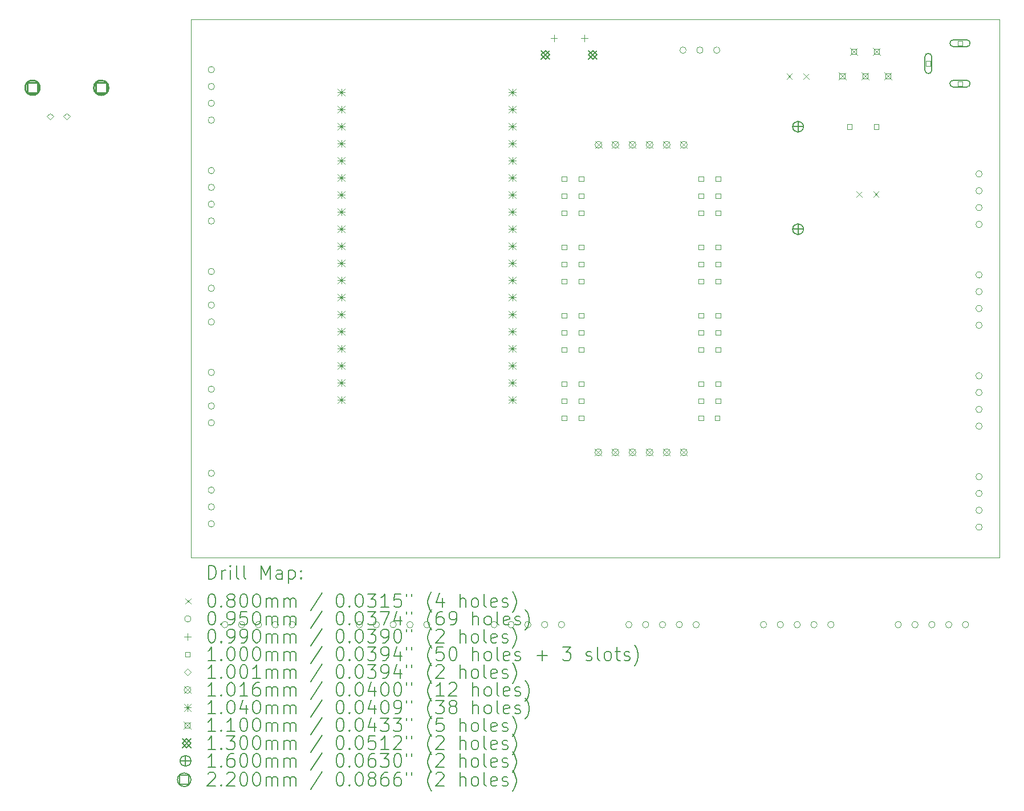
<source format=gbr>
%TF.GenerationSoftware,KiCad,Pcbnew,7.0.8*%
%TF.CreationDate,2024-05-21T03:17:24+02:00*%
%TF.ProjectId,IssaScope_v0.2,49737361-5363-46f7-9065-5f76302e322e,rev?*%
%TF.SameCoordinates,Original*%
%TF.FileFunction,Drillmap*%
%TF.FilePolarity,Positive*%
%FSLAX45Y45*%
G04 Gerber Fmt 4.5, Leading zero omitted, Abs format (unit mm)*
G04 Created by KiCad (PCBNEW 7.0.8) date 2024-05-21 03:17:24*
%MOMM*%
%LPD*%
G01*
G04 APERTURE LIST*
%ADD10C,0.100000*%
%ADD11C,0.200000*%
%ADD12C,0.080000*%
%ADD13C,0.095000*%
%ADD14C,0.099000*%
%ADD15C,0.100076*%
%ADD16C,0.101600*%
%ADD17C,0.104000*%
%ADD18C,0.110000*%
%ADD19C,0.130000*%
%ADD20C,0.160000*%
%ADD21C,0.219964*%
G04 APERTURE END LIST*
D10*
X19502500Y-5005000D02*
X19502500Y-13005000D01*
X19502500Y-13005000D02*
X7502500Y-13005000D01*
X7502500Y-13005000D02*
X7502500Y-5005000D01*
X7502500Y-5005000D02*
X19502500Y-5005000D01*
D11*
D12*
X16345738Y-5807500D02*
X16425738Y-5887500D01*
X16425738Y-5807500D02*
X16345738Y-5887500D01*
X16595738Y-5807500D02*
X16675738Y-5887500D01*
X16675738Y-5807500D02*
X16595738Y-5887500D01*
X17380738Y-7562500D02*
X17460738Y-7642500D01*
X17460738Y-7562500D02*
X17380738Y-7642500D01*
X17630738Y-7562500D02*
X17710738Y-7642500D01*
X17710738Y-7562500D02*
X17630738Y-7642500D01*
D13*
X7847500Y-5750000D02*
G75*
G03*
X7847500Y-5750000I-47500J0D01*
G01*
X7847500Y-6000000D02*
G75*
G03*
X7847500Y-6000000I-47500J0D01*
G01*
X7847500Y-6250000D02*
G75*
G03*
X7847500Y-6250000I-47500J0D01*
G01*
X7847500Y-6500000D02*
G75*
G03*
X7847500Y-6500000I-47500J0D01*
G01*
X7847500Y-7250000D02*
G75*
G03*
X7847500Y-7250000I-47500J0D01*
G01*
X7847500Y-7500000D02*
G75*
G03*
X7847500Y-7500000I-47500J0D01*
G01*
X7847500Y-7750000D02*
G75*
G03*
X7847500Y-7750000I-47500J0D01*
G01*
X7847500Y-8000000D02*
G75*
G03*
X7847500Y-8000000I-47500J0D01*
G01*
X7847500Y-8750000D02*
G75*
G03*
X7847500Y-8750000I-47500J0D01*
G01*
X7847500Y-9000000D02*
G75*
G03*
X7847500Y-9000000I-47500J0D01*
G01*
X7847500Y-9250000D02*
G75*
G03*
X7847500Y-9250000I-47500J0D01*
G01*
X7847500Y-9500000D02*
G75*
G03*
X7847500Y-9500000I-47500J0D01*
G01*
X7847500Y-10250000D02*
G75*
G03*
X7847500Y-10250000I-47500J0D01*
G01*
X7847500Y-10500000D02*
G75*
G03*
X7847500Y-10500000I-47500J0D01*
G01*
X7847500Y-10750000D02*
G75*
G03*
X7847500Y-10750000I-47500J0D01*
G01*
X7847500Y-11000000D02*
G75*
G03*
X7847500Y-11000000I-47500J0D01*
G01*
X7847500Y-11750000D02*
G75*
G03*
X7847500Y-11750000I-47500J0D01*
G01*
X7847500Y-12000000D02*
G75*
G03*
X7847500Y-12000000I-47500J0D01*
G01*
X7847500Y-12250000D02*
G75*
G03*
X7847500Y-12250000I-47500J0D01*
G01*
X7847500Y-12500000D02*
G75*
G03*
X7847500Y-12500000I-47500J0D01*
G01*
X8047500Y-14000000D02*
G75*
G03*
X8047500Y-14000000I-47500J0D01*
G01*
X8297500Y-14000000D02*
G75*
G03*
X8297500Y-14000000I-47500J0D01*
G01*
X8547500Y-14000000D02*
G75*
G03*
X8547500Y-14000000I-47500J0D01*
G01*
X8797500Y-14000000D02*
G75*
G03*
X8797500Y-14000000I-47500J0D01*
G01*
X9047500Y-14000000D02*
G75*
G03*
X9047500Y-14000000I-47500J0D01*
G01*
X10047500Y-14000000D02*
G75*
G03*
X10047500Y-14000000I-47500J0D01*
G01*
X10297500Y-14000000D02*
G75*
G03*
X10297500Y-14000000I-47500J0D01*
G01*
X10547500Y-14000000D02*
G75*
G03*
X10547500Y-14000000I-47500J0D01*
G01*
X10797500Y-14000000D02*
G75*
G03*
X10797500Y-14000000I-47500J0D01*
G01*
X11047500Y-14000000D02*
G75*
G03*
X11047500Y-14000000I-47500J0D01*
G01*
X12047500Y-14000000D02*
G75*
G03*
X12047500Y-14000000I-47500J0D01*
G01*
X12297500Y-14000000D02*
G75*
G03*
X12297500Y-14000000I-47500J0D01*
G01*
X12547500Y-14000000D02*
G75*
G03*
X12547500Y-14000000I-47500J0D01*
G01*
X12797500Y-14000000D02*
G75*
G03*
X12797500Y-14000000I-47500J0D01*
G01*
X13047500Y-14000000D02*
G75*
G03*
X13047500Y-14000000I-47500J0D01*
G01*
X14047500Y-14000000D02*
G75*
G03*
X14047500Y-14000000I-47500J0D01*
G01*
X14297500Y-14000000D02*
G75*
G03*
X14297500Y-14000000I-47500J0D01*
G01*
X14547500Y-14000000D02*
G75*
G03*
X14547500Y-14000000I-47500J0D01*
G01*
X14797500Y-14000000D02*
G75*
G03*
X14797500Y-14000000I-47500J0D01*
G01*
X14852500Y-5460000D02*
G75*
G03*
X14852500Y-5460000I-47500J0D01*
G01*
X15047500Y-14000000D02*
G75*
G03*
X15047500Y-14000000I-47500J0D01*
G01*
X15102500Y-5460000D02*
G75*
G03*
X15102500Y-5460000I-47500J0D01*
G01*
X15352500Y-5460000D02*
G75*
G03*
X15352500Y-5460000I-47500J0D01*
G01*
X16047500Y-14000000D02*
G75*
G03*
X16047500Y-14000000I-47500J0D01*
G01*
X16297500Y-14000000D02*
G75*
G03*
X16297500Y-14000000I-47500J0D01*
G01*
X16547500Y-14000000D02*
G75*
G03*
X16547500Y-14000000I-47500J0D01*
G01*
X16797500Y-14000000D02*
G75*
G03*
X16797500Y-14000000I-47500J0D01*
G01*
X17047500Y-14000000D02*
G75*
G03*
X17047500Y-14000000I-47500J0D01*
G01*
X18047500Y-14000000D02*
G75*
G03*
X18047500Y-14000000I-47500J0D01*
G01*
X18297500Y-14000000D02*
G75*
G03*
X18297500Y-14000000I-47500J0D01*
G01*
X18547500Y-14000000D02*
G75*
G03*
X18547500Y-14000000I-47500J0D01*
G01*
X18797500Y-14000000D02*
G75*
G03*
X18797500Y-14000000I-47500J0D01*
G01*
X19047500Y-14000000D02*
G75*
G03*
X19047500Y-14000000I-47500J0D01*
G01*
X19247500Y-7300000D02*
G75*
G03*
X19247500Y-7300000I-47500J0D01*
G01*
X19247500Y-7550000D02*
G75*
G03*
X19247500Y-7550000I-47500J0D01*
G01*
X19247500Y-7800000D02*
G75*
G03*
X19247500Y-7800000I-47500J0D01*
G01*
X19247500Y-8050000D02*
G75*
G03*
X19247500Y-8050000I-47500J0D01*
G01*
X19247500Y-8800000D02*
G75*
G03*
X19247500Y-8800000I-47500J0D01*
G01*
X19247500Y-9050000D02*
G75*
G03*
X19247500Y-9050000I-47500J0D01*
G01*
X19247500Y-9300000D02*
G75*
G03*
X19247500Y-9300000I-47500J0D01*
G01*
X19247500Y-9550000D02*
G75*
G03*
X19247500Y-9550000I-47500J0D01*
G01*
X19247500Y-10300000D02*
G75*
G03*
X19247500Y-10300000I-47500J0D01*
G01*
X19247500Y-10550000D02*
G75*
G03*
X19247500Y-10550000I-47500J0D01*
G01*
X19247500Y-10800000D02*
G75*
G03*
X19247500Y-10800000I-47500J0D01*
G01*
X19247500Y-11050000D02*
G75*
G03*
X19247500Y-11050000I-47500J0D01*
G01*
X19247500Y-11800000D02*
G75*
G03*
X19247500Y-11800000I-47500J0D01*
G01*
X19247500Y-12050000D02*
G75*
G03*
X19247500Y-12050000I-47500J0D01*
G01*
X19247500Y-12300000D02*
G75*
G03*
X19247500Y-12300000I-47500J0D01*
G01*
X19247500Y-12550000D02*
G75*
G03*
X19247500Y-12550000I-47500J0D01*
G01*
D14*
X12887500Y-5231750D02*
X12887500Y-5330750D01*
X12838000Y-5281250D02*
X12937000Y-5281250D01*
X13337500Y-5231750D02*
X13337500Y-5330750D01*
X13288000Y-5281250D02*
X13387000Y-5281250D01*
D10*
X13074856Y-7409856D02*
X13074856Y-7339144D01*
X13004144Y-7339144D01*
X13004144Y-7409856D01*
X13074856Y-7409856D01*
X13074856Y-7663856D02*
X13074856Y-7593144D01*
X13004144Y-7593144D01*
X13004144Y-7663856D01*
X13074856Y-7663856D01*
X13074856Y-7917856D02*
X13074856Y-7847144D01*
X13004144Y-7847144D01*
X13004144Y-7917856D01*
X13074856Y-7917856D01*
X13074856Y-8425856D02*
X13074856Y-8355144D01*
X13004144Y-8355144D01*
X13004144Y-8425856D01*
X13074856Y-8425856D01*
X13074856Y-8679856D02*
X13074856Y-8609144D01*
X13004144Y-8609144D01*
X13004144Y-8679856D01*
X13074856Y-8679856D01*
X13074856Y-8933856D02*
X13074856Y-8863144D01*
X13004144Y-8863144D01*
X13004144Y-8933856D01*
X13074856Y-8933856D01*
X13074856Y-9441856D02*
X13074856Y-9371144D01*
X13004144Y-9371144D01*
X13004144Y-9441856D01*
X13074856Y-9441856D01*
X13074856Y-9695856D02*
X13074856Y-9625144D01*
X13004144Y-9625144D01*
X13004144Y-9695856D01*
X13074856Y-9695856D01*
X13074856Y-9949856D02*
X13074856Y-9879144D01*
X13004144Y-9879144D01*
X13004144Y-9949856D01*
X13074856Y-9949856D01*
X13074856Y-10457856D02*
X13074856Y-10387144D01*
X13004144Y-10387144D01*
X13004144Y-10457856D01*
X13074856Y-10457856D01*
X13074856Y-10711856D02*
X13074856Y-10641144D01*
X13004144Y-10641144D01*
X13004144Y-10711856D01*
X13074856Y-10711856D01*
X13074856Y-10965856D02*
X13074856Y-10895144D01*
X13004144Y-10895144D01*
X13004144Y-10965856D01*
X13074856Y-10965856D01*
X13328856Y-7409856D02*
X13328856Y-7339144D01*
X13258144Y-7339144D01*
X13258144Y-7409856D01*
X13328856Y-7409856D01*
X13328856Y-7663856D02*
X13328856Y-7593144D01*
X13258144Y-7593144D01*
X13258144Y-7663856D01*
X13328856Y-7663856D01*
X13328856Y-7917856D02*
X13328856Y-7847144D01*
X13258144Y-7847144D01*
X13258144Y-7917856D01*
X13328856Y-7917856D01*
X13328856Y-8425856D02*
X13328856Y-8355144D01*
X13258144Y-8355144D01*
X13258144Y-8425856D01*
X13328856Y-8425856D01*
X13328856Y-8679856D02*
X13328856Y-8609144D01*
X13258144Y-8609144D01*
X13258144Y-8679856D01*
X13328856Y-8679856D01*
X13328856Y-8933856D02*
X13328856Y-8863144D01*
X13258144Y-8863144D01*
X13258144Y-8933856D01*
X13328856Y-8933856D01*
X13328856Y-9441856D02*
X13328856Y-9371144D01*
X13258144Y-9371144D01*
X13258144Y-9441856D01*
X13328856Y-9441856D01*
X13328856Y-9695856D02*
X13328856Y-9625144D01*
X13258144Y-9625144D01*
X13258144Y-9695856D01*
X13328856Y-9695856D01*
X13328856Y-9949856D02*
X13328856Y-9879144D01*
X13258144Y-9879144D01*
X13258144Y-9949856D01*
X13328856Y-9949856D01*
X13328856Y-10457856D02*
X13328856Y-10387144D01*
X13258144Y-10387144D01*
X13258144Y-10457856D01*
X13328856Y-10457856D01*
X13328856Y-10711856D02*
X13328856Y-10641144D01*
X13258144Y-10641144D01*
X13258144Y-10711856D01*
X13328856Y-10711856D01*
X13328856Y-10965856D02*
X13328856Y-10895144D01*
X13258144Y-10895144D01*
X13258144Y-10965856D01*
X13328856Y-10965856D01*
X15106856Y-7409856D02*
X15106856Y-7339144D01*
X15036144Y-7339144D01*
X15036144Y-7409856D01*
X15106856Y-7409856D01*
X15106856Y-7663856D02*
X15106856Y-7593144D01*
X15036144Y-7593144D01*
X15036144Y-7663856D01*
X15106856Y-7663856D01*
X15106856Y-7917856D02*
X15106856Y-7847144D01*
X15036144Y-7847144D01*
X15036144Y-7917856D01*
X15106856Y-7917856D01*
X15106856Y-8425856D02*
X15106856Y-8355144D01*
X15036144Y-8355144D01*
X15036144Y-8425856D01*
X15106856Y-8425856D01*
X15106856Y-8679856D02*
X15106856Y-8609144D01*
X15036144Y-8609144D01*
X15036144Y-8679856D01*
X15106856Y-8679856D01*
X15106856Y-8933856D02*
X15106856Y-8863144D01*
X15036144Y-8863144D01*
X15036144Y-8933856D01*
X15106856Y-8933856D01*
X15106856Y-9441856D02*
X15106856Y-9371144D01*
X15036144Y-9371144D01*
X15036144Y-9441856D01*
X15106856Y-9441856D01*
X15106856Y-9695856D02*
X15106856Y-9625144D01*
X15036144Y-9625144D01*
X15036144Y-9695856D01*
X15106856Y-9695856D01*
X15106856Y-9949856D02*
X15106856Y-9879144D01*
X15036144Y-9879144D01*
X15036144Y-9949856D01*
X15106856Y-9949856D01*
X15106856Y-10457856D02*
X15106856Y-10387144D01*
X15036144Y-10387144D01*
X15036144Y-10457856D01*
X15106856Y-10457856D01*
X15106856Y-10711856D02*
X15106856Y-10641144D01*
X15036144Y-10641144D01*
X15036144Y-10711856D01*
X15106856Y-10711856D01*
X15106856Y-10965856D02*
X15106856Y-10895144D01*
X15036144Y-10895144D01*
X15036144Y-10965856D01*
X15106856Y-10965856D01*
X15347856Y-10965856D02*
X15347856Y-10895144D01*
X15277144Y-10895144D01*
X15277144Y-10965856D01*
X15347856Y-10965856D01*
X15360856Y-7409856D02*
X15360856Y-7339144D01*
X15290144Y-7339144D01*
X15290144Y-7409856D01*
X15360856Y-7409856D01*
X15360856Y-7663856D02*
X15360856Y-7593144D01*
X15290144Y-7593144D01*
X15290144Y-7663856D01*
X15360856Y-7663856D01*
X15360856Y-7917856D02*
X15360856Y-7847144D01*
X15290144Y-7847144D01*
X15290144Y-7917856D01*
X15360856Y-7917856D01*
X15360856Y-8425856D02*
X15360856Y-8355144D01*
X15290144Y-8355144D01*
X15290144Y-8425856D01*
X15360856Y-8425856D01*
X15360856Y-8679856D02*
X15360856Y-8609144D01*
X15290144Y-8609144D01*
X15290144Y-8679856D01*
X15360856Y-8679856D01*
X15360856Y-8933856D02*
X15360856Y-8863144D01*
X15290144Y-8863144D01*
X15290144Y-8933856D01*
X15360856Y-8933856D01*
X15360856Y-9441856D02*
X15360856Y-9371144D01*
X15290144Y-9371144D01*
X15290144Y-9441856D01*
X15360856Y-9441856D01*
X15360856Y-9695856D02*
X15360856Y-9625144D01*
X15290144Y-9625144D01*
X15290144Y-9695856D01*
X15360856Y-9695856D01*
X15360856Y-9949856D02*
X15360856Y-9879144D01*
X15290144Y-9879144D01*
X15290144Y-9949856D01*
X15360856Y-9949856D01*
X15360856Y-10457856D02*
X15360856Y-10387144D01*
X15290144Y-10387144D01*
X15290144Y-10457856D01*
X15360856Y-10457856D01*
X15360856Y-10711856D02*
X15360856Y-10641144D01*
X15290144Y-10641144D01*
X15290144Y-10711856D01*
X15360856Y-10711856D01*
X17312856Y-6632856D02*
X17312856Y-6562144D01*
X17242144Y-6562144D01*
X17242144Y-6632856D01*
X17312856Y-6632856D01*
X17712856Y-6632856D02*
X17712856Y-6562144D01*
X17642144Y-6562144D01*
X17642144Y-6632856D01*
X17712856Y-6632856D01*
X18482856Y-5692856D02*
X18482856Y-5622144D01*
X18412144Y-5622144D01*
X18412144Y-5692856D01*
X18482856Y-5692856D01*
D11*
X18397500Y-5557500D02*
X18397500Y-5757500D01*
X18397500Y-5757500D02*
G75*
G03*
X18497500Y-5757500I50000J0D01*
G01*
X18497500Y-5757500D02*
X18497500Y-5557500D01*
X18497500Y-5557500D02*
G75*
G03*
X18397500Y-5557500I-50000J0D01*
G01*
D10*
X18952856Y-5392856D02*
X18952856Y-5322144D01*
X18882144Y-5322144D01*
X18882144Y-5392856D01*
X18952856Y-5392856D01*
D11*
X19017500Y-5307500D02*
X18817500Y-5307500D01*
X18817500Y-5307500D02*
G75*
G03*
X18817500Y-5407500I0J-50000D01*
G01*
X18817500Y-5407500D02*
X19017500Y-5407500D01*
X19017500Y-5407500D02*
G75*
G03*
X19017500Y-5307500I0J50000D01*
G01*
D10*
X18952856Y-5992856D02*
X18952856Y-5922144D01*
X18882144Y-5922144D01*
X18882144Y-5992856D01*
X18952856Y-5992856D01*
D11*
X19017500Y-5907500D02*
X18817500Y-5907500D01*
X18817500Y-5907500D02*
G75*
G03*
X18817500Y-6007500I0J-50000D01*
G01*
X18817500Y-6007500D02*
X19017500Y-6007500D01*
X19017500Y-6007500D02*
G75*
G03*
X19017500Y-5907500I0J50000D01*
G01*
D15*
X5405064Y-6495143D02*
X5455102Y-6445105D01*
X5405064Y-6395067D01*
X5355026Y-6445105D01*
X5405064Y-6495143D01*
X5655000Y-6495143D02*
X5705038Y-6445105D01*
X5655000Y-6395067D01*
X5604962Y-6445105D01*
X5655000Y-6495143D01*
D16*
X13496700Y-11387700D02*
X13598300Y-11489300D01*
X13598300Y-11387700D02*
X13496700Y-11489300D01*
X13598300Y-11438500D02*
G75*
G03*
X13598300Y-11438500I-50800J0D01*
G01*
X13497700Y-6815700D02*
X13599300Y-6917300D01*
X13599300Y-6815700D02*
X13497700Y-6917300D01*
X13599300Y-6866500D02*
G75*
G03*
X13599300Y-6866500I-50800J0D01*
G01*
X13749700Y-6815700D02*
X13851300Y-6917300D01*
X13851300Y-6815700D02*
X13749700Y-6917300D01*
X13851300Y-6866500D02*
G75*
G03*
X13851300Y-6866500I-50800J0D01*
G01*
X13750700Y-11387700D02*
X13852300Y-11489300D01*
X13852300Y-11387700D02*
X13750700Y-11489300D01*
X13852300Y-11438500D02*
G75*
G03*
X13852300Y-11438500I-50800J0D01*
G01*
X14004700Y-6815700D02*
X14106300Y-6917300D01*
X14106300Y-6815700D02*
X14004700Y-6917300D01*
X14106300Y-6866500D02*
G75*
G03*
X14106300Y-6866500I-50800J0D01*
G01*
X14004700Y-11387700D02*
X14106300Y-11489300D01*
X14106300Y-11387700D02*
X14004700Y-11489300D01*
X14106300Y-11438500D02*
G75*
G03*
X14106300Y-11438500I-50800J0D01*
G01*
X14258700Y-6815700D02*
X14360300Y-6917300D01*
X14360300Y-6815700D02*
X14258700Y-6917300D01*
X14360300Y-6866500D02*
G75*
G03*
X14360300Y-6866500I-50800J0D01*
G01*
X14258700Y-11387700D02*
X14360300Y-11489300D01*
X14360300Y-11387700D02*
X14258700Y-11489300D01*
X14360300Y-11438500D02*
G75*
G03*
X14360300Y-11438500I-50800J0D01*
G01*
X14512700Y-6815700D02*
X14614300Y-6917300D01*
X14614300Y-6815700D02*
X14512700Y-6917300D01*
X14614300Y-6866500D02*
G75*
G03*
X14614300Y-6866500I-50800J0D01*
G01*
X14512700Y-11387700D02*
X14614300Y-11489300D01*
X14614300Y-11387700D02*
X14512700Y-11489300D01*
X14614300Y-11438500D02*
G75*
G03*
X14614300Y-11438500I-50800J0D01*
G01*
X14766700Y-6815700D02*
X14868300Y-6917300D01*
X14868300Y-6815700D02*
X14766700Y-6917300D01*
X14868300Y-6866500D02*
G75*
G03*
X14868300Y-6866500I-50800J0D01*
G01*
X14766700Y-11387700D02*
X14868300Y-11489300D01*
X14868300Y-11387700D02*
X14766700Y-11489300D01*
X14868300Y-11438500D02*
G75*
G03*
X14868300Y-11438500I-50800J0D01*
G01*
D17*
X9678000Y-6033000D02*
X9782000Y-6137000D01*
X9782000Y-6033000D02*
X9678000Y-6137000D01*
X9730000Y-6033000D02*
X9730000Y-6137000D01*
X9678000Y-6085000D02*
X9782000Y-6085000D01*
X9678000Y-6287000D02*
X9782000Y-6391000D01*
X9782000Y-6287000D02*
X9678000Y-6391000D01*
X9730000Y-6287000D02*
X9730000Y-6391000D01*
X9678000Y-6339000D02*
X9782000Y-6339000D01*
X9678000Y-6541000D02*
X9782000Y-6645000D01*
X9782000Y-6541000D02*
X9678000Y-6645000D01*
X9730000Y-6541000D02*
X9730000Y-6645000D01*
X9678000Y-6593000D02*
X9782000Y-6593000D01*
X9678000Y-6795000D02*
X9782000Y-6899000D01*
X9782000Y-6795000D02*
X9678000Y-6899000D01*
X9730000Y-6795000D02*
X9730000Y-6899000D01*
X9678000Y-6847000D02*
X9782000Y-6847000D01*
X9678000Y-7049000D02*
X9782000Y-7153000D01*
X9782000Y-7049000D02*
X9678000Y-7153000D01*
X9730000Y-7049000D02*
X9730000Y-7153000D01*
X9678000Y-7101000D02*
X9782000Y-7101000D01*
X9678000Y-7303000D02*
X9782000Y-7407000D01*
X9782000Y-7303000D02*
X9678000Y-7407000D01*
X9730000Y-7303000D02*
X9730000Y-7407000D01*
X9678000Y-7355000D02*
X9782000Y-7355000D01*
X9678000Y-7557000D02*
X9782000Y-7661000D01*
X9782000Y-7557000D02*
X9678000Y-7661000D01*
X9730000Y-7557000D02*
X9730000Y-7661000D01*
X9678000Y-7609000D02*
X9782000Y-7609000D01*
X9678000Y-7811000D02*
X9782000Y-7915000D01*
X9782000Y-7811000D02*
X9678000Y-7915000D01*
X9730000Y-7811000D02*
X9730000Y-7915000D01*
X9678000Y-7863000D02*
X9782000Y-7863000D01*
X9678000Y-8065000D02*
X9782000Y-8169000D01*
X9782000Y-8065000D02*
X9678000Y-8169000D01*
X9730000Y-8065000D02*
X9730000Y-8169000D01*
X9678000Y-8117000D02*
X9782000Y-8117000D01*
X9678000Y-8319000D02*
X9782000Y-8423000D01*
X9782000Y-8319000D02*
X9678000Y-8423000D01*
X9730000Y-8319000D02*
X9730000Y-8423000D01*
X9678000Y-8371000D02*
X9782000Y-8371000D01*
X9678000Y-8573000D02*
X9782000Y-8677000D01*
X9782000Y-8573000D02*
X9678000Y-8677000D01*
X9730000Y-8573000D02*
X9730000Y-8677000D01*
X9678000Y-8625000D02*
X9782000Y-8625000D01*
X9678000Y-8827000D02*
X9782000Y-8931000D01*
X9782000Y-8827000D02*
X9678000Y-8931000D01*
X9730000Y-8827000D02*
X9730000Y-8931000D01*
X9678000Y-8879000D02*
X9782000Y-8879000D01*
X9678000Y-9081000D02*
X9782000Y-9185000D01*
X9782000Y-9081000D02*
X9678000Y-9185000D01*
X9730000Y-9081000D02*
X9730000Y-9185000D01*
X9678000Y-9133000D02*
X9782000Y-9133000D01*
X9678000Y-9335000D02*
X9782000Y-9439000D01*
X9782000Y-9335000D02*
X9678000Y-9439000D01*
X9730000Y-9335000D02*
X9730000Y-9439000D01*
X9678000Y-9387000D02*
X9782000Y-9387000D01*
X9678000Y-9589000D02*
X9782000Y-9693000D01*
X9782000Y-9589000D02*
X9678000Y-9693000D01*
X9730000Y-9589000D02*
X9730000Y-9693000D01*
X9678000Y-9641000D02*
X9782000Y-9641000D01*
X9678000Y-9843000D02*
X9782000Y-9947000D01*
X9782000Y-9843000D02*
X9678000Y-9947000D01*
X9730000Y-9843000D02*
X9730000Y-9947000D01*
X9678000Y-9895000D02*
X9782000Y-9895000D01*
X9678000Y-10097000D02*
X9782000Y-10201000D01*
X9782000Y-10097000D02*
X9678000Y-10201000D01*
X9730000Y-10097000D02*
X9730000Y-10201000D01*
X9678000Y-10149000D02*
X9782000Y-10149000D01*
X9678000Y-10351000D02*
X9782000Y-10455000D01*
X9782000Y-10351000D02*
X9678000Y-10455000D01*
X9730000Y-10351000D02*
X9730000Y-10455000D01*
X9678000Y-10403000D02*
X9782000Y-10403000D01*
X9678000Y-10605000D02*
X9782000Y-10709000D01*
X9782000Y-10605000D02*
X9678000Y-10709000D01*
X9730000Y-10605000D02*
X9730000Y-10709000D01*
X9678000Y-10657000D02*
X9782000Y-10657000D01*
X12218000Y-6033000D02*
X12322000Y-6137000D01*
X12322000Y-6033000D02*
X12218000Y-6137000D01*
X12270000Y-6033000D02*
X12270000Y-6137000D01*
X12218000Y-6085000D02*
X12322000Y-6085000D01*
X12218000Y-6287000D02*
X12322000Y-6391000D01*
X12322000Y-6287000D02*
X12218000Y-6391000D01*
X12270000Y-6287000D02*
X12270000Y-6391000D01*
X12218000Y-6339000D02*
X12322000Y-6339000D01*
X12218000Y-6541000D02*
X12322000Y-6645000D01*
X12322000Y-6541000D02*
X12218000Y-6645000D01*
X12270000Y-6541000D02*
X12270000Y-6645000D01*
X12218000Y-6593000D02*
X12322000Y-6593000D01*
X12218000Y-6795000D02*
X12322000Y-6899000D01*
X12322000Y-6795000D02*
X12218000Y-6899000D01*
X12270000Y-6795000D02*
X12270000Y-6899000D01*
X12218000Y-6847000D02*
X12322000Y-6847000D01*
X12218000Y-7049000D02*
X12322000Y-7153000D01*
X12322000Y-7049000D02*
X12218000Y-7153000D01*
X12270000Y-7049000D02*
X12270000Y-7153000D01*
X12218000Y-7101000D02*
X12322000Y-7101000D01*
X12218000Y-7303000D02*
X12322000Y-7407000D01*
X12322000Y-7303000D02*
X12218000Y-7407000D01*
X12270000Y-7303000D02*
X12270000Y-7407000D01*
X12218000Y-7355000D02*
X12322000Y-7355000D01*
X12218000Y-7557000D02*
X12322000Y-7661000D01*
X12322000Y-7557000D02*
X12218000Y-7661000D01*
X12270000Y-7557000D02*
X12270000Y-7661000D01*
X12218000Y-7609000D02*
X12322000Y-7609000D01*
X12218000Y-7811000D02*
X12322000Y-7915000D01*
X12322000Y-7811000D02*
X12218000Y-7915000D01*
X12270000Y-7811000D02*
X12270000Y-7915000D01*
X12218000Y-7863000D02*
X12322000Y-7863000D01*
X12218000Y-8065000D02*
X12322000Y-8169000D01*
X12322000Y-8065000D02*
X12218000Y-8169000D01*
X12270000Y-8065000D02*
X12270000Y-8169000D01*
X12218000Y-8117000D02*
X12322000Y-8117000D01*
X12218000Y-8319000D02*
X12322000Y-8423000D01*
X12322000Y-8319000D02*
X12218000Y-8423000D01*
X12270000Y-8319000D02*
X12270000Y-8423000D01*
X12218000Y-8371000D02*
X12322000Y-8371000D01*
X12218000Y-8573000D02*
X12322000Y-8677000D01*
X12322000Y-8573000D02*
X12218000Y-8677000D01*
X12270000Y-8573000D02*
X12270000Y-8677000D01*
X12218000Y-8625000D02*
X12322000Y-8625000D01*
X12218000Y-8827000D02*
X12322000Y-8931000D01*
X12322000Y-8827000D02*
X12218000Y-8931000D01*
X12270000Y-8827000D02*
X12270000Y-8931000D01*
X12218000Y-8879000D02*
X12322000Y-8879000D01*
X12218000Y-9081000D02*
X12322000Y-9185000D01*
X12322000Y-9081000D02*
X12218000Y-9185000D01*
X12270000Y-9081000D02*
X12270000Y-9185000D01*
X12218000Y-9133000D02*
X12322000Y-9133000D01*
X12218000Y-9335000D02*
X12322000Y-9439000D01*
X12322000Y-9335000D02*
X12218000Y-9439000D01*
X12270000Y-9335000D02*
X12270000Y-9439000D01*
X12218000Y-9387000D02*
X12322000Y-9387000D01*
X12218000Y-9589000D02*
X12322000Y-9693000D01*
X12322000Y-9589000D02*
X12218000Y-9693000D01*
X12270000Y-9589000D02*
X12270000Y-9693000D01*
X12218000Y-9641000D02*
X12322000Y-9641000D01*
X12218000Y-9843000D02*
X12322000Y-9947000D01*
X12322000Y-9843000D02*
X12218000Y-9947000D01*
X12270000Y-9843000D02*
X12270000Y-9947000D01*
X12218000Y-9895000D02*
X12322000Y-9895000D01*
X12218000Y-10097000D02*
X12322000Y-10201000D01*
X12322000Y-10097000D02*
X12218000Y-10201000D01*
X12270000Y-10097000D02*
X12270000Y-10201000D01*
X12218000Y-10149000D02*
X12322000Y-10149000D01*
X12218000Y-10351000D02*
X12322000Y-10455000D01*
X12322000Y-10351000D02*
X12218000Y-10455000D01*
X12270000Y-10351000D02*
X12270000Y-10455000D01*
X12218000Y-10403000D02*
X12322000Y-10403000D01*
X12218000Y-10605000D02*
X12322000Y-10709000D01*
X12322000Y-10605000D02*
X12218000Y-10709000D01*
X12270000Y-10605000D02*
X12270000Y-10709000D01*
X12218000Y-10657000D02*
X12322000Y-10657000D01*
D18*
X17112500Y-5792500D02*
X17222500Y-5902500D01*
X17222500Y-5792500D02*
X17112500Y-5902500D01*
X17206391Y-5886391D02*
X17206391Y-5808609D01*
X17128609Y-5808609D01*
X17128609Y-5886391D01*
X17206391Y-5886391D01*
X17282500Y-5422500D02*
X17392500Y-5532500D01*
X17392500Y-5422500D02*
X17282500Y-5532500D01*
X17376391Y-5516391D02*
X17376391Y-5438609D01*
X17298609Y-5438609D01*
X17298609Y-5516391D01*
X17376391Y-5516391D01*
X17452500Y-5792500D02*
X17562500Y-5902500D01*
X17562500Y-5792500D02*
X17452500Y-5902500D01*
X17546391Y-5886391D02*
X17546391Y-5808609D01*
X17468609Y-5808609D01*
X17468609Y-5886391D01*
X17546391Y-5886391D01*
X17622500Y-5422500D02*
X17732500Y-5532500D01*
X17732500Y-5422500D02*
X17622500Y-5532500D01*
X17716391Y-5516391D02*
X17716391Y-5438609D01*
X17638609Y-5438609D01*
X17638609Y-5516391D01*
X17716391Y-5516391D01*
X17792500Y-5792500D02*
X17902500Y-5902500D01*
X17902500Y-5792500D02*
X17792500Y-5902500D01*
X17886391Y-5886391D02*
X17886391Y-5808609D01*
X17808609Y-5808609D01*
X17808609Y-5886391D01*
X17886391Y-5886391D01*
D19*
X12697500Y-5465250D02*
X12827500Y-5595250D01*
X12827500Y-5465250D02*
X12697500Y-5595250D01*
X12762500Y-5595250D02*
X12827500Y-5530250D01*
X12762500Y-5465250D01*
X12697500Y-5530250D01*
X12762500Y-5595250D01*
X13398500Y-5465250D02*
X13528500Y-5595250D01*
X13528500Y-5465250D02*
X13398500Y-5595250D01*
X13463500Y-5595250D02*
X13528500Y-5530250D01*
X13463500Y-5465250D01*
X13398500Y-5530250D01*
X13463500Y-5595250D01*
D20*
X16512500Y-6518000D02*
X16512500Y-6678000D01*
X16432500Y-6598000D02*
X16592500Y-6598000D01*
X16592500Y-6598000D02*
G75*
G03*
X16592500Y-6598000I-80000J0D01*
G01*
X16512500Y-8042000D02*
X16512500Y-8202000D01*
X16432500Y-8122000D02*
X16592500Y-8122000D01*
X16592500Y-8122000D02*
G75*
G03*
X16592500Y-8122000I-80000J0D01*
G01*
D21*
X5222992Y-6096409D02*
X5222992Y-5940869D01*
X5067452Y-5940869D01*
X5067452Y-6096409D01*
X5222992Y-6096409D01*
X5255204Y-6018639D02*
G75*
G03*
X5255204Y-6018639I-109982J0D01*
G01*
X6242802Y-6096409D02*
X6242802Y-5940869D01*
X6087262Y-5940869D01*
X6087262Y-6096409D01*
X6242802Y-6096409D01*
X6275014Y-6018639D02*
G75*
G03*
X6275014Y-6018639I-109982J0D01*
G01*
D11*
X7758277Y-13321484D02*
X7758277Y-13121484D01*
X7758277Y-13121484D02*
X7805896Y-13121484D01*
X7805896Y-13121484D02*
X7834467Y-13131008D01*
X7834467Y-13131008D02*
X7853515Y-13150055D01*
X7853515Y-13150055D02*
X7863039Y-13169103D01*
X7863039Y-13169103D02*
X7872562Y-13207198D01*
X7872562Y-13207198D02*
X7872562Y-13235769D01*
X7872562Y-13235769D02*
X7863039Y-13273865D01*
X7863039Y-13273865D02*
X7853515Y-13292912D01*
X7853515Y-13292912D02*
X7834467Y-13311960D01*
X7834467Y-13311960D02*
X7805896Y-13321484D01*
X7805896Y-13321484D02*
X7758277Y-13321484D01*
X7958277Y-13321484D02*
X7958277Y-13188150D01*
X7958277Y-13226246D02*
X7967801Y-13207198D01*
X7967801Y-13207198D02*
X7977324Y-13197674D01*
X7977324Y-13197674D02*
X7996372Y-13188150D01*
X7996372Y-13188150D02*
X8015420Y-13188150D01*
X8082086Y-13321484D02*
X8082086Y-13188150D01*
X8082086Y-13121484D02*
X8072562Y-13131008D01*
X8072562Y-13131008D02*
X8082086Y-13140531D01*
X8082086Y-13140531D02*
X8091610Y-13131008D01*
X8091610Y-13131008D02*
X8082086Y-13121484D01*
X8082086Y-13121484D02*
X8082086Y-13140531D01*
X8205896Y-13321484D02*
X8186848Y-13311960D01*
X8186848Y-13311960D02*
X8177324Y-13292912D01*
X8177324Y-13292912D02*
X8177324Y-13121484D01*
X8310658Y-13321484D02*
X8291610Y-13311960D01*
X8291610Y-13311960D02*
X8282086Y-13292912D01*
X8282086Y-13292912D02*
X8282086Y-13121484D01*
X8539229Y-13321484D02*
X8539229Y-13121484D01*
X8539229Y-13121484D02*
X8605896Y-13264341D01*
X8605896Y-13264341D02*
X8672563Y-13121484D01*
X8672563Y-13121484D02*
X8672563Y-13321484D01*
X8853515Y-13321484D02*
X8853515Y-13216722D01*
X8853515Y-13216722D02*
X8843991Y-13197674D01*
X8843991Y-13197674D02*
X8824944Y-13188150D01*
X8824944Y-13188150D02*
X8786848Y-13188150D01*
X8786848Y-13188150D02*
X8767801Y-13197674D01*
X8853515Y-13311960D02*
X8834467Y-13321484D01*
X8834467Y-13321484D02*
X8786848Y-13321484D01*
X8786848Y-13321484D02*
X8767801Y-13311960D01*
X8767801Y-13311960D02*
X8758277Y-13292912D01*
X8758277Y-13292912D02*
X8758277Y-13273865D01*
X8758277Y-13273865D02*
X8767801Y-13254817D01*
X8767801Y-13254817D02*
X8786848Y-13245293D01*
X8786848Y-13245293D02*
X8834467Y-13245293D01*
X8834467Y-13245293D02*
X8853515Y-13235769D01*
X8948753Y-13188150D02*
X8948753Y-13388150D01*
X8948753Y-13197674D02*
X8967801Y-13188150D01*
X8967801Y-13188150D02*
X9005896Y-13188150D01*
X9005896Y-13188150D02*
X9024944Y-13197674D01*
X9024944Y-13197674D02*
X9034467Y-13207198D01*
X9034467Y-13207198D02*
X9043991Y-13226246D01*
X9043991Y-13226246D02*
X9043991Y-13283388D01*
X9043991Y-13283388D02*
X9034467Y-13302436D01*
X9034467Y-13302436D02*
X9024944Y-13311960D01*
X9024944Y-13311960D02*
X9005896Y-13321484D01*
X9005896Y-13321484D02*
X8967801Y-13321484D01*
X8967801Y-13321484D02*
X8948753Y-13311960D01*
X9129705Y-13302436D02*
X9139229Y-13311960D01*
X9139229Y-13311960D02*
X9129705Y-13321484D01*
X9129705Y-13321484D02*
X9120182Y-13311960D01*
X9120182Y-13311960D02*
X9129705Y-13302436D01*
X9129705Y-13302436D02*
X9129705Y-13321484D01*
X9129705Y-13197674D02*
X9139229Y-13207198D01*
X9139229Y-13207198D02*
X9129705Y-13216722D01*
X9129705Y-13216722D02*
X9120182Y-13207198D01*
X9120182Y-13207198D02*
X9129705Y-13197674D01*
X9129705Y-13197674D02*
X9129705Y-13216722D01*
D12*
X7417500Y-13610000D02*
X7497500Y-13690000D01*
X7497500Y-13610000D02*
X7417500Y-13690000D01*
D11*
X7796372Y-13541484D02*
X7815420Y-13541484D01*
X7815420Y-13541484D02*
X7834467Y-13551008D01*
X7834467Y-13551008D02*
X7843991Y-13560531D01*
X7843991Y-13560531D02*
X7853515Y-13579579D01*
X7853515Y-13579579D02*
X7863039Y-13617674D01*
X7863039Y-13617674D02*
X7863039Y-13665293D01*
X7863039Y-13665293D02*
X7853515Y-13703388D01*
X7853515Y-13703388D02*
X7843991Y-13722436D01*
X7843991Y-13722436D02*
X7834467Y-13731960D01*
X7834467Y-13731960D02*
X7815420Y-13741484D01*
X7815420Y-13741484D02*
X7796372Y-13741484D01*
X7796372Y-13741484D02*
X7777324Y-13731960D01*
X7777324Y-13731960D02*
X7767801Y-13722436D01*
X7767801Y-13722436D02*
X7758277Y-13703388D01*
X7758277Y-13703388D02*
X7748753Y-13665293D01*
X7748753Y-13665293D02*
X7748753Y-13617674D01*
X7748753Y-13617674D02*
X7758277Y-13579579D01*
X7758277Y-13579579D02*
X7767801Y-13560531D01*
X7767801Y-13560531D02*
X7777324Y-13551008D01*
X7777324Y-13551008D02*
X7796372Y-13541484D01*
X7948753Y-13722436D02*
X7958277Y-13731960D01*
X7958277Y-13731960D02*
X7948753Y-13741484D01*
X7948753Y-13741484D02*
X7939229Y-13731960D01*
X7939229Y-13731960D02*
X7948753Y-13722436D01*
X7948753Y-13722436D02*
X7948753Y-13741484D01*
X8072562Y-13627198D02*
X8053515Y-13617674D01*
X8053515Y-13617674D02*
X8043991Y-13608150D01*
X8043991Y-13608150D02*
X8034467Y-13589103D01*
X8034467Y-13589103D02*
X8034467Y-13579579D01*
X8034467Y-13579579D02*
X8043991Y-13560531D01*
X8043991Y-13560531D02*
X8053515Y-13551008D01*
X8053515Y-13551008D02*
X8072562Y-13541484D01*
X8072562Y-13541484D02*
X8110658Y-13541484D01*
X8110658Y-13541484D02*
X8129705Y-13551008D01*
X8129705Y-13551008D02*
X8139229Y-13560531D01*
X8139229Y-13560531D02*
X8148753Y-13579579D01*
X8148753Y-13579579D02*
X8148753Y-13589103D01*
X8148753Y-13589103D02*
X8139229Y-13608150D01*
X8139229Y-13608150D02*
X8129705Y-13617674D01*
X8129705Y-13617674D02*
X8110658Y-13627198D01*
X8110658Y-13627198D02*
X8072562Y-13627198D01*
X8072562Y-13627198D02*
X8053515Y-13636722D01*
X8053515Y-13636722D02*
X8043991Y-13646246D01*
X8043991Y-13646246D02*
X8034467Y-13665293D01*
X8034467Y-13665293D02*
X8034467Y-13703388D01*
X8034467Y-13703388D02*
X8043991Y-13722436D01*
X8043991Y-13722436D02*
X8053515Y-13731960D01*
X8053515Y-13731960D02*
X8072562Y-13741484D01*
X8072562Y-13741484D02*
X8110658Y-13741484D01*
X8110658Y-13741484D02*
X8129705Y-13731960D01*
X8129705Y-13731960D02*
X8139229Y-13722436D01*
X8139229Y-13722436D02*
X8148753Y-13703388D01*
X8148753Y-13703388D02*
X8148753Y-13665293D01*
X8148753Y-13665293D02*
X8139229Y-13646246D01*
X8139229Y-13646246D02*
X8129705Y-13636722D01*
X8129705Y-13636722D02*
X8110658Y-13627198D01*
X8272562Y-13541484D02*
X8291610Y-13541484D01*
X8291610Y-13541484D02*
X8310658Y-13551008D01*
X8310658Y-13551008D02*
X8320182Y-13560531D01*
X8320182Y-13560531D02*
X8329705Y-13579579D01*
X8329705Y-13579579D02*
X8339229Y-13617674D01*
X8339229Y-13617674D02*
X8339229Y-13665293D01*
X8339229Y-13665293D02*
X8329705Y-13703388D01*
X8329705Y-13703388D02*
X8320182Y-13722436D01*
X8320182Y-13722436D02*
X8310658Y-13731960D01*
X8310658Y-13731960D02*
X8291610Y-13741484D01*
X8291610Y-13741484D02*
X8272562Y-13741484D01*
X8272562Y-13741484D02*
X8253515Y-13731960D01*
X8253515Y-13731960D02*
X8243991Y-13722436D01*
X8243991Y-13722436D02*
X8234467Y-13703388D01*
X8234467Y-13703388D02*
X8224943Y-13665293D01*
X8224943Y-13665293D02*
X8224943Y-13617674D01*
X8224943Y-13617674D02*
X8234467Y-13579579D01*
X8234467Y-13579579D02*
X8243991Y-13560531D01*
X8243991Y-13560531D02*
X8253515Y-13551008D01*
X8253515Y-13551008D02*
X8272562Y-13541484D01*
X8463039Y-13541484D02*
X8482086Y-13541484D01*
X8482086Y-13541484D02*
X8501134Y-13551008D01*
X8501134Y-13551008D02*
X8510658Y-13560531D01*
X8510658Y-13560531D02*
X8520182Y-13579579D01*
X8520182Y-13579579D02*
X8529705Y-13617674D01*
X8529705Y-13617674D02*
X8529705Y-13665293D01*
X8529705Y-13665293D02*
X8520182Y-13703388D01*
X8520182Y-13703388D02*
X8510658Y-13722436D01*
X8510658Y-13722436D02*
X8501134Y-13731960D01*
X8501134Y-13731960D02*
X8482086Y-13741484D01*
X8482086Y-13741484D02*
X8463039Y-13741484D01*
X8463039Y-13741484D02*
X8443991Y-13731960D01*
X8443991Y-13731960D02*
X8434467Y-13722436D01*
X8434467Y-13722436D02*
X8424944Y-13703388D01*
X8424944Y-13703388D02*
X8415420Y-13665293D01*
X8415420Y-13665293D02*
X8415420Y-13617674D01*
X8415420Y-13617674D02*
X8424944Y-13579579D01*
X8424944Y-13579579D02*
X8434467Y-13560531D01*
X8434467Y-13560531D02*
X8443991Y-13551008D01*
X8443991Y-13551008D02*
X8463039Y-13541484D01*
X8615420Y-13741484D02*
X8615420Y-13608150D01*
X8615420Y-13627198D02*
X8624944Y-13617674D01*
X8624944Y-13617674D02*
X8643991Y-13608150D01*
X8643991Y-13608150D02*
X8672563Y-13608150D01*
X8672563Y-13608150D02*
X8691610Y-13617674D01*
X8691610Y-13617674D02*
X8701134Y-13636722D01*
X8701134Y-13636722D02*
X8701134Y-13741484D01*
X8701134Y-13636722D02*
X8710658Y-13617674D01*
X8710658Y-13617674D02*
X8729705Y-13608150D01*
X8729705Y-13608150D02*
X8758277Y-13608150D01*
X8758277Y-13608150D02*
X8777325Y-13617674D01*
X8777325Y-13617674D02*
X8786848Y-13636722D01*
X8786848Y-13636722D02*
X8786848Y-13741484D01*
X8882086Y-13741484D02*
X8882086Y-13608150D01*
X8882086Y-13627198D02*
X8891610Y-13617674D01*
X8891610Y-13617674D02*
X8910658Y-13608150D01*
X8910658Y-13608150D02*
X8939229Y-13608150D01*
X8939229Y-13608150D02*
X8958277Y-13617674D01*
X8958277Y-13617674D02*
X8967801Y-13636722D01*
X8967801Y-13636722D02*
X8967801Y-13741484D01*
X8967801Y-13636722D02*
X8977325Y-13617674D01*
X8977325Y-13617674D02*
X8996372Y-13608150D01*
X8996372Y-13608150D02*
X9024944Y-13608150D01*
X9024944Y-13608150D02*
X9043991Y-13617674D01*
X9043991Y-13617674D02*
X9053515Y-13636722D01*
X9053515Y-13636722D02*
X9053515Y-13741484D01*
X9443991Y-13531960D02*
X9272563Y-13789103D01*
X9701134Y-13541484D02*
X9720182Y-13541484D01*
X9720182Y-13541484D02*
X9739229Y-13551008D01*
X9739229Y-13551008D02*
X9748753Y-13560531D01*
X9748753Y-13560531D02*
X9758277Y-13579579D01*
X9758277Y-13579579D02*
X9767801Y-13617674D01*
X9767801Y-13617674D02*
X9767801Y-13665293D01*
X9767801Y-13665293D02*
X9758277Y-13703388D01*
X9758277Y-13703388D02*
X9748753Y-13722436D01*
X9748753Y-13722436D02*
X9739229Y-13731960D01*
X9739229Y-13731960D02*
X9720182Y-13741484D01*
X9720182Y-13741484D02*
X9701134Y-13741484D01*
X9701134Y-13741484D02*
X9682087Y-13731960D01*
X9682087Y-13731960D02*
X9672563Y-13722436D01*
X9672563Y-13722436D02*
X9663039Y-13703388D01*
X9663039Y-13703388D02*
X9653515Y-13665293D01*
X9653515Y-13665293D02*
X9653515Y-13617674D01*
X9653515Y-13617674D02*
X9663039Y-13579579D01*
X9663039Y-13579579D02*
X9672563Y-13560531D01*
X9672563Y-13560531D02*
X9682087Y-13551008D01*
X9682087Y-13551008D02*
X9701134Y-13541484D01*
X9853515Y-13722436D02*
X9863039Y-13731960D01*
X9863039Y-13731960D02*
X9853515Y-13741484D01*
X9853515Y-13741484D02*
X9843991Y-13731960D01*
X9843991Y-13731960D02*
X9853515Y-13722436D01*
X9853515Y-13722436D02*
X9853515Y-13741484D01*
X9986848Y-13541484D02*
X10005896Y-13541484D01*
X10005896Y-13541484D02*
X10024944Y-13551008D01*
X10024944Y-13551008D02*
X10034468Y-13560531D01*
X10034468Y-13560531D02*
X10043991Y-13579579D01*
X10043991Y-13579579D02*
X10053515Y-13617674D01*
X10053515Y-13617674D02*
X10053515Y-13665293D01*
X10053515Y-13665293D02*
X10043991Y-13703388D01*
X10043991Y-13703388D02*
X10034468Y-13722436D01*
X10034468Y-13722436D02*
X10024944Y-13731960D01*
X10024944Y-13731960D02*
X10005896Y-13741484D01*
X10005896Y-13741484D02*
X9986848Y-13741484D01*
X9986848Y-13741484D02*
X9967801Y-13731960D01*
X9967801Y-13731960D02*
X9958277Y-13722436D01*
X9958277Y-13722436D02*
X9948753Y-13703388D01*
X9948753Y-13703388D02*
X9939229Y-13665293D01*
X9939229Y-13665293D02*
X9939229Y-13617674D01*
X9939229Y-13617674D02*
X9948753Y-13579579D01*
X9948753Y-13579579D02*
X9958277Y-13560531D01*
X9958277Y-13560531D02*
X9967801Y-13551008D01*
X9967801Y-13551008D02*
X9986848Y-13541484D01*
X10120182Y-13541484D02*
X10243991Y-13541484D01*
X10243991Y-13541484D02*
X10177325Y-13617674D01*
X10177325Y-13617674D02*
X10205896Y-13617674D01*
X10205896Y-13617674D02*
X10224944Y-13627198D01*
X10224944Y-13627198D02*
X10234468Y-13636722D01*
X10234468Y-13636722D02*
X10243991Y-13655769D01*
X10243991Y-13655769D02*
X10243991Y-13703388D01*
X10243991Y-13703388D02*
X10234468Y-13722436D01*
X10234468Y-13722436D02*
X10224944Y-13731960D01*
X10224944Y-13731960D02*
X10205896Y-13741484D01*
X10205896Y-13741484D02*
X10148753Y-13741484D01*
X10148753Y-13741484D02*
X10129706Y-13731960D01*
X10129706Y-13731960D02*
X10120182Y-13722436D01*
X10434468Y-13741484D02*
X10320182Y-13741484D01*
X10377325Y-13741484D02*
X10377325Y-13541484D01*
X10377325Y-13541484D02*
X10358277Y-13570055D01*
X10358277Y-13570055D02*
X10339229Y-13589103D01*
X10339229Y-13589103D02*
X10320182Y-13598627D01*
X10615420Y-13541484D02*
X10520182Y-13541484D01*
X10520182Y-13541484D02*
X10510658Y-13636722D01*
X10510658Y-13636722D02*
X10520182Y-13627198D01*
X10520182Y-13627198D02*
X10539229Y-13617674D01*
X10539229Y-13617674D02*
X10586849Y-13617674D01*
X10586849Y-13617674D02*
X10605896Y-13627198D01*
X10605896Y-13627198D02*
X10615420Y-13636722D01*
X10615420Y-13636722D02*
X10624944Y-13655769D01*
X10624944Y-13655769D02*
X10624944Y-13703388D01*
X10624944Y-13703388D02*
X10615420Y-13722436D01*
X10615420Y-13722436D02*
X10605896Y-13731960D01*
X10605896Y-13731960D02*
X10586849Y-13741484D01*
X10586849Y-13741484D02*
X10539229Y-13741484D01*
X10539229Y-13741484D02*
X10520182Y-13731960D01*
X10520182Y-13731960D02*
X10510658Y-13722436D01*
X10701134Y-13541484D02*
X10701134Y-13579579D01*
X10777325Y-13541484D02*
X10777325Y-13579579D01*
X11072563Y-13817674D02*
X11063039Y-13808150D01*
X11063039Y-13808150D02*
X11043991Y-13779579D01*
X11043991Y-13779579D02*
X11034468Y-13760531D01*
X11034468Y-13760531D02*
X11024944Y-13731960D01*
X11024944Y-13731960D02*
X11015420Y-13684341D01*
X11015420Y-13684341D02*
X11015420Y-13646246D01*
X11015420Y-13646246D02*
X11024944Y-13598627D01*
X11024944Y-13598627D02*
X11034468Y-13570055D01*
X11034468Y-13570055D02*
X11043991Y-13551008D01*
X11043991Y-13551008D02*
X11063039Y-13522436D01*
X11063039Y-13522436D02*
X11072563Y-13512912D01*
X11234468Y-13608150D02*
X11234468Y-13741484D01*
X11186848Y-13531960D02*
X11139230Y-13674817D01*
X11139230Y-13674817D02*
X11263039Y-13674817D01*
X11491610Y-13741484D02*
X11491610Y-13541484D01*
X11577325Y-13741484D02*
X11577325Y-13636722D01*
X11577325Y-13636722D02*
X11567801Y-13617674D01*
X11567801Y-13617674D02*
X11548753Y-13608150D01*
X11548753Y-13608150D02*
X11520182Y-13608150D01*
X11520182Y-13608150D02*
X11501134Y-13617674D01*
X11501134Y-13617674D02*
X11491610Y-13627198D01*
X11701134Y-13741484D02*
X11682087Y-13731960D01*
X11682087Y-13731960D02*
X11672563Y-13722436D01*
X11672563Y-13722436D02*
X11663039Y-13703388D01*
X11663039Y-13703388D02*
X11663039Y-13646246D01*
X11663039Y-13646246D02*
X11672563Y-13627198D01*
X11672563Y-13627198D02*
X11682087Y-13617674D01*
X11682087Y-13617674D02*
X11701134Y-13608150D01*
X11701134Y-13608150D02*
X11729706Y-13608150D01*
X11729706Y-13608150D02*
X11748753Y-13617674D01*
X11748753Y-13617674D02*
X11758277Y-13627198D01*
X11758277Y-13627198D02*
X11767801Y-13646246D01*
X11767801Y-13646246D02*
X11767801Y-13703388D01*
X11767801Y-13703388D02*
X11758277Y-13722436D01*
X11758277Y-13722436D02*
X11748753Y-13731960D01*
X11748753Y-13731960D02*
X11729706Y-13741484D01*
X11729706Y-13741484D02*
X11701134Y-13741484D01*
X11882087Y-13741484D02*
X11863039Y-13731960D01*
X11863039Y-13731960D02*
X11853515Y-13712912D01*
X11853515Y-13712912D02*
X11853515Y-13541484D01*
X12034468Y-13731960D02*
X12015420Y-13741484D01*
X12015420Y-13741484D02*
X11977325Y-13741484D01*
X11977325Y-13741484D02*
X11958277Y-13731960D01*
X11958277Y-13731960D02*
X11948753Y-13712912D01*
X11948753Y-13712912D02*
X11948753Y-13636722D01*
X11948753Y-13636722D02*
X11958277Y-13617674D01*
X11958277Y-13617674D02*
X11977325Y-13608150D01*
X11977325Y-13608150D02*
X12015420Y-13608150D01*
X12015420Y-13608150D02*
X12034468Y-13617674D01*
X12034468Y-13617674D02*
X12043991Y-13636722D01*
X12043991Y-13636722D02*
X12043991Y-13655769D01*
X12043991Y-13655769D02*
X11948753Y-13674817D01*
X12120182Y-13731960D02*
X12139230Y-13741484D01*
X12139230Y-13741484D02*
X12177325Y-13741484D01*
X12177325Y-13741484D02*
X12196372Y-13731960D01*
X12196372Y-13731960D02*
X12205896Y-13712912D01*
X12205896Y-13712912D02*
X12205896Y-13703388D01*
X12205896Y-13703388D02*
X12196372Y-13684341D01*
X12196372Y-13684341D02*
X12177325Y-13674817D01*
X12177325Y-13674817D02*
X12148753Y-13674817D01*
X12148753Y-13674817D02*
X12129706Y-13665293D01*
X12129706Y-13665293D02*
X12120182Y-13646246D01*
X12120182Y-13646246D02*
X12120182Y-13636722D01*
X12120182Y-13636722D02*
X12129706Y-13617674D01*
X12129706Y-13617674D02*
X12148753Y-13608150D01*
X12148753Y-13608150D02*
X12177325Y-13608150D01*
X12177325Y-13608150D02*
X12196372Y-13617674D01*
X12272563Y-13817674D02*
X12282087Y-13808150D01*
X12282087Y-13808150D02*
X12301134Y-13779579D01*
X12301134Y-13779579D02*
X12310658Y-13760531D01*
X12310658Y-13760531D02*
X12320182Y-13731960D01*
X12320182Y-13731960D02*
X12329706Y-13684341D01*
X12329706Y-13684341D02*
X12329706Y-13646246D01*
X12329706Y-13646246D02*
X12320182Y-13598627D01*
X12320182Y-13598627D02*
X12310658Y-13570055D01*
X12310658Y-13570055D02*
X12301134Y-13551008D01*
X12301134Y-13551008D02*
X12282087Y-13522436D01*
X12282087Y-13522436D02*
X12272563Y-13512912D01*
D13*
X7497500Y-13914000D02*
G75*
G03*
X7497500Y-13914000I-47500J0D01*
G01*
D11*
X7796372Y-13805484D02*
X7815420Y-13805484D01*
X7815420Y-13805484D02*
X7834467Y-13815008D01*
X7834467Y-13815008D02*
X7843991Y-13824531D01*
X7843991Y-13824531D02*
X7853515Y-13843579D01*
X7853515Y-13843579D02*
X7863039Y-13881674D01*
X7863039Y-13881674D02*
X7863039Y-13929293D01*
X7863039Y-13929293D02*
X7853515Y-13967388D01*
X7853515Y-13967388D02*
X7843991Y-13986436D01*
X7843991Y-13986436D02*
X7834467Y-13995960D01*
X7834467Y-13995960D02*
X7815420Y-14005484D01*
X7815420Y-14005484D02*
X7796372Y-14005484D01*
X7796372Y-14005484D02*
X7777324Y-13995960D01*
X7777324Y-13995960D02*
X7767801Y-13986436D01*
X7767801Y-13986436D02*
X7758277Y-13967388D01*
X7758277Y-13967388D02*
X7748753Y-13929293D01*
X7748753Y-13929293D02*
X7748753Y-13881674D01*
X7748753Y-13881674D02*
X7758277Y-13843579D01*
X7758277Y-13843579D02*
X7767801Y-13824531D01*
X7767801Y-13824531D02*
X7777324Y-13815008D01*
X7777324Y-13815008D02*
X7796372Y-13805484D01*
X7948753Y-13986436D02*
X7958277Y-13995960D01*
X7958277Y-13995960D02*
X7948753Y-14005484D01*
X7948753Y-14005484D02*
X7939229Y-13995960D01*
X7939229Y-13995960D02*
X7948753Y-13986436D01*
X7948753Y-13986436D02*
X7948753Y-14005484D01*
X8053515Y-14005484D02*
X8091610Y-14005484D01*
X8091610Y-14005484D02*
X8110658Y-13995960D01*
X8110658Y-13995960D02*
X8120182Y-13986436D01*
X8120182Y-13986436D02*
X8139229Y-13957865D01*
X8139229Y-13957865D02*
X8148753Y-13919769D01*
X8148753Y-13919769D02*
X8148753Y-13843579D01*
X8148753Y-13843579D02*
X8139229Y-13824531D01*
X8139229Y-13824531D02*
X8129705Y-13815008D01*
X8129705Y-13815008D02*
X8110658Y-13805484D01*
X8110658Y-13805484D02*
X8072562Y-13805484D01*
X8072562Y-13805484D02*
X8053515Y-13815008D01*
X8053515Y-13815008D02*
X8043991Y-13824531D01*
X8043991Y-13824531D02*
X8034467Y-13843579D01*
X8034467Y-13843579D02*
X8034467Y-13891198D01*
X8034467Y-13891198D02*
X8043991Y-13910246D01*
X8043991Y-13910246D02*
X8053515Y-13919769D01*
X8053515Y-13919769D02*
X8072562Y-13929293D01*
X8072562Y-13929293D02*
X8110658Y-13929293D01*
X8110658Y-13929293D02*
X8129705Y-13919769D01*
X8129705Y-13919769D02*
X8139229Y-13910246D01*
X8139229Y-13910246D02*
X8148753Y-13891198D01*
X8329705Y-13805484D02*
X8234467Y-13805484D01*
X8234467Y-13805484D02*
X8224943Y-13900722D01*
X8224943Y-13900722D02*
X8234467Y-13891198D01*
X8234467Y-13891198D02*
X8253515Y-13881674D01*
X8253515Y-13881674D02*
X8301134Y-13881674D01*
X8301134Y-13881674D02*
X8320182Y-13891198D01*
X8320182Y-13891198D02*
X8329705Y-13900722D01*
X8329705Y-13900722D02*
X8339229Y-13919769D01*
X8339229Y-13919769D02*
X8339229Y-13967388D01*
X8339229Y-13967388D02*
X8329705Y-13986436D01*
X8329705Y-13986436D02*
X8320182Y-13995960D01*
X8320182Y-13995960D02*
X8301134Y-14005484D01*
X8301134Y-14005484D02*
X8253515Y-14005484D01*
X8253515Y-14005484D02*
X8234467Y-13995960D01*
X8234467Y-13995960D02*
X8224943Y-13986436D01*
X8463039Y-13805484D02*
X8482086Y-13805484D01*
X8482086Y-13805484D02*
X8501134Y-13815008D01*
X8501134Y-13815008D02*
X8510658Y-13824531D01*
X8510658Y-13824531D02*
X8520182Y-13843579D01*
X8520182Y-13843579D02*
X8529705Y-13881674D01*
X8529705Y-13881674D02*
X8529705Y-13929293D01*
X8529705Y-13929293D02*
X8520182Y-13967388D01*
X8520182Y-13967388D02*
X8510658Y-13986436D01*
X8510658Y-13986436D02*
X8501134Y-13995960D01*
X8501134Y-13995960D02*
X8482086Y-14005484D01*
X8482086Y-14005484D02*
X8463039Y-14005484D01*
X8463039Y-14005484D02*
X8443991Y-13995960D01*
X8443991Y-13995960D02*
X8434467Y-13986436D01*
X8434467Y-13986436D02*
X8424944Y-13967388D01*
X8424944Y-13967388D02*
X8415420Y-13929293D01*
X8415420Y-13929293D02*
X8415420Y-13881674D01*
X8415420Y-13881674D02*
X8424944Y-13843579D01*
X8424944Y-13843579D02*
X8434467Y-13824531D01*
X8434467Y-13824531D02*
X8443991Y-13815008D01*
X8443991Y-13815008D02*
X8463039Y-13805484D01*
X8615420Y-14005484D02*
X8615420Y-13872150D01*
X8615420Y-13891198D02*
X8624944Y-13881674D01*
X8624944Y-13881674D02*
X8643991Y-13872150D01*
X8643991Y-13872150D02*
X8672563Y-13872150D01*
X8672563Y-13872150D02*
X8691610Y-13881674D01*
X8691610Y-13881674D02*
X8701134Y-13900722D01*
X8701134Y-13900722D02*
X8701134Y-14005484D01*
X8701134Y-13900722D02*
X8710658Y-13881674D01*
X8710658Y-13881674D02*
X8729705Y-13872150D01*
X8729705Y-13872150D02*
X8758277Y-13872150D01*
X8758277Y-13872150D02*
X8777325Y-13881674D01*
X8777325Y-13881674D02*
X8786848Y-13900722D01*
X8786848Y-13900722D02*
X8786848Y-14005484D01*
X8882086Y-14005484D02*
X8882086Y-13872150D01*
X8882086Y-13891198D02*
X8891610Y-13881674D01*
X8891610Y-13881674D02*
X8910658Y-13872150D01*
X8910658Y-13872150D02*
X8939229Y-13872150D01*
X8939229Y-13872150D02*
X8958277Y-13881674D01*
X8958277Y-13881674D02*
X8967801Y-13900722D01*
X8967801Y-13900722D02*
X8967801Y-14005484D01*
X8967801Y-13900722D02*
X8977325Y-13881674D01*
X8977325Y-13881674D02*
X8996372Y-13872150D01*
X8996372Y-13872150D02*
X9024944Y-13872150D01*
X9024944Y-13872150D02*
X9043991Y-13881674D01*
X9043991Y-13881674D02*
X9053515Y-13900722D01*
X9053515Y-13900722D02*
X9053515Y-14005484D01*
X9443991Y-13795960D02*
X9272563Y-14053103D01*
X9701134Y-13805484D02*
X9720182Y-13805484D01*
X9720182Y-13805484D02*
X9739229Y-13815008D01*
X9739229Y-13815008D02*
X9748753Y-13824531D01*
X9748753Y-13824531D02*
X9758277Y-13843579D01*
X9758277Y-13843579D02*
X9767801Y-13881674D01*
X9767801Y-13881674D02*
X9767801Y-13929293D01*
X9767801Y-13929293D02*
X9758277Y-13967388D01*
X9758277Y-13967388D02*
X9748753Y-13986436D01*
X9748753Y-13986436D02*
X9739229Y-13995960D01*
X9739229Y-13995960D02*
X9720182Y-14005484D01*
X9720182Y-14005484D02*
X9701134Y-14005484D01*
X9701134Y-14005484D02*
X9682087Y-13995960D01*
X9682087Y-13995960D02*
X9672563Y-13986436D01*
X9672563Y-13986436D02*
X9663039Y-13967388D01*
X9663039Y-13967388D02*
X9653515Y-13929293D01*
X9653515Y-13929293D02*
X9653515Y-13881674D01*
X9653515Y-13881674D02*
X9663039Y-13843579D01*
X9663039Y-13843579D02*
X9672563Y-13824531D01*
X9672563Y-13824531D02*
X9682087Y-13815008D01*
X9682087Y-13815008D02*
X9701134Y-13805484D01*
X9853515Y-13986436D02*
X9863039Y-13995960D01*
X9863039Y-13995960D02*
X9853515Y-14005484D01*
X9853515Y-14005484D02*
X9843991Y-13995960D01*
X9843991Y-13995960D02*
X9853515Y-13986436D01*
X9853515Y-13986436D02*
X9853515Y-14005484D01*
X9986848Y-13805484D02*
X10005896Y-13805484D01*
X10005896Y-13805484D02*
X10024944Y-13815008D01*
X10024944Y-13815008D02*
X10034468Y-13824531D01*
X10034468Y-13824531D02*
X10043991Y-13843579D01*
X10043991Y-13843579D02*
X10053515Y-13881674D01*
X10053515Y-13881674D02*
X10053515Y-13929293D01*
X10053515Y-13929293D02*
X10043991Y-13967388D01*
X10043991Y-13967388D02*
X10034468Y-13986436D01*
X10034468Y-13986436D02*
X10024944Y-13995960D01*
X10024944Y-13995960D02*
X10005896Y-14005484D01*
X10005896Y-14005484D02*
X9986848Y-14005484D01*
X9986848Y-14005484D02*
X9967801Y-13995960D01*
X9967801Y-13995960D02*
X9958277Y-13986436D01*
X9958277Y-13986436D02*
X9948753Y-13967388D01*
X9948753Y-13967388D02*
X9939229Y-13929293D01*
X9939229Y-13929293D02*
X9939229Y-13881674D01*
X9939229Y-13881674D02*
X9948753Y-13843579D01*
X9948753Y-13843579D02*
X9958277Y-13824531D01*
X9958277Y-13824531D02*
X9967801Y-13815008D01*
X9967801Y-13815008D02*
X9986848Y-13805484D01*
X10120182Y-13805484D02*
X10243991Y-13805484D01*
X10243991Y-13805484D02*
X10177325Y-13881674D01*
X10177325Y-13881674D02*
X10205896Y-13881674D01*
X10205896Y-13881674D02*
X10224944Y-13891198D01*
X10224944Y-13891198D02*
X10234468Y-13900722D01*
X10234468Y-13900722D02*
X10243991Y-13919769D01*
X10243991Y-13919769D02*
X10243991Y-13967388D01*
X10243991Y-13967388D02*
X10234468Y-13986436D01*
X10234468Y-13986436D02*
X10224944Y-13995960D01*
X10224944Y-13995960D02*
X10205896Y-14005484D01*
X10205896Y-14005484D02*
X10148753Y-14005484D01*
X10148753Y-14005484D02*
X10129706Y-13995960D01*
X10129706Y-13995960D02*
X10120182Y-13986436D01*
X10310658Y-13805484D02*
X10443991Y-13805484D01*
X10443991Y-13805484D02*
X10358277Y-14005484D01*
X10605896Y-13872150D02*
X10605896Y-14005484D01*
X10558277Y-13795960D02*
X10510658Y-13938817D01*
X10510658Y-13938817D02*
X10634468Y-13938817D01*
X10701134Y-13805484D02*
X10701134Y-13843579D01*
X10777325Y-13805484D02*
X10777325Y-13843579D01*
X11072563Y-14081674D02*
X11063039Y-14072150D01*
X11063039Y-14072150D02*
X11043991Y-14043579D01*
X11043991Y-14043579D02*
X11034468Y-14024531D01*
X11034468Y-14024531D02*
X11024944Y-13995960D01*
X11024944Y-13995960D02*
X11015420Y-13948341D01*
X11015420Y-13948341D02*
X11015420Y-13910246D01*
X11015420Y-13910246D02*
X11024944Y-13862627D01*
X11024944Y-13862627D02*
X11034468Y-13834055D01*
X11034468Y-13834055D02*
X11043991Y-13815008D01*
X11043991Y-13815008D02*
X11063039Y-13786436D01*
X11063039Y-13786436D02*
X11072563Y-13776912D01*
X11234468Y-13805484D02*
X11196372Y-13805484D01*
X11196372Y-13805484D02*
X11177325Y-13815008D01*
X11177325Y-13815008D02*
X11167801Y-13824531D01*
X11167801Y-13824531D02*
X11148753Y-13853103D01*
X11148753Y-13853103D02*
X11139230Y-13891198D01*
X11139230Y-13891198D02*
X11139230Y-13967388D01*
X11139230Y-13967388D02*
X11148753Y-13986436D01*
X11148753Y-13986436D02*
X11158277Y-13995960D01*
X11158277Y-13995960D02*
X11177325Y-14005484D01*
X11177325Y-14005484D02*
X11215420Y-14005484D01*
X11215420Y-14005484D02*
X11234468Y-13995960D01*
X11234468Y-13995960D02*
X11243991Y-13986436D01*
X11243991Y-13986436D02*
X11253515Y-13967388D01*
X11253515Y-13967388D02*
X11253515Y-13919769D01*
X11253515Y-13919769D02*
X11243991Y-13900722D01*
X11243991Y-13900722D02*
X11234468Y-13891198D01*
X11234468Y-13891198D02*
X11215420Y-13881674D01*
X11215420Y-13881674D02*
X11177325Y-13881674D01*
X11177325Y-13881674D02*
X11158277Y-13891198D01*
X11158277Y-13891198D02*
X11148753Y-13900722D01*
X11148753Y-13900722D02*
X11139230Y-13919769D01*
X11348753Y-14005484D02*
X11386848Y-14005484D01*
X11386848Y-14005484D02*
X11405896Y-13995960D01*
X11405896Y-13995960D02*
X11415420Y-13986436D01*
X11415420Y-13986436D02*
X11434468Y-13957865D01*
X11434468Y-13957865D02*
X11443991Y-13919769D01*
X11443991Y-13919769D02*
X11443991Y-13843579D01*
X11443991Y-13843579D02*
X11434468Y-13824531D01*
X11434468Y-13824531D02*
X11424944Y-13815008D01*
X11424944Y-13815008D02*
X11405896Y-13805484D01*
X11405896Y-13805484D02*
X11367801Y-13805484D01*
X11367801Y-13805484D02*
X11348753Y-13815008D01*
X11348753Y-13815008D02*
X11339229Y-13824531D01*
X11339229Y-13824531D02*
X11329706Y-13843579D01*
X11329706Y-13843579D02*
X11329706Y-13891198D01*
X11329706Y-13891198D02*
X11339229Y-13910246D01*
X11339229Y-13910246D02*
X11348753Y-13919769D01*
X11348753Y-13919769D02*
X11367801Y-13929293D01*
X11367801Y-13929293D02*
X11405896Y-13929293D01*
X11405896Y-13929293D02*
X11424944Y-13919769D01*
X11424944Y-13919769D02*
X11434468Y-13910246D01*
X11434468Y-13910246D02*
X11443991Y-13891198D01*
X11682087Y-14005484D02*
X11682087Y-13805484D01*
X11767801Y-14005484D02*
X11767801Y-13900722D01*
X11767801Y-13900722D02*
X11758277Y-13881674D01*
X11758277Y-13881674D02*
X11739230Y-13872150D01*
X11739230Y-13872150D02*
X11710658Y-13872150D01*
X11710658Y-13872150D02*
X11691610Y-13881674D01*
X11691610Y-13881674D02*
X11682087Y-13891198D01*
X11891610Y-14005484D02*
X11872563Y-13995960D01*
X11872563Y-13995960D02*
X11863039Y-13986436D01*
X11863039Y-13986436D02*
X11853515Y-13967388D01*
X11853515Y-13967388D02*
X11853515Y-13910246D01*
X11853515Y-13910246D02*
X11863039Y-13891198D01*
X11863039Y-13891198D02*
X11872563Y-13881674D01*
X11872563Y-13881674D02*
X11891610Y-13872150D01*
X11891610Y-13872150D02*
X11920182Y-13872150D01*
X11920182Y-13872150D02*
X11939230Y-13881674D01*
X11939230Y-13881674D02*
X11948753Y-13891198D01*
X11948753Y-13891198D02*
X11958277Y-13910246D01*
X11958277Y-13910246D02*
X11958277Y-13967388D01*
X11958277Y-13967388D02*
X11948753Y-13986436D01*
X11948753Y-13986436D02*
X11939230Y-13995960D01*
X11939230Y-13995960D02*
X11920182Y-14005484D01*
X11920182Y-14005484D02*
X11891610Y-14005484D01*
X12072563Y-14005484D02*
X12053515Y-13995960D01*
X12053515Y-13995960D02*
X12043991Y-13976912D01*
X12043991Y-13976912D02*
X12043991Y-13805484D01*
X12224944Y-13995960D02*
X12205896Y-14005484D01*
X12205896Y-14005484D02*
X12167801Y-14005484D01*
X12167801Y-14005484D02*
X12148753Y-13995960D01*
X12148753Y-13995960D02*
X12139230Y-13976912D01*
X12139230Y-13976912D02*
X12139230Y-13900722D01*
X12139230Y-13900722D02*
X12148753Y-13881674D01*
X12148753Y-13881674D02*
X12167801Y-13872150D01*
X12167801Y-13872150D02*
X12205896Y-13872150D01*
X12205896Y-13872150D02*
X12224944Y-13881674D01*
X12224944Y-13881674D02*
X12234468Y-13900722D01*
X12234468Y-13900722D02*
X12234468Y-13919769D01*
X12234468Y-13919769D02*
X12139230Y-13938817D01*
X12310658Y-13995960D02*
X12329706Y-14005484D01*
X12329706Y-14005484D02*
X12367801Y-14005484D01*
X12367801Y-14005484D02*
X12386849Y-13995960D01*
X12386849Y-13995960D02*
X12396372Y-13976912D01*
X12396372Y-13976912D02*
X12396372Y-13967388D01*
X12396372Y-13967388D02*
X12386849Y-13948341D01*
X12386849Y-13948341D02*
X12367801Y-13938817D01*
X12367801Y-13938817D02*
X12339230Y-13938817D01*
X12339230Y-13938817D02*
X12320182Y-13929293D01*
X12320182Y-13929293D02*
X12310658Y-13910246D01*
X12310658Y-13910246D02*
X12310658Y-13900722D01*
X12310658Y-13900722D02*
X12320182Y-13881674D01*
X12320182Y-13881674D02*
X12339230Y-13872150D01*
X12339230Y-13872150D02*
X12367801Y-13872150D01*
X12367801Y-13872150D02*
X12386849Y-13881674D01*
X12463039Y-14081674D02*
X12472563Y-14072150D01*
X12472563Y-14072150D02*
X12491611Y-14043579D01*
X12491611Y-14043579D02*
X12501134Y-14024531D01*
X12501134Y-14024531D02*
X12510658Y-13995960D01*
X12510658Y-13995960D02*
X12520182Y-13948341D01*
X12520182Y-13948341D02*
X12520182Y-13910246D01*
X12520182Y-13910246D02*
X12510658Y-13862627D01*
X12510658Y-13862627D02*
X12501134Y-13834055D01*
X12501134Y-13834055D02*
X12491611Y-13815008D01*
X12491611Y-13815008D02*
X12472563Y-13786436D01*
X12472563Y-13786436D02*
X12463039Y-13776912D01*
D14*
X7448000Y-14128500D02*
X7448000Y-14227500D01*
X7398500Y-14178000D02*
X7497500Y-14178000D01*
D11*
X7796372Y-14069484D02*
X7815420Y-14069484D01*
X7815420Y-14069484D02*
X7834467Y-14079008D01*
X7834467Y-14079008D02*
X7843991Y-14088531D01*
X7843991Y-14088531D02*
X7853515Y-14107579D01*
X7853515Y-14107579D02*
X7863039Y-14145674D01*
X7863039Y-14145674D02*
X7863039Y-14193293D01*
X7863039Y-14193293D02*
X7853515Y-14231388D01*
X7853515Y-14231388D02*
X7843991Y-14250436D01*
X7843991Y-14250436D02*
X7834467Y-14259960D01*
X7834467Y-14259960D02*
X7815420Y-14269484D01*
X7815420Y-14269484D02*
X7796372Y-14269484D01*
X7796372Y-14269484D02*
X7777324Y-14259960D01*
X7777324Y-14259960D02*
X7767801Y-14250436D01*
X7767801Y-14250436D02*
X7758277Y-14231388D01*
X7758277Y-14231388D02*
X7748753Y-14193293D01*
X7748753Y-14193293D02*
X7748753Y-14145674D01*
X7748753Y-14145674D02*
X7758277Y-14107579D01*
X7758277Y-14107579D02*
X7767801Y-14088531D01*
X7767801Y-14088531D02*
X7777324Y-14079008D01*
X7777324Y-14079008D02*
X7796372Y-14069484D01*
X7948753Y-14250436D02*
X7958277Y-14259960D01*
X7958277Y-14259960D02*
X7948753Y-14269484D01*
X7948753Y-14269484D02*
X7939229Y-14259960D01*
X7939229Y-14259960D02*
X7948753Y-14250436D01*
X7948753Y-14250436D02*
X7948753Y-14269484D01*
X8053515Y-14269484D02*
X8091610Y-14269484D01*
X8091610Y-14269484D02*
X8110658Y-14259960D01*
X8110658Y-14259960D02*
X8120182Y-14250436D01*
X8120182Y-14250436D02*
X8139229Y-14221865D01*
X8139229Y-14221865D02*
X8148753Y-14183769D01*
X8148753Y-14183769D02*
X8148753Y-14107579D01*
X8148753Y-14107579D02*
X8139229Y-14088531D01*
X8139229Y-14088531D02*
X8129705Y-14079008D01*
X8129705Y-14079008D02*
X8110658Y-14069484D01*
X8110658Y-14069484D02*
X8072562Y-14069484D01*
X8072562Y-14069484D02*
X8053515Y-14079008D01*
X8053515Y-14079008D02*
X8043991Y-14088531D01*
X8043991Y-14088531D02*
X8034467Y-14107579D01*
X8034467Y-14107579D02*
X8034467Y-14155198D01*
X8034467Y-14155198D02*
X8043991Y-14174246D01*
X8043991Y-14174246D02*
X8053515Y-14183769D01*
X8053515Y-14183769D02*
X8072562Y-14193293D01*
X8072562Y-14193293D02*
X8110658Y-14193293D01*
X8110658Y-14193293D02*
X8129705Y-14183769D01*
X8129705Y-14183769D02*
X8139229Y-14174246D01*
X8139229Y-14174246D02*
X8148753Y-14155198D01*
X8243991Y-14269484D02*
X8282086Y-14269484D01*
X8282086Y-14269484D02*
X8301134Y-14259960D01*
X8301134Y-14259960D02*
X8310658Y-14250436D01*
X8310658Y-14250436D02*
X8329705Y-14221865D01*
X8329705Y-14221865D02*
X8339229Y-14183769D01*
X8339229Y-14183769D02*
X8339229Y-14107579D01*
X8339229Y-14107579D02*
X8329705Y-14088531D01*
X8329705Y-14088531D02*
X8320182Y-14079008D01*
X8320182Y-14079008D02*
X8301134Y-14069484D01*
X8301134Y-14069484D02*
X8263039Y-14069484D01*
X8263039Y-14069484D02*
X8243991Y-14079008D01*
X8243991Y-14079008D02*
X8234467Y-14088531D01*
X8234467Y-14088531D02*
X8224943Y-14107579D01*
X8224943Y-14107579D02*
X8224943Y-14155198D01*
X8224943Y-14155198D02*
X8234467Y-14174246D01*
X8234467Y-14174246D02*
X8243991Y-14183769D01*
X8243991Y-14183769D02*
X8263039Y-14193293D01*
X8263039Y-14193293D02*
X8301134Y-14193293D01*
X8301134Y-14193293D02*
X8320182Y-14183769D01*
X8320182Y-14183769D02*
X8329705Y-14174246D01*
X8329705Y-14174246D02*
X8339229Y-14155198D01*
X8463039Y-14069484D02*
X8482086Y-14069484D01*
X8482086Y-14069484D02*
X8501134Y-14079008D01*
X8501134Y-14079008D02*
X8510658Y-14088531D01*
X8510658Y-14088531D02*
X8520182Y-14107579D01*
X8520182Y-14107579D02*
X8529705Y-14145674D01*
X8529705Y-14145674D02*
X8529705Y-14193293D01*
X8529705Y-14193293D02*
X8520182Y-14231388D01*
X8520182Y-14231388D02*
X8510658Y-14250436D01*
X8510658Y-14250436D02*
X8501134Y-14259960D01*
X8501134Y-14259960D02*
X8482086Y-14269484D01*
X8482086Y-14269484D02*
X8463039Y-14269484D01*
X8463039Y-14269484D02*
X8443991Y-14259960D01*
X8443991Y-14259960D02*
X8434467Y-14250436D01*
X8434467Y-14250436D02*
X8424944Y-14231388D01*
X8424944Y-14231388D02*
X8415420Y-14193293D01*
X8415420Y-14193293D02*
X8415420Y-14145674D01*
X8415420Y-14145674D02*
X8424944Y-14107579D01*
X8424944Y-14107579D02*
X8434467Y-14088531D01*
X8434467Y-14088531D02*
X8443991Y-14079008D01*
X8443991Y-14079008D02*
X8463039Y-14069484D01*
X8615420Y-14269484D02*
X8615420Y-14136150D01*
X8615420Y-14155198D02*
X8624944Y-14145674D01*
X8624944Y-14145674D02*
X8643991Y-14136150D01*
X8643991Y-14136150D02*
X8672563Y-14136150D01*
X8672563Y-14136150D02*
X8691610Y-14145674D01*
X8691610Y-14145674D02*
X8701134Y-14164722D01*
X8701134Y-14164722D02*
X8701134Y-14269484D01*
X8701134Y-14164722D02*
X8710658Y-14145674D01*
X8710658Y-14145674D02*
X8729705Y-14136150D01*
X8729705Y-14136150D02*
X8758277Y-14136150D01*
X8758277Y-14136150D02*
X8777325Y-14145674D01*
X8777325Y-14145674D02*
X8786848Y-14164722D01*
X8786848Y-14164722D02*
X8786848Y-14269484D01*
X8882086Y-14269484D02*
X8882086Y-14136150D01*
X8882086Y-14155198D02*
X8891610Y-14145674D01*
X8891610Y-14145674D02*
X8910658Y-14136150D01*
X8910658Y-14136150D02*
X8939229Y-14136150D01*
X8939229Y-14136150D02*
X8958277Y-14145674D01*
X8958277Y-14145674D02*
X8967801Y-14164722D01*
X8967801Y-14164722D02*
X8967801Y-14269484D01*
X8967801Y-14164722D02*
X8977325Y-14145674D01*
X8977325Y-14145674D02*
X8996372Y-14136150D01*
X8996372Y-14136150D02*
X9024944Y-14136150D01*
X9024944Y-14136150D02*
X9043991Y-14145674D01*
X9043991Y-14145674D02*
X9053515Y-14164722D01*
X9053515Y-14164722D02*
X9053515Y-14269484D01*
X9443991Y-14059960D02*
X9272563Y-14317103D01*
X9701134Y-14069484D02*
X9720182Y-14069484D01*
X9720182Y-14069484D02*
X9739229Y-14079008D01*
X9739229Y-14079008D02*
X9748753Y-14088531D01*
X9748753Y-14088531D02*
X9758277Y-14107579D01*
X9758277Y-14107579D02*
X9767801Y-14145674D01*
X9767801Y-14145674D02*
X9767801Y-14193293D01*
X9767801Y-14193293D02*
X9758277Y-14231388D01*
X9758277Y-14231388D02*
X9748753Y-14250436D01*
X9748753Y-14250436D02*
X9739229Y-14259960D01*
X9739229Y-14259960D02*
X9720182Y-14269484D01*
X9720182Y-14269484D02*
X9701134Y-14269484D01*
X9701134Y-14269484D02*
X9682087Y-14259960D01*
X9682087Y-14259960D02*
X9672563Y-14250436D01*
X9672563Y-14250436D02*
X9663039Y-14231388D01*
X9663039Y-14231388D02*
X9653515Y-14193293D01*
X9653515Y-14193293D02*
X9653515Y-14145674D01*
X9653515Y-14145674D02*
X9663039Y-14107579D01*
X9663039Y-14107579D02*
X9672563Y-14088531D01*
X9672563Y-14088531D02*
X9682087Y-14079008D01*
X9682087Y-14079008D02*
X9701134Y-14069484D01*
X9853515Y-14250436D02*
X9863039Y-14259960D01*
X9863039Y-14259960D02*
X9853515Y-14269484D01*
X9853515Y-14269484D02*
X9843991Y-14259960D01*
X9843991Y-14259960D02*
X9853515Y-14250436D01*
X9853515Y-14250436D02*
X9853515Y-14269484D01*
X9986848Y-14069484D02*
X10005896Y-14069484D01*
X10005896Y-14069484D02*
X10024944Y-14079008D01*
X10024944Y-14079008D02*
X10034468Y-14088531D01*
X10034468Y-14088531D02*
X10043991Y-14107579D01*
X10043991Y-14107579D02*
X10053515Y-14145674D01*
X10053515Y-14145674D02*
X10053515Y-14193293D01*
X10053515Y-14193293D02*
X10043991Y-14231388D01*
X10043991Y-14231388D02*
X10034468Y-14250436D01*
X10034468Y-14250436D02*
X10024944Y-14259960D01*
X10024944Y-14259960D02*
X10005896Y-14269484D01*
X10005896Y-14269484D02*
X9986848Y-14269484D01*
X9986848Y-14269484D02*
X9967801Y-14259960D01*
X9967801Y-14259960D02*
X9958277Y-14250436D01*
X9958277Y-14250436D02*
X9948753Y-14231388D01*
X9948753Y-14231388D02*
X9939229Y-14193293D01*
X9939229Y-14193293D02*
X9939229Y-14145674D01*
X9939229Y-14145674D02*
X9948753Y-14107579D01*
X9948753Y-14107579D02*
X9958277Y-14088531D01*
X9958277Y-14088531D02*
X9967801Y-14079008D01*
X9967801Y-14079008D02*
X9986848Y-14069484D01*
X10120182Y-14069484D02*
X10243991Y-14069484D01*
X10243991Y-14069484D02*
X10177325Y-14145674D01*
X10177325Y-14145674D02*
X10205896Y-14145674D01*
X10205896Y-14145674D02*
X10224944Y-14155198D01*
X10224944Y-14155198D02*
X10234468Y-14164722D01*
X10234468Y-14164722D02*
X10243991Y-14183769D01*
X10243991Y-14183769D02*
X10243991Y-14231388D01*
X10243991Y-14231388D02*
X10234468Y-14250436D01*
X10234468Y-14250436D02*
X10224944Y-14259960D01*
X10224944Y-14259960D02*
X10205896Y-14269484D01*
X10205896Y-14269484D02*
X10148753Y-14269484D01*
X10148753Y-14269484D02*
X10129706Y-14259960D01*
X10129706Y-14259960D02*
X10120182Y-14250436D01*
X10339229Y-14269484D02*
X10377325Y-14269484D01*
X10377325Y-14269484D02*
X10396372Y-14259960D01*
X10396372Y-14259960D02*
X10405896Y-14250436D01*
X10405896Y-14250436D02*
X10424944Y-14221865D01*
X10424944Y-14221865D02*
X10434468Y-14183769D01*
X10434468Y-14183769D02*
X10434468Y-14107579D01*
X10434468Y-14107579D02*
X10424944Y-14088531D01*
X10424944Y-14088531D02*
X10415420Y-14079008D01*
X10415420Y-14079008D02*
X10396372Y-14069484D01*
X10396372Y-14069484D02*
X10358277Y-14069484D01*
X10358277Y-14069484D02*
X10339229Y-14079008D01*
X10339229Y-14079008D02*
X10329706Y-14088531D01*
X10329706Y-14088531D02*
X10320182Y-14107579D01*
X10320182Y-14107579D02*
X10320182Y-14155198D01*
X10320182Y-14155198D02*
X10329706Y-14174246D01*
X10329706Y-14174246D02*
X10339229Y-14183769D01*
X10339229Y-14183769D02*
X10358277Y-14193293D01*
X10358277Y-14193293D02*
X10396372Y-14193293D01*
X10396372Y-14193293D02*
X10415420Y-14183769D01*
X10415420Y-14183769D02*
X10424944Y-14174246D01*
X10424944Y-14174246D02*
X10434468Y-14155198D01*
X10558277Y-14069484D02*
X10577325Y-14069484D01*
X10577325Y-14069484D02*
X10596372Y-14079008D01*
X10596372Y-14079008D02*
X10605896Y-14088531D01*
X10605896Y-14088531D02*
X10615420Y-14107579D01*
X10615420Y-14107579D02*
X10624944Y-14145674D01*
X10624944Y-14145674D02*
X10624944Y-14193293D01*
X10624944Y-14193293D02*
X10615420Y-14231388D01*
X10615420Y-14231388D02*
X10605896Y-14250436D01*
X10605896Y-14250436D02*
X10596372Y-14259960D01*
X10596372Y-14259960D02*
X10577325Y-14269484D01*
X10577325Y-14269484D02*
X10558277Y-14269484D01*
X10558277Y-14269484D02*
X10539229Y-14259960D01*
X10539229Y-14259960D02*
X10529706Y-14250436D01*
X10529706Y-14250436D02*
X10520182Y-14231388D01*
X10520182Y-14231388D02*
X10510658Y-14193293D01*
X10510658Y-14193293D02*
X10510658Y-14145674D01*
X10510658Y-14145674D02*
X10520182Y-14107579D01*
X10520182Y-14107579D02*
X10529706Y-14088531D01*
X10529706Y-14088531D02*
X10539229Y-14079008D01*
X10539229Y-14079008D02*
X10558277Y-14069484D01*
X10701134Y-14069484D02*
X10701134Y-14107579D01*
X10777325Y-14069484D02*
X10777325Y-14107579D01*
X11072563Y-14345674D02*
X11063039Y-14336150D01*
X11063039Y-14336150D02*
X11043991Y-14307579D01*
X11043991Y-14307579D02*
X11034468Y-14288531D01*
X11034468Y-14288531D02*
X11024944Y-14259960D01*
X11024944Y-14259960D02*
X11015420Y-14212341D01*
X11015420Y-14212341D02*
X11015420Y-14174246D01*
X11015420Y-14174246D02*
X11024944Y-14126627D01*
X11024944Y-14126627D02*
X11034468Y-14098055D01*
X11034468Y-14098055D02*
X11043991Y-14079008D01*
X11043991Y-14079008D02*
X11063039Y-14050436D01*
X11063039Y-14050436D02*
X11072563Y-14040912D01*
X11139230Y-14088531D02*
X11148753Y-14079008D01*
X11148753Y-14079008D02*
X11167801Y-14069484D01*
X11167801Y-14069484D02*
X11215420Y-14069484D01*
X11215420Y-14069484D02*
X11234468Y-14079008D01*
X11234468Y-14079008D02*
X11243991Y-14088531D01*
X11243991Y-14088531D02*
X11253515Y-14107579D01*
X11253515Y-14107579D02*
X11253515Y-14126627D01*
X11253515Y-14126627D02*
X11243991Y-14155198D01*
X11243991Y-14155198D02*
X11129706Y-14269484D01*
X11129706Y-14269484D02*
X11253515Y-14269484D01*
X11491610Y-14269484D02*
X11491610Y-14069484D01*
X11577325Y-14269484D02*
X11577325Y-14164722D01*
X11577325Y-14164722D02*
X11567801Y-14145674D01*
X11567801Y-14145674D02*
X11548753Y-14136150D01*
X11548753Y-14136150D02*
X11520182Y-14136150D01*
X11520182Y-14136150D02*
X11501134Y-14145674D01*
X11501134Y-14145674D02*
X11491610Y-14155198D01*
X11701134Y-14269484D02*
X11682087Y-14259960D01*
X11682087Y-14259960D02*
X11672563Y-14250436D01*
X11672563Y-14250436D02*
X11663039Y-14231388D01*
X11663039Y-14231388D02*
X11663039Y-14174246D01*
X11663039Y-14174246D02*
X11672563Y-14155198D01*
X11672563Y-14155198D02*
X11682087Y-14145674D01*
X11682087Y-14145674D02*
X11701134Y-14136150D01*
X11701134Y-14136150D02*
X11729706Y-14136150D01*
X11729706Y-14136150D02*
X11748753Y-14145674D01*
X11748753Y-14145674D02*
X11758277Y-14155198D01*
X11758277Y-14155198D02*
X11767801Y-14174246D01*
X11767801Y-14174246D02*
X11767801Y-14231388D01*
X11767801Y-14231388D02*
X11758277Y-14250436D01*
X11758277Y-14250436D02*
X11748753Y-14259960D01*
X11748753Y-14259960D02*
X11729706Y-14269484D01*
X11729706Y-14269484D02*
X11701134Y-14269484D01*
X11882087Y-14269484D02*
X11863039Y-14259960D01*
X11863039Y-14259960D02*
X11853515Y-14240912D01*
X11853515Y-14240912D02*
X11853515Y-14069484D01*
X12034468Y-14259960D02*
X12015420Y-14269484D01*
X12015420Y-14269484D02*
X11977325Y-14269484D01*
X11977325Y-14269484D02*
X11958277Y-14259960D01*
X11958277Y-14259960D02*
X11948753Y-14240912D01*
X11948753Y-14240912D02*
X11948753Y-14164722D01*
X11948753Y-14164722D02*
X11958277Y-14145674D01*
X11958277Y-14145674D02*
X11977325Y-14136150D01*
X11977325Y-14136150D02*
X12015420Y-14136150D01*
X12015420Y-14136150D02*
X12034468Y-14145674D01*
X12034468Y-14145674D02*
X12043991Y-14164722D01*
X12043991Y-14164722D02*
X12043991Y-14183769D01*
X12043991Y-14183769D02*
X11948753Y-14202817D01*
X12120182Y-14259960D02*
X12139230Y-14269484D01*
X12139230Y-14269484D02*
X12177325Y-14269484D01*
X12177325Y-14269484D02*
X12196372Y-14259960D01*
X12196372Y-14259960D02*
X12205896Y-14240912D01*
X12205896Y-14240912D02*
X12205896Y-14231388D01*
X12205896Y-14231388D02*
X12196372Y-14212341D01*
X12196372Y-14212341D02*
X12177325Y-14202817D01*
X12177325Y-14202817D02*
X12148753Y-14202817D01*
X12148753Y-14202817D02*
X12129706Y-14193293D01*
X12129706Y-14193293D02*
X12120182Y-14174246D01*
X12120182Y-14174246D02*
X12120182Y-14164722D01*
X12120182Y-14164722D02*
X12129706Y-14145674D01*
X12129706Y-14145674D02*
X12148753Y-14136150D01*
X12148753Y-14136150D02*
X12177325Y-14136150D01*
X12177325Y-14136150D02*
X12196372Y-14145674D01*
X12272563Y-14345674D02*
X12282087Y-14336150D01*
X12282087Y-14336150D02*
X12301134Y-14307579D01*
X12301134Y-14307579D02*
X12310658Y-14288531D01*
X12310658Y-14288531D02*
X12320182Y-14259960D01*
X12320182Y-14259960D02*
X12329706Y-14212341D01*
X12329706Y-14212341D02*
X12329706Y-14174246D01*
X12329706Y-14174246D02*
X12320182Y-14126627D01*
X12320182Y-14126627D02*
X12310658Y-14098055D01*
X12310658Y-14098055D02*
X12301134Y-14079008D01*
X12301134Y-14079008D02*
X12282087Y-14050436D01*
X12282087Y-14050436D02*
X12272563Y-14040912D01*
D10*
X7482856Y-14477356D02*
X7482856Y-14406644D01*
X7412144Y-14406644D01*
X7412144Y-14477356D01*
X7482856Y-14477356D01*
D11*
X7863039Y-14533484D02*
X7748753Y-14533484D01*
X7805896Y-14533484D02*
X7805896Y-14333484D01*
X7805896Y-14333484D02*
X7786848Y-14362055D01*
X7786848Y-14362055D02*
X7767801Y-14381103D01*
X7767801Y-14381103D02*
X7748753Y-14390627D01*
X7948753Y-14514436D02*
X7958277Y-14523960D01*
X7958277Y-14523960D02*
X7948753Y-14533484D01*
X7948753Y-14533484D02*
X7939229Y-14523960D01*
X7939229Y-14523960D02*
X7948753Y-14514436D01*
X7948753Y-14514436D02*
X7948753Y-14533484D01*
X8082086Y-14333484D02*
X8101134Y-14333484D01*
X8101134Y-14333484D02*
X8120182Y-14343008D01*
X8120182Y-14343008D02*
X8129705Y-14352531D01*
X8129705Y-14352531D02*
X8139229Y-14371579D01*
X8139229Y-14371579D02*
X8148753Y-14409674D01*
X8148753Y-14409674D02*
X8148753Y-14457293D01*
X8148753Y-14457293D02*
X8139229Y-14495388D01*
X8139229Y-14495388D02*
X8129705Y-14514436D01*
X8129705Y-14514436D02*
X8120182Y-14523960D01*
X8120182Y-14523960D02*
X8101134Y-14533484D01*
X8101134Y-14533484D02*
X8082086Y-14533484D01*
X8082086Y-14533484D02*
X8063039Y-14523960D01*
X8063039Y-14523960D02*
X8053515Y-14514436D01*
X8053515Y-14514436D02*
X8043991Y-14495388D01*
X8043991Y-14495388D02*
X8034467Y-14457293D01*
X8034467Y-14457293D02*
X8034467Y-14409674D01*
X8034467Y-14409674D02*
X8043991Y-14371579D01*
X8043991Y-14371579D02*
X8053515Y-14352531D01*
X8053515Y-14352531D02*
X8063039Y-14343008D01*
X8063039Y-14343008D02*
X8082086Y-14333484D01*
X8272562Y-14333484D02*
X8291610Y-14333484D01*
X8291610Y-14333484D02*
X8310658Y-14343008D01*
X8310658Y-14343008D02*
X8320182Y-14352531D01*
X8320182Y-14352531D02*
X8329705Y-14371579D01*
X8329705Y-14371579D02*
X8339229Y-14409674D01*
X8339229Y-14409674D02*
X8339229Y-14457293D01*
X8339229Y-14457293D02*
X8329705Y-14495388D01*
X8329705Y-14495388D02*
X8320182Y-14514436D01*
X8320182Y-14514436D02*
X8310658Y-14523960D01*
X8310658Y-14523960D02*
X8291610Y-14533484D01*
X8291610Y-14533484D02*
X8272562Y-14533484D01*
X8272562Y-14533484D02*
X8253515Y-14523960D01*
X8253515Y-14523960D02*
X8243991Y-14514436D01*
X8243991Y-14514436D02*
X8234467Y-14495388D01*
X8234467Y-14495388D02*
X8224943Y-14457293D01*
X8224943Y-14457293D02*
X8224943Y-14409674D01*
X8224943Y-14409674D02*
X8234467Y-14371579D01*
X8234467Y-14371579D02*
X8243991Y-14352531D01*
X8243991Y-14352531D02*
X8253515Y-14343008D01*
X8253515Y-14343008D02*
X8272562Y-14333484D01*
X8463039Y-14333484D02*
X8482086Y-14333484D01*
X8482086Y-14333484D02*
X8501134Y-14343008D01*
X8501134Y-14343008D02*
X8510658Y-14352531D01*
X8510658Y-14352531D02*
X8520182Y-14371579D01*
X8520182Y-14371579D02*
X8529705Y-14409674D01*
X8529705Y-14409674D02*
X8529705Y-14457293D01*
X8529705Y-14457293D02*
X8520182Y-14495388D01*
X8520182Y-14495388D02*
X8510658Y-14514436D01*
X8510658Y-14514436D02*
X8501134Y-14523960D01*
X8501134Y-14523960D02*
X8482086Y-14533484D01*
X8482086Y-14533484D02*
X8463039Y-14533484D01*
X8463039Y-14533484D02*
X8443991Y-14523960D01*
X8443991Y-14523960D02*
X8434467Y-14514436D01*
X8434467Y-14514436D02*
X8424944Y-14495388D01*
X8424944Y-14495388D02*
X8415420Y-14457293D01*
X8415420Y-14457293D02*
X8415420Y-14409674D01*
X8415420Y-14409674D02*
X8424944Y-14371579D01*
X8424944Y-14371579D02*
X8434467Y-14352531D01*
X8434467Y-14352531D02*
X8443991Y-14343008D01*
X8443991Y-14343008D02*
X8463039Y-14333484D01*
X8615420Y-14533484D02*
X8615420Y-14400150D01*
X8615420Y-14419198D02*
X8624944Y-14409674D01*
X8624944Y-14409674D02*
X8643991Y-14400150D01*
X8643991Y-14400150D02*
X8672563Y-14400150D01*
X8672563Y-14400150D02*
X8691610Y-14409674D01*
X8691610Y-14409674D02*
X8701134Y-14428722D01*
X8701134Y-14428722D02*
X8701134Y-14533484D01*
X8701134Y-14428722D02*
X8710658Y-14409674D01*
X8710658Y-14409674D02*
X8729705Y-14400150D01*
X8729705Y-14400150D02*
X8758277Y-14400150D01*
X8758277Y-14400150D02*
X8777325Y-14409674D01*
X8777325Y-14409674D02*
X8786848Y-14428722D01*
X8786848Y-14428722D02*
X8786848Y-14533484D01*
X8882086Y-14533484D02*
X8882086Y-14400150D01*
X8882086Y-14419198D02*
X8891610Y-14409674D01*
X8891610Y-14409674D02*
X8910658Y-14400150D01*
X8910658Y-14400150D02*
X8939229Y-14400150D01*
X8939229Y-14400150D02*
X8958277Y-14409674D01*
X8958277Y-14409674D02*
X8967801Y-14428722D01*
X8967801Y-14428722D02*
X8967801Y-14533484D01*
X8967801Y-14428722D02*
X8977325Y-14409674D01*
X8977325Y-14409674D02*
X8996372Y-14400150D01*
X8996372Y-14400150D02*
X9024944Y-14400150D01*
X9024944Y-14400150D02*
X9043991Y-14409674D01*
X9043991Y-14409674D02*
X9053515Y-14428722D01*
X9053515Y-14428722D02*
X9053515Y-14533484D01*
X9443991Y-14323960D02*
X9272563Y-14581103D01*
X9701134Y-14333484D02*
X9720182Y-14333484D01*
X9720182Y-14333484D02*
X9739229Y-14343008D01*
X9739229Y-14343008D02*
X9748753Y-14352531D01*
X9748753Y-14352531D02*
X9758277Y-14371579D01*
X9758277Y-14371579D02*
X9767801Y-14409674D01*
X9767801Y-14409674D02*
X9767801Y-14457293D01*
X9767801Y-14457293D02*
X9758277Y-14495388D01*
X9758277Y-14495388D02*
X9748753Y-14514436D01*
X9748753Y-14514436D02*
X9739229Y-14523960D01*
X9739229Y-14523960D02*
X9720182Y-14533484D01*
X9720182Y-14533484D02*
X9701134Y-14533484D01*
X9701134Y-14533484D02*
X9682087Y-14523960D01*
X9682087Y-14523960D02*
X9672563Y-14514436D01*
X9672563Y-14514436D02*
X9663039Y-14495388D01*
X9663039Y-14495388D02*
X9653515Y-14457293D01*
X9653515Y-14457293D02*
X9653515Y-14409674D01*
X9653515Y-14409674D02*
X9663039Y-14371579D01*
X9663039Y-14371579D02*
X9672563Y-14352531D01*
X9672563Y-14352531D02*
X9682087Y-14343008D01*
X9682087Y-14343008D02*
X9701134Y-14333484D01*
X9853515Y-14514436D02*
X9863039Y-14523960D01*
X9863039Y-14523960D02*
X9853515Y-14533484D01*
X9853515Y-14533484D02*
X9843991Y-14523960D01*
X9843991Y-14523960D02*
X9853515Y-14514436D01*
X9853515Y-14514436D02*
X9853515Y-14533484D01*
X9986848Y-14333484D02*
X10005896Y-14333484D01*
X10005896Y-14333484D02*
X10024944Y-14343008D01*
X10024944Y-14343008D02*
X10034468Y-14352531D01*
X10034468Y-14352531D02*
X10043991Y-14371579D01*
X10043991Y-14371579D02*
X10053515Y-14409674D01*
X10053515Y-14409674D02*
X10053515Y-14457293D01*
X10053515Y-14457293D02*
X10043991Y-14495388D01*
X10043991Y-14495388D02*
X10034468Y-14514436D01*
X10034468Y-14514436D02*
X10024944Y-14523960D01*
X10024944Y-14523960D02*
X10005896Y-14533484D01*
X10005896Y-14533484D02*
X9986848Y-14533484D01*
X9986848Y-14533484D02*
X9967801Y-14523960D01*
X9967801Y-14523960D02*
X9958277Y-14514436D01*
X9958277Y-14514436D02*
X9948753Y-14495388D01*
X9948753Y-14495388D02*
X9939229Y-14457293D01*
X9939229Y-14457293D02*
X9939229Y-14409674D01*
X9939229Y-14409674D02*
X9948753Y-14371579D01*
X9948753Y-14371579D02*
X9958277Y-14352531D01*
X9958277Y-14352531D02*
X9967801Y-14343008D01*
X9967801Y-14343008D02*
X9986848Y-14333484D01*
X10120182Y-14333484D02*
X10243991Y-14333484D01*
X10243991Y-14333484D02*
X10177325Y-14409674D01*
X10177325Y-14409674D02*
X10205896Y-14409674D01*
X10205896Y-14409674D02*
X10224944Y-14419198D01*
X10224944Y-14419198D02*
X10234468Y-14428722D01*
X10234468Y-14428722D02*
X10243991Y-14447769D01*
X10243991Y-14447769D02*
X10243991Y-14495388D01*
X10243991Y-14495388D02*
X10234468Y-14514436D01*
X10234468Y-14514436D02*
X10224944Y-14523960D01*
X10224944Y-14523960D02*
X10205896Y-14533484D01*
X10205896Y-14533484D02*
X10148753Y-14533484D01*
X10148753Y-14533484D02*
X10129706Y-14523960D01*
X10129706Y-14523960D02*
X10120182Y-14514436D01*
X10339229Y-14533484D02*
X10377325Y-14533484D01*
X10377325Y-14533484D02*
X10396372Y-14523960D01*
X10396372Y-14523960D02*
X10405896Y-14514436D01*
X10405896Y-14514436D02*
X10424944Y-14485865D01*
X10424944Y-14485865D02*
X10434468Y-14447769D01*
X10434468Y-14447769D02*
X10434468Y-14371579D01*
X10434468Y-14371579D02*
X10424944Y-14352531D01*
X10424944Y-14352531D02*
X10415420Y-14343008D01*
X10415420Y-14343008D02*
X10396372Y-14333484D01*
X10396372Y-14333484D02*
X10358277Y-14333484D01*
X10358277Y-14333484D02*
X10339229Y-14343008D01*
X10339229Y-14343008D02*
X10329706Y-14352531D01*
X10329706Y-14352531D02*
X10320182Y-14371579D01*
X10320182Y-14371579D02*
X10320182Y-14419198D01*
X10320182Y-14419198D02*
X10329706Y-14438246D01*
X10329706Y-14438246D02*
X10339229Y-14447769D01*
X10339229Y-14447769D02*
X10358277Y-14457293D01*
X10358277Y-14457293D02*
X10396372Y-14457293D01*
X10396372Y-14457293D02*
X10415420Y-14447769D01*
X10415420Y-14447769D02*
X10424944Y-14438246D01*
X10424944Y-14438246D02*
X10434468Y-14419198D01*
X10605896Y-14400150D02*
X10605896Y-14533484D01*
X10558277Y-14323960D02*
X10510658Y-14466817D01*
X10510658Y-14466817D02*
X10634468Y-14466817D01*
X10701134Y-14333484D02*
X10701134Y-14371579D01*
X10777325Y-14333484D02*
X10777325Y-14371579D01*
X11072563Y-14609674D02*
X11063039Y-14600150D01*
X11063039Y-14600150D02*
X11043991Y-14571579D01*
X11043991Y-14571579D02*
X11034468Y-14552531D01*
X11034468Y-14552531D02*
X11024944Y-14523960D01*
X11024944Y-14523960D02*
X11015420Y-14476341D01*
X11015420Y-14476341D02*
X11015420Y-14438246D01*
X11015420Y-14438246D02*
X11024944Y-14390627D01*
X11024944Y-14390627D02*
X11034468Y-14362055D01*
X11034468Y-14362055D02*
X11043991Y-14343008D01*
X11043991Y-14343008D02*
X11063039Y-14314436D01*
X11063039Y-14314436D02*
X11072563Y-14304912D01*
X11243991Y-14333484D02*
X11148753Y-14333484D01*
X11148753Y-14333484D02*
X11139230Y-14428722D01*
X11139230Y-14428722D02*
X11148753Y-14419198D01*
X11148753Y-14419198D02*
X11167801Y-14409674D01*
X11167801Y-14409674D02*
X11215420Y-14409674D01*
X11215420Y-14409674D02*
X11234468Y-14419198D01*
X11234468Y-14419198D02*
X11243991Y-14428722D01*
X11243991Y-14428722D02*
X11253515Y-14447769D01*
X11253515Y-14447769D02*
X11253515Y-14495388D01*
X11253515Y-14495388D02*
X11243991Y-14514436D01*
X11243991Y-14514436D02*
X11234468Y-14523960D01*
X11234468Y-14523960D02*
X11215420Y-14533484D01*
X11215420Y-14533484D02*
X11167801Y-14533484D01*
X11167801Y-14533484D02*
X11148753Y-14523960D01*
X11148753Y-14523960D02*
X11139230Y-14514436D01*
X11377325Y-14333484D02*
X11396372Y-14333484D01*
X11396372Y-14333484D02*
X11415420Y-14343008D01*
X11415420Y-14343008D02*
X11424944Y-14352531D01*
X11424944Y-14352531D02*
X11434468Y-14371579D01*
X11434468Y-14371579D02*
X11443991Y-14409674D01*
X11443991Y-14409674D02*
X11443991Y-14457293D01*
X11443991Y-14457293D02*
X11434468Y-14495388D01*
X11434468Y-14495388D02*
X11424944Y-14514436D01*
X11424944Y-14514436D02*
X11415420Y-14523960D01*
X11415420Y-14523960D02*
X11396372Y-14533484D01*
X11396372Y-14533484D02*
X11377325Y-14533484D01*
X11377325Y-14533484D02*
X11358277Y-14523960D01*
X11358277Y-14523960D02*
X11348753Y-14514436D01*
X11348753Y-14514436D02*
X11339229Y-14495388D01*
X11339229Y-14495388D02*
X11329706Y-14457293D01*
X11329706Y-14457293D02*
X11329706Y-14409674D01*
X11329706Y-14409674D02*
X11339229Y-14371579D01*
X11339229Y-14371579D02*
X11348753Y-14352531D01*
X11348753Y-14352531D02*
X11358277Y-14343008D01*
X11358277Y-14343008D02*
X11377325Y-14333484D01*
X11682087Y-14533484D02*
X11682087Y-14333484D01*
X11767801Y-14533484D02*
X11767801Y-14428722D01*
X11767801Y-14428722D02*
X11758277Y-14409674D01*
X11758277Y-14409674D02*
X11739230Y-14400150D01*
X11739230Y-14400150D02*
X11710658Y-14400150D01*
X11710658Y-14400150D02*
X11691610Y-14409674D01*
X11691610Y-14409674D02*
X11682087Y-14419198D01*
X11891610Y-14533484D02*
X11872563Y-14523960D01*
X11872563Y-14523960D02*
X11863039Y-14514436D01*
X11863039Y-14514436D02*
X11853515Y-14495388D01*
X11853515Y-14495388D02*
X11853515Y-14438246D01*
X11853515Y-14438246D02*
X11863039Y-14419198D01*
X11863039Y-14419198D02*
X11872563Y-14409674D01*
X11872563Y-14409674D02*
X11891610Y-14400150D01*
X11891610Y-14400150D02*
X11920182Y-14400150D01*
X11920182Y-14400150D02*
X11939230Y-14409674D01*
X11939230Y-14409674D02*
X11948753Y-14419198D01*
X11948753Y-14419198D02*
X11958277Y-14438246D01*
X11958277Y-14438246D02*
X11958277Y-14495388D01*
X11958277Y-14495388D02*
X11948753Y-14514436D01*
X11948753Y-14514436D02*
X11939230Y-14523960D01*
X11939230Y-14523960D02*
X11920182Y-14533484D01*
X11920182Y-14533484D02*
X11891610Y-14533484D01*
X12072563Y-14533484D02*
X12053515Y-14523960D01*
X12053515Y-14523960D02*
X12043991Y-14504912D01*
X12043991Y-14504912D02*
X12043991Y-14333484D01*
X12224944Y-14523960D02*
X12205896Y-14533484D01*
X12205896Y-14533484D02*
X12167801Y-14533484D01*
X12167801Y-14533484D02*
X12148753Y-14523960D01*
X12148753Y-14523960D02*
X12139230Y-14504912D01*
X12139230Y-14504912D02*
X12139230Y-14428722D01*
X12139230Y-14428722D02*
X12148753Y-14409674D01*
X12148753Y-14409674D02*
X12167801Y-14400150D01*
X12167801Y-14400150D02*
X12205896Y-14400150D01*
X12205896Y-14400150D02*
X12224944Y-14409674D01*
X12224944Y-14409674D02*
X12234468Y-14428722D01*
X12234468Y-14428722D02*
X12234468Y-14447769D01*
X12234468Y-14447769D02*
X12139230Y-14466817D01*
X12310658Y-14523960D02*
X12329706Y-14533484D01*
X12329706Y-14533484D02*
X12367801Y-14533484D01*
X12367801Y-14533484D02*
X12386849Y-14523960D01*
X12386849Y-14523960D02*
X12396372Y-14504912D01*
X12396372Y-14504912D02*
X12396372Y-14495388D01*
X12396372Y-14495388D02*
X12386849Y-14476341D01*
X12386849Y-14476341D02*
X12367801Y-14466817D01*
X12367801Y-14466817D02*
X12339230Y-14466817D01*
X12339230Y-14466817D02*
X12320182Y-14457293D01*
X12320182Y-14457293D02*
X12310658Y-14438246D01*
X12310658Y-14438246D02*
X12310658Y-14428722D01*
X12310658Y-14428722D02*
X12320182Y-14409674D01*
X12320182Y-14409674D02*
X12339230Y-14400150D01*
X12339230Y-14400150D02*
X12367801Y-14400150D01*
X12367801Y-14400150D02*
X12386849Y-14409674D01*
X12634468Y-14457293D02*
X12786849Y-14457293D01*
X12710658Y-14533484D02*
X12710658Y-14381103D01*
X13015420Y-14333484D02*
X13139230Y-14333484D01*
X13139230Y-14333484D02*
X13072563Y-14409674D01*
X13072563Y-14409674D02*
X13101134Y-14409674D01*
X13101134Y-14409674D02*
X13120182Y-14419198D01*
X13120182Y-14419198D02*
X13129706Y-14428722D01*
X13129706Y-14428722D02*
X13139230Y-14447769D01*
X13139230Y-14447769D02*
X13139230Y-14495388D01*
X13139230Y-14495388D02*
X13129706Y-14514436D01*
X13129706Y-14514436D02*
X13120182Y-14523960D01*
X13120182Y-14523960D02*
X13101134Y-14533484D01*
X13101134Y-14533484D02*
X13043992Y-14533484D01*
X13043992Y-14533484D02*
X13024944Y-14523960D01*
X13024944Y-14523960D02*
X13015420Y-14514436D01*
X13367801Y-14523960D02*
X13386849Y-14533484D01*
X13386849Y-14533484D02*
X13424944Y-14533484D01*
X13424944Y-14533484D02*
X13443992Y-14523960D01*
X13443992Y-14523960D02*
X13453515Y-14504912D01*
X13453515Y-14504912D02*
X13453515Y-14495388D01*
X13453515Y-14495388D02*
X13443992Y-14476341D01*
X13443992Y-14476341D02*
X13424944Y-14466817D01*
X13424944Y-14466817D02*
X13396373Y-14466817D01*
X13396373Y-14466817D02*
X13377325Y-14457293D01*
X13377325Y-14457293D02*
X13367801Y-14438246D01*
X13367801Y-14438246D02*
X13367801Y-14428722D01*
X13367801Y-14428722D02*
X13377325Y-14409674D01*
X13377325Y-14409674D02*
X13396373Y-14400150D01*
X13396373Y-14400150D02*
X13424944Y-14400150D01*
X13424944Y-14400150D02*
X13443992Y-14409674D01*
X13567801Y-14533484D02*
X13548754Y-14523960D01*
X13548754Y-14523960D02*
X13539230Y-14504912D01*
X13539230Y-14504912D02*
X13539230Y-14333484D01*
X13672563Y-14533484D02*
X13653515Y-14523960D01*
X13653515Y-14523960D02*
X13643992Y-14514436D01*
X13643992Y-14514436D02*
X13634468Y-14495388D01*
X13634468Y-14495388D02*
X13634468Y-14438246D01*
X13634468Y-14438246D02*
X13643992Y-14419198D01*
X13643992Y-14419198D02*
X13653515Y-14409674D01*
X13653515Y-14409674D02*
X13672563Y-14400150D01*
X13672563Y-14400150D02*
X13701135Y-14400150D01*
X13701135Y-14400150D02*
X13720182Y-14409674D01*
X13720182Y-14409674D02*
X13729706Y-14419198D01*
X13729706Y-14419198D02*
X13739230Y-14438246D01*
X13739230Y-14438246D02*
X13739230Y-14495388D01*
X13739230Y-14495388D02*
X13729706Y-14514436D01*
X13729706Y-14514436D02*
X13720182Y-14523960D01*
X13720182Y-14523960D02*
X13701135Y-14533484D01*
X13701135Y-14533484D02*
X13672563Y-14533484D01*
X13796373Y-14400150D02*
X13872563Y-14400150D01*
X13824944Y-14333484D02*
X13824944Y-14504912D01*
X13824944Y-14504912D02*
X13834468Y-14523960D01*
X13834468Y-14523960D02*
X13853515Y-14533484D01*
X13853515Y-14533484D02*
X13872563Y-14533484D01*
X13929706Y-14523960D02*
X13948754Y-14533484D01*
X13948754Y-14533484D02*
X13986849Y-14533484D01*
X13986849Y-14533484D02*
X14005896Y-14523960D01*
X14005896Y-14523960D02*
X14015420Y-14504912D01*
X14015420Y-14504912D02*
X14015420Y-14495388D01*
X14015420Y-14495388D02*
X14005896Y-14476341D01*
X14005896Y-14476341D02*
X13986849Y-14466817D01*
X13986849Y-14466817D02*
X13958277Y-14466817D01*
X13958277Y-14466817D02*
X13939230Y-14457293D01*
X13939230Y-14457293D02*
X13929706Y-14438246D01*
X13929706Y-14438246D02*
X13929706Y-14428722D01*
X13929706Y-14428722D02*
X13939230Y-14409674D01*
X13939230Y-14409674D02*
X13958277Y-14400150D01*
X13958277Y-14400150D02*
X13986849Y-14400150D01*
X13986849Y-14400150D02*
X14005896Y-14409674D01*
X14082087Y-14609674D02*
X14091611Y-14600150D01*
X14091611Y-14600150D02*
X14110658Y-14571579D01*
X14110658Y-14571579D02*
X14120182Y-14552531D01*
X14120182Y-14552531D02*
X14129706Y-14523960D01*
X14129706Y-14523960D02*
X14139230Y-14476341D01*
X14139230Y-14476341D02*
X14139230Y-14438246D01*
X14139230Y-14438246D02*
X14129706Y-14390627D01*
X14129706Y-14390627D02*
X14120182Y-14362055D01*
X14120182Y-14362055D02*
X14110658Y-14343008D01*
X14110658Y-14343008D02*
X14091611Y-14314436D01*
X14091611Y-14314436D02*
X14082087Y-14304912D01*
D15*
X7447462Y-14756038D02*
X7497500Y-14706000D01*
X7447462Y-14655962D01*
X7397424Y-14706000D01*
X7447462Y-14756038D01*
D11*
X7863039Y-14797484D02*
X7748753Y-14797484D01*
X7805896Y-14797484D02*
X7805896Y-14597484D01*
X7805896Y-14597484D02*
X7786848Y-14626055D01*
X7786848Y-14626055D02*
X7767801Y-14645103D01*
X7767801Y-14645103D02*
X7748753Y-14654627D01*
X7948753Y-14778436D02*
X7958277Y-14787960D01*
X7958277Y-14787960D02*
X7948753Y-14797484D01*
X7948753Y-14797484D02*
X7939229Y-14787960D01*
X7939229Y-14787960D02*
X7948753Y-14778436D01*
X7948753Y-14778436D02*
X7948753Y-14797484D01*
X8082086Y-14597484D02*
X8101134Y-14597484D01*
X8101134Y-14597484D02*
X8120182Y-14607008D01*
X8120182Y-14607008D02*
X8129705Y-14616531D01*
X8129705Y-14616531D02*
X8139229Y-14635579D01*
X8139229Y-14635579D02*
X8148753Y-14673674D01*
X8148753Y-14673674D02*
X8148753Y-14721293D01*
X8148753Y-14721293D02*
X8139229Y-14759388D01*
X8139229Y-14759388D02*
X8129705Y-14778436D01*
X8129705Y-14778436D02*
X8120182Y-14787960D01*
X8120182Y-14787960D02*
X8101134Y-14797484D01*
X8101134Y-14797484D02*
X8082086Y-14797484D01*
X8082086Y-14797484D02*
X8063039Y-14787960D01*
X8063039Y-14787960D02*
X8053515Y-14778436D01*
X8053515Y-14778436D02*
X8043991Y-14759388D01*
X8043991Y-14759388D02*
X8034467Y-14721293D01*
X8034467Y-14721293D02*
X8034467Y-14673674D01*
X8034467Y-14673674D02*
X8043991Y-14635579D01*
X8043991Y-14635579D02*
X8053515Y-14616531D01*
X8053515Y-14616531D02*
X8063039Y-14607008D01*
X8063039Y-14607008D02*
X8082086Y-14597484D01*
X8272562Y-14597484D02*
X8291610Y-14597484D01*
X8291610Y-14597484D02*
X8310658Y-14607008D01*
X8310658Y-14607008D02*
X8320182Y-14616531D01*
X8320182Y-14616531D02*
X8329705Y-14635579D01*
X8329705Y-14635579D02*
X8339229Y-14673674D01*
X8339229Y-14673674D02*
X8339229Y-14721293D01*
X8339229Y-14721293D02*
X8329705Y-14759388D01*
X8329705Y-14759388D02*
X8320182Y-14778436D01*
X8320182Y-14778436D02*
X8310658Y-14787960D01*
X8310658Y-14787960D02*
X8291610Y-14797484D01*
X8291610Y-14797484D02*
X8272562Y-14797484D01*
X8272562Y-14797484D02*
X8253515Y-14787960D01*
X8253515Y-14787960D02*
X8243991Y-14778436D01*
X8243991Y-14778436D02*
X8234467Y-14759388D01*
X8234467Y-14759388D02*
X8224943Y-14721293D01*
X8224943Y-14721293D02*
X8224943Y-14673674D01*
X8224943Y-14673674D02*
X8234467Y-14635579D01*
X8234467Y-14635579D02*
X8243991Y-14616531D01*
X8243991Y-14616531D02*
X8253515Y-14607008D01*
X8253515Y-14607008D02*
X8272562Y-14597484D01*
X8529705Y-14797484D02*
X8415420Y-14797484D01*
X8472563Y-14797484D02*
X8472563Y-14597484D01*
X8472563Y-14597484D02*
X8453515Y-14626055D01*
X8453515Y-14626055D02*
X8434467Y-14645103D01*
X8434467Y-14645103D02*
X8415420Y-14654627D01*
X8615420Y-14797484D02*
X8615420Y-14664150D01*
X8615420Y-14683198D02*
X8624944Y-14673674D01*
X8624944Y-14673674D02*
X8643991Y-14664150D01*
X8643991Y-14664150D02*
X8672563Y-14664150D01*
X8672563Y-14664150D02*
X8691610Y-14673674D01*
X8691610Y-14673674D02*
X8701134Y-14692722D01*
X8701134Y-14692722D02*
X8701134Y-14797484D01*
X8701134Y-14692722D02*
X8710658Y-14673674D01*
X8710658Y-14673674D02*
X8729705Y-14664150D01*
X8729705Y-14664150D02*
X8758277Y-14664150D01*
X8758277Y-14664150D02*
X8777325Y-14673674D01*
X8777325Y-14673674D02*
X8786848Y-14692722D01*
X8786848Y-14692722D02*
X8786848Y-14797484D01*
X8882086Y-14797484D02*
X8882086Y-14664150D01*
X8882086Y-14683198D02*
X8891610Y-14673674D01*
X8891610Y-14673674D02*
X8910658Y-14664150D01*
X8910658Y-14664150D02*
X8939229Y-14664150D01*
X8939229Y-14664150D02*
X8958277Y-14673674D01*
X8958277Y-14673674D02*
X8967801Y-14692722D01*
X8967801Y-14692722D02*
X8967801Y-14797484D01*
X8967801Y-14692722D02*
X8977325Y-14673674D01*
X8977325Y-14673674D02*
X8996372Y-14664150D01*
X8996372Y-14664150D02*
X9024944Y-14664150D01*
X9024944Y-14664150D02*
X9043991Y-14673674D01*
X9043991Y-14673674D02*
X9053515Y-14692722D01*
X9053515Y-14692722D02*
X9053515Y-14797484D01*
X9443991Y-14587960D02*
X9272563Y-14845103D01*
X9701134Y-14597484D02*
X9720182Y-14597484D01*
X9720182Y-14597484D02*
X9739229Y-14607008D01*
X9739229Y-14607008D02*
X9748753Y-14616531D01*
X9748753Y-14616531D02*
X9758277Y-14635579D01*
X9758277Y-14635579D02*
X9767801Y-14673674D01*
X9767801Y-14673674D02*
X9767801Y-14721293D01*
X9767801Y-14721293D02*
X9758277Y-14759388D01*
X9758277Y-14759388D02*
X9748753Y-14778436D01*
X9748753Y-14778436D02*
X9739229Y-14787960D01*
X9739229Y-14787960D02*
X9720182Y-14797484D01*
X9720182Y-14797484D02*
X9701134Y-14797484D01*
X9701134Y-14797484D02*
X9682087Y-14787960D01*
X9682087Y-14787960D02*
X9672563Y-14778436D01*
X9672563Y-14778436D02*
X9663039Y-14759388D01*
X9663039Y-14759388D02*
X9653515Y-14721293D01*
X9653515Y-14721293D02*
X9653515Y-14673674D01*
X9653515Y-14673674D02*
X9663039Y-14635579D01*
X9663039Y-14635579D02*
X9672563Y-14616531D01*
X9672563Y-14616531D02*
X9682087Y-14607008D01*
X9682087Y-14607008D02*
X9701134Y-14597484D01*
X9853515Y-14778436D02*
X9863039Y-14787960D01*
X9863039Y-14787960D02*
X9853515Y-14797484D01*
X9853515Y-14797484D02*
X9843991Y-14787960D01*
X9843991Y-14787960D02*
X9853515Y-14778436D01*
X9853515Y-14778436D02*
X9853515Y-14797484D01*
X9986848Y-14597484D02*
X10005896Y-14597484D01*
X10005896Y-14597484D02*
X10024944Y-14607008D01*
X10024944Y-14607008D02*
X10034468Y-14616531D01*
X10034468Y-14616531D02*
X10043991Y-14635579D01*
X10043991Y-14635579D02*
X10053515Y-14673674D01*
X10053515Y-14673674D02*
X10053515Y-14721293D01*
X10053515Y-14721293D02*
X10043991Y-14759388D01*
X10043991Y-14759388D02*
X10034468Y-14778436D01*
X10034468Y-14778436D02*
X10024944Y-14787960D01*
X10024944Y-14787960D02*
X10005896Y-14797484D01*
X10005896Y-14797484D02*
X9986848Y-14797484D01*
X9986848Y-14797484D02*
X9967801Y-14787960D01*
X9967801Y-14787960D02*
X9958277Y-14778436D01*
X9958277Y-14778436D02*
X9948753Y-14759388D01*
X9948753Y-14759388D02*
X9939229Y-14721293D01*
X9939229Y-14721293D02*
X9939229Y-14673674D01*
X9939229Y-14673674D02*
X9948753Y-14635579D01*
X9948753Y-14635579D02*
X9958277Y-14616531D01*
X9958277Y-14616531D02*
X9967801Y-14607008D01*
X9967801Y-14607008D02*
X9986848Y-14597484D01*
X10120182Y-14597484D02*
X10243991Y-14597484D01*
X10243991Y-14597484D02*
X10177325Y-14673674D01*
X10177325Y-14673674D02*
X10205896Y-14673674D01*
X10205896Y-14673674D02*
X10224944Y-14683198D01*
X10224944Y-14683198D02*
X10234468Y-14692722D01*
X10234468Y-14692722D02*
X10243991Y-14711769D01*
X10243991Y-14711769D02*
X10243991Y-14759388D01*
X10243991Y-14759388D02*
X10234468Y-14778436D01*
X10234468Y-14778436D02*
X10224944Y-14787960D01*
X10224944Y-14787960D02*
X10205896Y-14797484D01*
X10205896Y-14797484D02*
X10148753Y-14797484D01*
X10148753Y-14797484D02*
X10129706Y-14787960D01*
X10129706Y-14787960D02*
X10120182Y-14778436D01*
X10339229Y-14797484D02*
X10377325Y-14797484D01*
X10377325Y-14797484D02*
X10396372Y-14787960D01*
X10396372Y-14787960D02*
X10405896Y-14778436D01*
X10405896Y-14778436D02*
X10424944Y-14749865D01*
X10424944Y-14749865D02*
X10434468Y-14711769D01*
X10434468Y-14711769D02*
X10434468Y-14635579D01*
X10434468Y-14635579D02*
X10424944Y-14616531D01*
X10424944Y-14616531D02*
X10415420Y-14607008D01*
X10415420Y-14607008D02*
X10396372Y-14597484D01*
X10396372Y-14597484D02*
X10358277Y-14597484D01*
X10358277Y-14597484D02*
X10339229Y-14607008D01*
X10339229Y-14607008D02*
X10329706Y-14616531D01*
X10329706Y-14616531D02*
X10320182Y-14635579D01*
X10320182Y-14635579D02*
X10320182Y-14683198D01*
X10320182Y-14683198D02*
X10329706Y-14702246D01*
X10329706Y-14702246D02*
X10339229Y-14711769D01*
X10339229Y-14711769D02*
X10358277Y-14721293D01*
X10358277Y-14721293D02*
X10396372Y-14721293D01*
X10396372Y-14721293D02*
X10415420Y-14711769D01*
X10415420Y-14711769D02*
X10424944Y-14702246D01*
X10424944Y-14702246D02*
X10434468Y-14683198D01*
X10605896Y-14664150D02*
X10605896Y-14797484D01*
X10558277Y-14587960D02*
X10510658Y-14730817D01*
X10510658Y-14730817D02*
X10634468Y-14730817D01*
X10701134Y-14597484D02*
X10701134Y-14635579D01*
X10777325Y-14597484D02*
X10777325Y-14635579D01*
X11072563Y-14873674D02*
X11063039Y-14864150D01*
X11063039Y-14864150D02*
X11043991Y-14835579D01*
X11043991Y-14835579D02*
X11034468Y-14816531D01*
X11034468Y-14816531D02*
X11024944Y-14787960D01*
X11024944Y-14787960D02*
X11015420Y-14740341D01*
X11015420Y-14740341D02*
X11015420Y-14702246D01*
X11015420Y-14702246D02*
X11024944Y-14654627D01*
X11024944Y-14654627D02*
X11034468Y-14626055D01*
X11034468Y-14626055D02*
X11043991Y-14607008D01*
X11043991Y-14607008D02*
X11063039Y-14578436D01*
X11063039Y-14578436D02*
X11072563Y-14568912D01*
X11139230Y-14616531D02*
X11148753Y-14607008D01*
X11148753Y-14607008D02*
X11167801Y-14597484D01*
X11167801Y-14597484D02*
X11215420Y-14597484D01*
X11215420Y-14597484D02*
X11234468Y-14607008D01*
X11234468Y-14607008D02*
X11243991Y-14616531D01*
X11243991Y-14616531D02*
X11253515Y-14635579D01*
X11253515Y-14635579D02*
X11253515Y-14654627D01*
X11253515Y-14654627D02*
X11243991Y-14683198D01*
X11243991Y-14683198D02*
X11129706Y-14797484D01*
X11129706Y-14797484D02*
X11253515Y-14797484D01*
X11491610Y-14797484D02*
X11491610Y-14597484D01*
X11577325Y-14797484D02*
X11577325Y-14692722D01*
X11577325Y-14692722D02*
X11567801Y-14673674D01*
X11567801Y-14673674D02*
X11548753Y-14664150D01*
X11548753Y-14664150D02*
X11520182Y-14664150D01*
X11520182Y-14664150D02*
X11501134Y-14673674D01*
X11501134Y-14673674D02*
X11491610Y-14683198D01*
X11701134Y-14797484D02*
X11682087Y-14787960D01*
X11682087Y-14787960D02*
X11672563Y-14778436D01*
X11672563Y-14778436D02*
X11663039Y-14759388D01*
X11663039Y-14759388D02*
X11663039Y-14702246D01*
X11663039Y-14702246D02*
X11672563Y-14683198D01*
X11672563Y-14683198D02*
X11682087Y-14673674D01*
X11682087Y-14673674D02*
X11701134Y-14664150D01*
X11701134Y-14664150D02*
X11729706Y-14664150D01*
X11729706Y-14664150D02*
X11748753Y-14673674D01*
X11748753Y-14673674D02*
X11758277Y-14683198D01*
X11758277Y-14683198D02*
X11767801Y-14702246D01*
X11767801Y-14702246D02*
X11767801Y-14759388D01*
X11767801Y-14759388D02*
X11758277Y-14778436D01*
X11758277Y-14778436D02*
X11748753Y-14787960D01*
X11748753Y-14787960D02*
X11729706Y-14797484D01*
X11729706Y-14797484D02*
X11701134Y-14797484D01*
X11882087Y-14797484D02*
X11863039Y-14787960D01*
X11863039Y-14787960D02*
X11853515Y-14768912D01*
X11853515Y-14768912D02*
X11853515Y-14597484D01*
X12034468Y-14787960D02*
X12015420Y-14797484D01*
X12015420Y-14797484D02*
X11977325Y-14797484D01*
X11977325Y-14797484D02*
X11958277Y-14787960D01*
X11958277Y-14787960D02*
X11948753Y-14768912D01*
X11948753Y-14768912D02*
X11948753Y-14692722D01*
X11948753Y-14692722D02*
X11958277Y-14673674D01*
X11958277Y-14673674D02*
X11977325Y-14664150D01*
X11977325Y-14664150D02*
X12015420Y-14664150D01*
X12015420Y-14664150D02*
X12034468Y-14673674D01*
X12034468Y-14673674D02*
X12043991Y-14692722D01*
X12043991Y-14692722D02*
X12043991Y-14711769D01*
X12043991Y-14711769D02*
X11948753Y-14730817D01*
X12120182Y-14787960D02*
X12139230Y-14797484D01*
X12139230Y-14797484D02*
X12177325Y-14797484D01*
X12177325Y-14797484D02*
X12196372Y-14787960D01*
X12196372Y-14787960D02*
X12205896Y-14768912D01*
X12205896Y-14768912D02*
X12205896Y-14759388D01*
X12205896Y-14759388D02*
X12196372Y-14740341D01*
X12196372Y-14740341D02*
X12177325Y-14730817D01*
X12177325Y-14730817D02*
X12148753Y-14730817D01*
X12148753Y-14730817D02*
X12129706Y-14721293D01*
X12129706Y-14721293D02*
X12120182Y-14702246D01*
X12120182Y-14702246D02*
X12120182Y-14692722D01*
X12120182Y-14692722D02*
X12129706Y-14673674D01*
X12129706Y-14673674D02*
X12148753Y-14664150D01*
X12148753Y-14664150D02*
X12177325Y-14664150D01*
X12177325Y-14664150D02*
X12196372Y-14673674D01*
X12272563Y-14873674D02*
X12282087Y-14864150D01*
X12282087Y-14864150D02*
X12301134Y-14835579D01*
X12301134Y-14835579D02*
X12310658Y-14816531D01*
X12310658Y-14816531D02*
X12320182Y-14787960D01*
X12320182Y-14787960D02*
X12329706Y-14740341D01*
X12329706Y-14740341D02*
X12329706Y-14702246D01*
X12329706Y-14702246D02*
X12320182Y-14654627D01*
X12320182Y-14654627D02*
X12310658Y-14626055D01*
X12310658Y-14626055D02*
X12301134Y-14607008D01*
X12301134Y-14607008D02*
X12282087Y-14578436D01*
X12282087Y-14578436D02*
X12272563Y-14568912D01*
D16*
X7395900Y-14919200D02*
X7497500Y-15020800D01*
X7497500Y-14919200D02*
X7395900Y-15020800D01*
X7497500Y-14970000D02*
G75*
G03*
X7497500Y-14970000I-50800J0D01*
G01*
D11*
X7863039Y-15061484D02*
X7748753Y-15061484D01*
X7805896Y-15061484D02*
X7805896Y-14861484D01*
X7805896Y-14861484D02*
X7786848Y-14890055D01*
X7786848Y-14890055D02*
X7767801Y-14909103D01*
X7767801Y-14909103D02*
X7748753Y-14918627D01*
X7948753Y-15042436D02*
X7958277Y-15051960D01*
X7958277Y-15051960D02*
X7948753Y-15061484D01*
X7948753Y-15061484D02*
X7939229Y-15051960D01*
X7939229Y-15051960D02*
X7948753Y-15042436D01*
X7948753Y-15042436D02*
X7948753Y-15061484D01*
X8082086Y-14861484D02*
X8101134Y-14861484D01*
X8101134Y-14861484D02*
X8120182Y-14871008D01*
X8120182Y-14871008D02*
X8129705Y-14880531D01*
X8129705Y-14880531D02*
X8139229Y-14899579D01*
X8139229Y-14899579D02*
X8148753Y-14937674D01*
X8148753Y-14937674D02*
X8148753Y-14985293D01*
X8148753Y-14985293D02*
X8139229Y-15023388D01*
X8139229Y-15023388D02*
X8129705Y-15042436D01*
X8129705Y-15042436D02*
X8120182Y-15051960D01*
X8120182Y-15051960D02*
X8101134Y-15061484D01*
X8101134Y-15061484D02*
X8082086Y-15061484D01*
X8082086Y-15061484D02*
X8063039Y-15051960D01*
X8063039Y-15051960D02*
X8053515Y-15042436D01*
X8053515Y-15042436D02*
X8043991Y-15023388D01*
X8043991Y-15023388D02*
X8034467Y-14985293D01*
X8034467Y-14985293D02*
X8034467Y-14937674D01*
X8034467Y-14937674D02*
X8043991Y-14899579D01*
X8043991Y-14899579D02*
X8053515Y-14880531D01*
X8053515Y-14880531D02*
X8063039Y-14871008D01*
X8063039Y-14871008D02*
X8082086Y-14861484D01*
X8339229Y-15061484D02*
X8224943Y-15061484D01*
X8282086Y-15061484D02*
X8282086Y-14861484D01*
X8282086Y-14861484D02*
X8263039Y-14890055D01*
X8263039Y-14890055D02*
X8243991Y-14909103D01*
X8243991Y-14909103D02*
X8224943Y-14918627D01*
X8510658Y-14861484D02*
X8472563Y-14861484D01*
X8472563Y-14861484D02*
X8453515Y-14871008D01*
X8453515Y-14871008D02*
X8443991Y-14880531D01*
X8443991Y-14880531D02*
X8424944Y-14909103D01*
X8424944Y-14909103D02*
X8415420Y-14947198D01*
X8415420Y-14947198D02*
X8415420Y-15023388D01*
X8415420Y-15023388D02*
X8424944Y-15042436D01*
X8424944Y-15042436D02*
X8434467Y-15051960D01*
X8434467Y-15051960D02*
X8453515Y-15061484D01*
X8453515Y-15061484D02*
X8491610Y-15061484D01*
X8491610Y-15061484D02*
X8510658Y-15051960D01*
X8510658Y-15051960D02*
X8520182Y-15042436D01*
X8520182Y-15042436D02*
X8529705Y-15023388D01*
X8529705Y-15023388D02*
X8529705Y-14975769D01*
X8529705Y-14975769D02*
X8520182Y-14956722D01*
X8520182Y-14956722D02*
X8510658Y-14947198D01*
X8510658Y-14947198D02*
X8491610Y-14937674D01*
X8491610Y-14937674D02*
X8453515Y-14937674D01*
X8453515Y-14937674D02*
X8434467Y-14947198D01*
X8434467Y-14947198D02*
X8424944Y-14956722D01*
X8424944Y-14956722D02*
X8415420Y-14975769D01*
X8615420Y-15061484D02*
X8615420Y-14928150D01*
X8615420Y-14947198D02*
X8624944Y-14937674D01*
X8624944Y-14937674D02*
X8643991Y-14928150D01*
X8643991Y-14928150D02*
X8672563Y-14928150D01*
X8672563Y-14928150D02*
X8691610Y-14937674D01*
X8691610Y-14937674D02*
X8701134Y-14956722D01*
X8701134Y-14956722D02*
X8701134Y-15061484D01*
X8701134Y-14956722D02*
X8710658Y-14937674D01*
X8710658Y-14937674D02*
X8729705Y-14928150D01*
X8729705Y-14928150D02*
X8758277Y-14928150D01*
X8758277Y-14928150D02*
X8777325Y-14937674D01*
X8777325Y-14937674D02*
X8786848Y-14956722D01*
X8786848Y-14956722D02*
X8786848Y-15061484D01*
X8882086Y-15061484D02*
X8882086Y-14928150D01*
X8882086Y-14947198D02*
X8891610Y-14937674D01*
X8891610Y-14937674D02*
X8910658Y-14928150D01*
X8910658Y-14928150D02*
X8939229Y-14928150D01*
X8939229Y-14928150D02*
X8958277Y-14937674D01*
X8958277Y-14937674D02*
X8967801Y-14956722D01*
X8967801Y-14956722D02*
X8967801Y-15061484D01*
X8967801Y-14956722D02*
X8977325Y-14937674D01*
X8977325Y-14937674D02*
X8996372Y-14928150D01*
X8996372Y-14928150D02*
X9024944Y-14928150D01*
X9024944Y-14928150D02*
X9043991Y-14937674D01*
X9043991Y-14937674D02*
X9053515Y-14956722D01*
X9053515Y-14956722D02*
X9053515Y-15061484D01*
X9443991Y-14851960D02*
X9272563Y-15109103D01*
X9701134Y-14861484D02*
X9720182Y-14861484D01*
X9720182Y-14861484D02*
X9739229Y-14871008D01*
X9739229Y-14871008D02*
X9748753Y-14880531D01*
X9748753Y-14880531D02*
X9758277Y-14899579D01*
X9758277Y-14899579D02*
X9767801Y-14937674D01*
X9767801Y-14937674D02*
X9767801Y-14985293D01*
X9767801Y-14985293D02*
X9758277Y-15023388D01*
X9758277Y-15023388D02*
X9748753Y-15042436D01*
X9748753Y-15042436D02*
X9739229Y-15051960D01*
X9739229Y-15051960D02*
X9720182Y-15061484D01*
X9720182Y-15061484D02*
X9701134Y-15061484D01*
X9701134Y-15061484D02*
X9682087Y-15051960D01*
X9682087Y-15051960D02*
X9672563Y-15042436D01*
X9672563Y-15042436D02*
X9663039Y-15023388D01*
X9663039Y-15023388D02*
X9653515Y-14985293D01*
X9653515Y-14985293D02*
X9653515Y-14937674D01*
X9653515Y-14937674D02*
X9663039Y-14899579D01*
X9663039Y-14899579D02*
X9672563Y-14880531D01*
X9672563Y-14880531D02*
X9682087Y-14871008D01*
X9682087Y-14871008D02*
X9701134Y-14861484D01*
X9853515Y-15042436D02*
X9863039Y-15051960D01*
X9863039Y-15051960D02*
X9853515Y-15061484D01*
X9853515Y-15061484D02*
X9843991Y-15051960D01*
X9843991Y-15051960D02*
X9853515Y-15042436D01*
X9853515Y-15042436D02*
X9853515Y-15061484D01*
X9986848Y-14861484D02*
X10005896Y-14861484D01*
X10005896Y-14861484D02*
X10024944Y-14871008D01*
X10024944Y-14871008D02*
X10034468Y-14880531D01*
X10034468Y-14880531D02*
X10043991Y-14899579D01*
X10043991Y-14899579D02*
X10053515Y-14937674D01*
X10053515Y-14937674D02*
X10053515Y-14985293D01*
X10053515Y-14985293D02*
X10043991Y-15023388D01*
X10043991Y-15023388D02*
X10034468Y-15042436D01*
X10034468Y-15042436D02*
X10024944Y-15051960D01*
X10024944Y-15051960D02*
X10005896Y-15061484D01*
X10005896Y-15061484D02*
X9986848Y-15061484D01*
X9986848Y-15061484D02*
X9967801Y-15051960D01*
X9967801Y-15051960D02*
X9958277Y-15042436D01*
X9958277Y-15042436D02*
X9948753Y-15023388D01*
X9948753Y-15023388D02*
X9939229Y-14985293D01*
X9939229Y-14985293D02*
X9939229Y-14937674D01*
X9939229Y-14937674D02*
X9948753Y-14899579D01*
X9948753Y-14899579D02*
X9958277Y-14880531D01*
X9958277Y-14880531D02*
X9967801Y-14871008D01*
X9967801Y-14871008D02*
X9986848Y-14861484D01*
X10224944Y-14928150D02*
X10224944Y-15061484D01*
X10177325Y-14851960D02*
X10129706Y-14994817D01*
X10129706Y-14994817D02*
X10253515Y-14994817D01*
X10367801Y-14861484D02*
X10386849Y-14861484D01*
X10386849Y-14861484D02*
X10405896Y-14871008D01*
X10405896Y-14871008D02*
X10415420Y-14880531D01*
X10415420Y-14880531D02*
X10424944Y-14899579D01*
X10424944Y-14899579D02*
X10434468Y-14937674D01*
X10434468Y-14937674D02*
X10434468Y-14985293D01*
X10434468Y-14985293D02*
X10424944Y-15023388D01*
X10424944Y-15023388D02*
X10415420Y-15042436D01*
X10415420Y-15042436D02*
X10405896Y-15051960D01*
X10405896Y-15051960D02*
X10386849Y-15061484D01*
X10386849Y-15061484D02*
X10367801Y-15061484D01*
X10367801Y-15061484D02*
X10348753Y-15051960D01*
X10348753Y-15051960D02*
X10339229Y-15042436D01*
X10339229Y-15042436D02*
X10329706Y-15023388D01*
X10329706Y-15023388D02*
X10320182Y-14985293D01*
X10320182Y-14985293D02*
X10320182Y-14937674D01*
X10320182Y-14937674D02*
X10329706Y-14899579D01*
X10329706Y-14899579D02*
X10339229Y-14880531D01*
X10339229Y-14880531D02*
X10348753Y-14871008D01*
X10348753Y-14871008D02*
X10367801Y-14861484D01*
X10558277Y-14861484D02*
X10577325Y-14861484D01*
X10577325Y-14861484D02*
X10596372Y-14871008D01*
X10596372Y-14871008D02*
X10605896Y-14880531D01*
X10605896Y-14880531D02*
X10615420Y-14899579D01*
X10615420Y-14899579D02*
X10624944Y-14937674D01*
X10624944Y-14937674D02*
X10624944Y-14985293D01*
X10624944Y-14985293D02*
X10615420Y-15023388D01*
X10615420Y-15023388D02*
X10605896Y-15042436D01*
X10605896Y-15042436D02*
X10596372Y-15051960D01*
X10596372Y-15051960D02*
X10577325Y-15061484D01*
X10577325Y-15061484D02*
X10558277Y-15061484D01*
X10558277Y-15061484D02*
X10539229Y-15051960D01*
X10539229Y-15051960D02*
X10529706Y-15042436D01*
X10529706Y-15042436D02*
X10520182Y-15023388D01*
X10520182Y-15023388D02*
X10510658Y-14985293D01*
X10510658Y-14985293D02*
X10510658Y-14937674D01*
X10510658Y-14937674D02*
X10520182Y-14899579D01*
X10520182Y-14899579D02*
X10529706Y-14880531D01*
X10529706Y-14880531D02*
X10539229Y-14871008D01*
X10539229Y-14871008D02*
X10558277Y-14861484D01*
X10701134Y-14861484D02*
X10701134Y-14899579D01*
X10777325Y-14861484D02*
X10777325Y-14899579D01*
X11072563Y-15137674D02*
X11063039Y-15128150D01*
X11063039Y-15128150D02*
X11043991Y-15099579D01*
X11043991Y-15099579D02*
X11034468Y-15080531D01*
X11034468Y-15080531D02*
X11024944Y-15051960D01*
X11024944Y-15051960D02*
X11015420Y-15004341D01*
X11015420Y-15004341D02*
X11015420Y-14966246D01*
X11015420Y-14966246D02*
X11024944Y-14918627D01*
X11024944Y-14918627D02*
X11034468Y-14890055D01*
X11034468Y-14890055D02*
X11043991Y-14871008D01*
X11043991Y-14871008D02*
X11063039Y-14842436D01*
X11063039Y-14842436D02*
X11072563Y-14832912D01*
X11253515Y-15061484D02*
X11139230Y-15061484D01*
X11196372Y-15061484D02*
X11196372Y-14861484D01*
X11196372Y-14861484D02*
X11177325Y-14890055D01*
X11177325Y-14890055D02*
X11158277Y-14909103D01*
X11158277Y-14909103D02*
X11139230Y-14918627D01*
X11329706Y-14880531D02*
X11339229Y-14871008D01*
X11339229Y-14871008D02*
X11358277Y-14861484D01*
X11358277Y-14861484D02*
X11405896Y-14861484D01*
X11405896Y-14861484D02*
X11424944Y-14871008D01*
X11424944Y-14871008D02*
X11434468Y-14880531D01*
X11434468Y-14880531D02*
X11443991Y-14899579D01*
X11443991Y-14899579D02*
X11443991Y-14918627D01*
X11443991Y-14918627D02*
X11434468Y-14947198D01*
X11434468Y-14947198D02*
X11320182Y-15061484D01*
X11320182Y-15061484D02*
X11443991Y-15061484D01*
X11682087Y-15061484D02*
X11682087Y-14861484D01*
X11767801Y-15061484D02*
X11767801Y-14956722D01*
X11767801Y-14956722D02*
X11758277Y-14937674D01*
X11758277Y-14937674D02*
X11739230Y-14928150D01*
X11739230Y-14928150D02*
X11710658Y-14928150D01*
X11710658Y-14928150D02*
X11691610Y-14937674D01*
X11691610Y-14937674D02*
X11682087Y-14947198D01*
X11891610Y-15061484D02*
X11872563Y-15051960D01*
X11872563Y-15051960D02*
X11863039Y-15042436D01*
X11863039Y-15042436D02*
X11853515Y-15023388D01*
X11853515Y-15023388D02*
X11853515Y-14966246D01*
X11853515Y-14966246D02*
X11863039Y-14947198D01*
X11863039Y-14947198D02*
X11872563Y-14937674D01*
X11872563Y-14937674D02*
X11891610Y-14928150D01*
X11891610Y-14928150D02*
X11920182Y-14928150D01*
X11920182Y-14928150D02*
X11939230Y-14937674D01*
X11939230Y-14937674D02*
X11948753Y-14947198D01*
X11948753Y-14947198D02*
X11958277Y-14966246D01*
X11958277Y-14966246D02*
X11958277Y-15023388D01*
X11958277Y-15023388D02*
X11948753Y-15042436D01*
X11948753Y-15042436D02*
X11939230Y-15051960D01*
X11939230Y-15051960D02*
X11920182Y-15061484D01*
X11920182Y-15061484D02*
X11891610Y-15061484D01*
X12072563Y-15061484D02*
X12053515Y-15051960D01*
X12053515Y-15051960D02*
X12043991Y-15032912D01*
X12043991Y-15032912D02*
X12043991Y-14861484D01*
X12224944Y-15051960D02*
X12205896Y-15061484D01*
X12205896Y-15061484D02*
X12167801Y-15061484D01*
X12167801Y-15061484D02*
X12148753Y-15051960D01*
X12148753Y-15051960D02*
X12139230Y-15032912D01*
X12139230Y-15032912D02*
X12139230Y-14956722D01*
X12139230Y-14956722D02*
X12148753Y-14937674D01*
X12148753Y-14937674D02*
X12167801Y-14928150D01*
X12167801Y-14928150D02*
X12205896Y-14928150D01*
X12205896Y-14928150D02*
X12224944Y-14937674D01*
X12224944Y-14937674D02*
X12234468Y-14956722D01*
X12234468Y-14956722D02*
X12234468Y-14975769D01*
X12234468Y-14975769D02*
X12139230Y-14994817D01*
X12310658Y-15051960D02*
X12329706Y-15061484D01*
X12329706Y-15061484D02*
X12367801Y-15061484D01*
X12367801Y-15061484D02*
X12386849Y-15051960D01*
X12386849Y-15051960D02*
X12396372Y-15032912D01*
X12396372Y-15032912D02*
X12396372Y-15023388D01*
X12396372Y-15023388D02*
X12386849Y-15004341D01*
X12386849Y-15004341D02*
X12367801Y-14994817D01*
X12367801Y-14994817D02*
X12339230Y-14994817D01*
X12339230Y-14994817D02*
X12320182Y-14985293D01*
X12320182Y-14985293D02*
X12310658Y-14966246D01*
X12310658Y-14966246D02*
X12310658Y-14956722D01*
X12310658Y-14956722D02*
X12320182Y-14937674D01*
X12320182Y-14937674D02*
X12339230Y-14928150D01*
X12339230Y-14928150D02*
X12367801Y-14928150D01*
X12367801Y-14928150D02*
X12386849Y-14937674D01*
X12463039Y-15137674D02*
X12472563Y-15128150D01*
X12472563Y-15128150D02*
X12491611Y-15099579D01*
X12491611Y-15099579D02*
X12501134Y-15080531D01*
X12501134Y-15080531D02*
X12510658Y-15051960D01*
X12510658Y-15051960D02*
X12520182Y-15004341D01*
X12520182Y-15004341D02*
X12520182Y-14966246D01*
X12520182Y-14966246D02*
X12510658Y-14918627D01*
X12510658Y-14918627D02*
X12501134Y-14890055D01*
X12501134Y-14890055D02*
X12491611Y-14871008D01*
X12491611Y-14871008D02*
X12472563Y-14842436D01*
X12472563Y-14842436D02*
X12463039Y-14832912D01*
D17*
X7393500Y-15182000D02*
X7497500Y-15286000D01*
X7497500Y-15182000D02*
X7393500Y-15286000D01*
X7445500Y-15182000D02*
X7445500Y-15286000D01*
X7393500Y-15234000D02*
X7497500Y-15234000D01*
D11*
X7863039Y-15325484D02*
X7748753Y-15325484D01*
X7805896Y-15325484D02*
X7805896Y-15125484D01*
X7805896Y-15125484D02*
X7786848Y-15154055D01*
X7786848Y-15154055D02*
X7767801Y-15173103D01*
X7767801Y-15173103D02*
X7748753Y-15182627D01*
X7948753Y-15306436D02*
X7958277Y-15315960D01*
X7958277Y-15315960D02*
X7948753Y-15325484D01*
X7948753Y-15325484D02*
X7939229Y-15315960D01*
X7939229Y-15315960D02*
X7948753Y-15306436D01*
X7948753Y-15306436D02*
X7948753Y-15325484D01*
X8082086Y-15125484D02*
X8101134Y-15125484D01*
X8101134Y-15125484D02*
X8120182Y-15135008D01*
X8120182Y-15135008D02*
X8129705Y-15144531D01*
X8129705Y-15144531D02*
X8139229Y-15163579D01*
X8139229Y-15163579D02*
X8148753Y-15201674D01*
X8148753Y-15201674D02*
X8148753Y-15249293D01*
X8148753Y-15249293D02*
X8139229Y-15287388D01*
X8139229Y-15287388D02*
X8129705Y-15306436D01*
X8129705Y-15306436D02*
X8120182Y-15315960D01*
X8120182Y-15315960D02*
X8101134Y-15325484D01*
X8101134Y-15325484D02*
X8082086Y-15325484D01*
X8082086Y-15325484D02*
X8063039Y-15315960D01*
X8063039Y-15315960D02*
X8053515Y-15306436D01*
X8053515Y-15306436D02*
X8043991Y-15287388D01*
X8043991Y-15287388D02*
X8034467Y-15249293D01*
X8034467Y-15249293D02*
X8034467Y-15201674D01*
X8034467Y-15201674D02*
X8043991Y-15163579D01*
X8043991Y-15163579D02*
X8053515Y-15144531D01*
X8053515Y-15144531D02*
X8063039Y-15135008D01*
X8063039Y-15135008D02*
X8082086Y-15125484D01*
X8320182Y-15192150D02*
X8320182Y-15325484D01*
X8272562Y-15115960D02*
X8224943Y-15258817D01*
X8224943Y-15258817D02*
X8348753Y-15258817D01*
X8463039Y-15125484D02*
X8482086Y-15125484D01*
X8482086Y-15125484D02*
X8501134Y-15135008D01*
X8501134Y-15135008D02*
X8510658Y-15144531D01*
X8510658Y-15144531D02*
X8520182Y-15163579D01*
X8520182Y-15163579D02*
X8529705Y-15201674D01*
X8529705Y-15201674D02*
X8529705Y-15249293D01*
X8529705Y-15249293D02*
X8520182Y-15287388D01*
X8520182Y-15287388D02*
X8510658Y-15306436D01*
X8510658Y-15306436D02*
X8501134Y-15315960D01*
X8501134Y-15315960D02*
X8482086Y-15325484D01*
X8482086Y-15325484D02*
X8463039Y-15325484D01*
X8463039Y-15325484D02*
X8443991Y-15315960D01*
X8443991Y-15315960D02*
X8434467Y-15306436D01*
X8434467Y-15306436D02*
X8424944Y-15287388D01*
X8424944Y-15287388D02*
X8415420Y-15249293D01*
X8415420Y-15249293D02*
X8415420Y-15201674D01*
X8415420Y-15201674D02*
X8424944Y-15163579D01*
X8424944Y-15163579D02*
X8434467Y-15144531D01*
X8434467Y-15144531D02*
X8443991Y-15135008D01*
X8443991Y-15135008D02*
X8463039Y-15125484D01*
X8615420Y-15325484D02*
X8615420Y-15192150D01*
X8615420Y-15211198D02*
X8624944Y-15201674D01*
X8624944Y-15201674D02*
X8643991Y-15192150D01*
X8643991Y-15192150D02*
X8672563Y-15192150D01*
X8672563Y-15192150D02*
X8691610Y-15201674D01*
X8691610Y-15201674D02*
X8701134Y-15220722D01*
X8701134Y-15220722D02*
X8701134Y-15325484D01*
X8701134Y-15220722D02*
X8710658Y-15201674D01*
X8710658Y-15201674D02*
X8729705Y-15192150D01*
X8729705Y-15192150D02*
X8758277Y-15192150D01*
X8758277Y-15192150D02*
X8777325Y-15201674D01*
X8777325Y-15201674D02*
X8786848Y-15220722D01*
X8786848Y-15220722D02*
X8786848Y-15325484D01*
X8882086Y-15325484D02*
X8882086Y-15192150D01*
X8882086Y-15211198D02*
X8891610Y-15201674D01*
X8891610Y-15201674D02*
X8910658Y-15192150D01*
X8910658Y-15192150D02*
X8939229Y-15192150D01*
X8939229Y-15192150D02*
X8958277Y-15201674D01*
X8958277Y-15201674D02*
X8967801Y-15220722D01*
X8967801Y-15220722D02*
X8967801Y-15325484D01*
X8967801Y-15220722D02*
X8977325Y-15201674D01*
X8977325Y-15201674D02*
X8996372Y-15192150D01*
X8996372Y-15192150D02*
X9024944Y-15192150D01*
X9024944Y-15192150D02*
X9043991Y-15201674D01*
X9043991Y-15201674D02*
X9053515Y-15220722D01*
X9053515Y-15220722D02*
X9053515Y-15325484D01*
X9443991Y-15115960D02*
X9272563Y-15373103D01*
X9701134Y-15125484D02*
X9720182Y-15125484D01*
X9720182Y-15125484D02*
X9739229Y-15135008D01*
X9739229Y-15135008D02*
X9748753Y-15144531D01*
X9748753Y-15144531D02*
X9758277Y-15163579D01*
X9758277Y-15163579D02*
X9767801Y-15201674D01*
X9767801Y-15201674D02*
X9767801Y-15249293D01*
X9767801Y-15249293D02*
X9758277Y-15287388D01*
X9758277Y-15287388D02*
X9748753Y-15306436D01*
X9748753Y-15306436D02*
X9739229Y-15315960D01*
X9739229Y-15315960D02*
X9720182Y-15325484D01*
X9720182Y-15325484D02*
X9701134Y-15325484D01*
X9701134Y-15325484D02*
X9682087Y-15315960D01*
X9682087Y-15315960D02*
X9672563Y-15306436D01*
X9672563Y-15306436D02*
X9663039Y-15287388D01*
X9663039Y-15287388D02*
X9653515Y-15249293D01*
X9653515Y-15249293D02*
X9653515Y-15201674D01*
X9653515Y-15201674D02*
X9663039Y-15163579D01*
X9663039Y-15163579D02*
X9672563Y-15144531D01*
X9672563Y-15144531D02*
X9682087Y-15135008D01*
X9682087Y-15135008D02*
X9701134Y-15125484D01*
X9853515Y-15306436D02*
X9863039Y-15315960D01*
X9863039Y-15315960D02*
X9853515Y-15325484D01*
X9853515Y-15325484D02*
X9843991Y-15315960D01*
X9843991Y-15315960D02*
X9853515Y-15306436D01*
X9853515Y-15306436D02*
X9853515Y-15325484D01*
X9986848Y-15125484D02*
X10005896Y-15125484D01*
X10005896Y-15125484D02*
X10024944Y-15135008D01*
X10024944Y-15135008D02*
X10034468Y-15144531D01*
X10034468Y-15144531D02*
X10043991Y-15163579D01*
X10043991Y-15163579D02*
X10053515Y-15201674D01*
X10053515Y-15201674D02*
X10053515Y-15249293D01*
X10053515Y-15249293D02*
X10043991Y-15287388D01*
X10043991Y-15287388D02*
X10034468Y-15306436D01*
X10034468Y-15306436D02*
X10024944Y-15315960D01*
X10024944Y-15315960D02*
X10005896Y-15325484D01*
X10005896Y-15325484D02*
X9986848Y-15325484D01*
X9986848Y-15325484D02*
X9967801Y-15315960D01*
X9967801Y-15315960D02*
X9958277Y-15306436D01*
X9958277Y-15306436D02*
X9948753Y-15287388D01*
X9948753Y-15287388D02*
X9939229Y-15249293D01*
X9939229Y-15249293D02*
X9939229Y-15201674D01*
X9939229Y-15201674D02*
X9948753Y-15163579D01*
X9948753Y-15163579D02*
X9958277Y-15144531D01*
X9958277Y-15144531D02*
X9967801Y-15135008D01*
X9967801Y-15135008D02*
X9986848Y-15125484D01*
X10224944Y-15192150D02*
X10224944Y-15325484D01*
X10177325Y-15115960D02*
X10129706Y-15258817D01*
X10129706Y-15258817D02*
X10253515Y-15258817D01*
X10367801Y-15125484D02*
X10386849Y-15125484D01*
X10386849Y-15125484D02*
X10405896Y-15135008D01*
X10405896Y-15135008D02*
X10415420Y-15144531D01*
X10415420Y-15144531D02*
X10424944Y-15163579D01*
X10424944Y-15163579D02*
X10434468Y-15201674D01*
X10434468Y-15201674D02*
X10434468Y-15249293D01*
X10434468Y-15249293D02*
X10424944Y-15287388D01*
X10424944Y-15287388D02*
X10415420Y-15306436D01*
X10415420Y-15306436D02*
X10405896Y-15315960D01*
X10405896Y-15315960D02*
X10386849Y-15325484D01*
X10386849Y-15325484D02*
X10367801Y-15325484D01*
X10367801Y-15325484D02*
X10348753Y-15315960D01*
X10348753Y-15315960D02*
X10339229Y-15306436D01*
X10339229Y-15306436D02*
X10329706Y-15287388D01*
X10329706Y-15287388D02*
X10320182Y-15249293D01*
X10320182Y-15249293D02*
X10320182Y-15201674D01*
X10320182Y-15201674D02*
X10329706Y-15163579D01*
X10329706Y-15163579D02*
X10339229Y-15144531D01*
X10339229Y-15144531D02*
X10348753Y-15135008D01*
X10348753Y-15135008D02*
X10367801Y-15125484D01*
X10529706Y-15325484D02*
X10567801Y-15325484D01*
X10567801Y-15325484D02*
X10586849Y-15315960D01*
X10586849Y-15315960D02*
X10596372Y-15306436D01*
X10596372Y-15306436D02*
X10615420Y-15277865D01*
X10615420Y-15277865D02*
X10624944Y-15239769D01*
X10624944Y-15239769D02*
X10624944Y-15163579D01*
X10624944Y-15163579D02*
X10615420Y-15144531D01*
X10615420Y-15144531D02*
X10605896Y-15135008D01*
X10605896Y-15135008D02*
X10586849Y-15125484D01*
X10586849Y-15125484D02*
X10548753Y-15125484D01*
X10548753Y-15125484D02*
X10529706Y-15135008D01*
X10529706Y-15135008D02*
X10520182Y-15144531D01*
X10520182Y-15144531D02*
X10510658Y-15163579D01*
X10510658Y-15163579D02*
X10510658Y-15211198D01*
X10510658Y-15211198D02*
X10520182Y-15230246D01*
X10520182Y-15230246D02*
X10529706Y-15239769D01*
X10529706Y-15239769D02*
X10548753Y-15249293D01*
X10548753Y-15249293D02*
X10586849Y-15249293D01*
X10586849Y-15249293D02*
X10605896Y-15239769D01*
X10605896Y-15239769D02*
X10615420Y-15230246D01*
X10615420Y-15230246D02*
X10624944Y-15211198D01*
X10701134Y-15125484D02*
X10701134Y-15163579D01*
X10777325Y-15125484D02*
X10777325Y-15163579D01*
X11072563Y-15401674D02*
X11063039Y-15392150D01*
X11063039Y-15392150D02*
X11043991Y-15363579D01*
X11043991Y-15363579D02*
X11034468Y-15344531D01*
X11034468Y-15344531D02*
X11024944Y-15315960D01*
X11024944Y-15315960D02*
X11015420Y-15268341D01*
X11015420Y-15268341D02*
X11015420Y-15230246D01*
X11015420Y-15230246D02*
X11024944Y-15182627D01*
X11024944Y-15182627D02*
X11034468Y-15154055D01*
X11034468Y-15154055D02*
X11043991Y-15135008D01*
X11043991Y-15135008D02*
X11063039Y-15106436D01*
X11063039Y-15106436D02*
X11072563Y-15096912D01*
X11129706Y-15125484D02*
X11253515Y-15125484D01*
X11253515Y-15125484D02*
X11186848Y-15201674D01*
X11186848Y-15201674D02*
X11215420Y-15201674D01*
X11215420Y-15201674D02*
X11234468Y-15211198D01*
X11234468Y-15211198D02*
X11243991Y-15220722D01*
X11243991Y-15220722D02*
X11253515Y-15239769D01*
X11253515Y-15239769D02*
X11253515Y-15287388D01*
X11253515Y-15287388D02*
X11243991Y-15306436D01*
X11243991Y-15306436D02*
X11234468Y-15315960D01*
X11234468Y-15315960D02*
X11215420Y-15325484D01*
X11215420Y-15325484D02*
X11158277Y-15325484D01*
X11158277Y-15325484D02*
X11139230Y-15315960D01*
X11139230Y-15315960D02*
X11129706Y-15306436D01*
X11367801Y-15211198D02*
X11348753Y-15201674D01*
X11348753Y-15201674D02*
X11339229Y-15192150D01*
X11339229Y-15192150D02*
X11329706Y-15173103D01*
X11329706Y-15173103D02*
X11329706Y-15163579D01*
X11329706Y-15163579D02*
X11339229Y-15144531D01*
X11339229Y-15144531D02*
X11348753Y-15135008D01*
X11348753Y-15135008D02*
X11367801Y-15125484D01*
X11367801Y-15125484D02*
X11405896Y-15125484D01*
X11405896Y-15125484D02*
X11424944Y-15135008D01*
X11424944Y-15135008D02*
X11434468Y-15144531D01*
X11434468Y-15144531D02*
X11443991Y-15163579D01*
X11443991Y-15163579D02*
X11443991Y-15173103D01*
X11443991Y-15173103D02*
X11434468Y-15192150D01*
X11434468Y-15192150D02*
X11424944Y-15201674D01*
X11424944Y-15201674D02*
X11405896Y-15211198D01*
X11405896Y-15211198D02*
X11367801Y-15211198D01*
X11367801Y-15211198D02*
X11348753Y-15220722D01*
X11348753Y-15220722D02*
X11339229Y-15230246D01*
X11339229Y-15230246D02*
X11329706Y-15249293D01*
X11329706Y-15249293D02*
X11329706Y-15287388D01*
X11329706Y-15287388D02*
X11339229Y-15306436D01*
X11339229Y-15306436D02*
X11348753Y-15315960D01*
X11348753Y-15315960D02*
X11367801Y-15325484D01*
X11367801Y-15325484D02*
X11405896Y-15325484D01*
X11405896Y-15325484D02*
X11424944Y-15315960D01*
X11424944Y-15315960D02*
X11434468Y-15306436D01*
X11434468Y-15306436D02*
X11443991Y-15287388D01*
X11443991Y-15287388D02*
X11443991Y-15249293D01*
X11443991Y-15249293D02*
X11434468Y-15230246D01*
X11434468Y-15230246D02*
X11424944Y-15220722D01*
X11424944Y-15220722D02*
X11405896Y-15211198D01*
X11682087Y-15325484D02*
X11682087Y-15125484D01*
X11767801Y-15325484D02*
X11767801Y-15220722D01*
X11767801Y-15220722D02*
X11758277Y-15201674D01*
X11758277Y-15201674D02*
X11739230Y-15192150D01*
X11739230Y-15192150D02*
X11710658Y-15192150D01*
X11710658Y-15192150D02*
X11691610Y-15201674D01*
X11691610Y-15201674D02*
X11682087Y-15211198D01*
X11891610Y-15325484D02*
X11872563Y-15315960D01*
X11872563Y-15315960D02*
X11863039Y-15306436D01*
X11863039Y-15306436D02*
X11853515Y-15287388D01*
X11853515Y-15287388D02*
X11853515Y-15230246D01*
X11853515Y-15230246D02*
X11863039Y-15211198D01*
X11863039Y-15211198D02*
X11872563Y-15201674D01*
X11872563Y-15201674D02*
X11891610Y-15192150D01*
X11891610Y-15192150D02*
X11920182Y-15192150D01*
X11920182Y-15192150D02*
X11939230Y-15201674D01*
X11939230Y-15201674D02*
X11948753Y-15211198D01*
X11948753Y-15211198D02*
X11958277Y-15230246D01*
X11958277Y-15230246D02*
X11958277Y-15287388D01*
X11958277Y-15287388D02*
X11948753Y-15306436D01*
X11948753Y-15306436D02*
X11939230Y-15315960D01*
X11939230Y-15315960D02*
X11920182Y-15325484D01*
X11920182Y-15325484D02*
X11891610Y-15325484D01*
X12072563Y-15325484D02*
X12053515Y-15315960D01*
X12053515Y-15315960D02*
X12043991Y-15296912D01*
X12043991Y-15296912D02*
X12043991Y-15125484D01*
X12224944Y-15315960D02*
X12205896Y-15325484D01*
X12205896Y-15325484D02*
X12167801Y-15325484D01*
X12167801Y-15325484D02*
X12148753Y-15315960D01*
X12148753Y-15315960D02*
X12139230Y-15296912D01*
X12139230Y-15296912D02*
X12139230Y-15220722D01*
X12139230Y-15220722D02*
X12148753Y-15201674D01*
X12148753Y-15201674D02*
X12167801Y-15192150D01*
X12167801Y-15192150D02*
X12205896Y-15192150D01*
X12205896Y-15192150D02*
X12224944Y-15201674D01*
X12224944Y-15201674D02*
X12234468Y-15220722D01*
X12234468Y-15220722D02*
X12234468Y-15239769D01*
X12234468Y-15239769D02*
X12139230Y-15258817D01*
X12310658Y-15315960D02*
X12329706Y-15325484D01*
X12329706Y-15325484D02*
X12367801Y-15325484D01*
X12367801Y-15325484D02*
X12386849Y-15315960D01*
X12386849Y-15315960D02*
X12396372Y-15296912D01*
X12396372Y-15296912D02*
X12396372Y-15287388D01*
X12396372Y-15287388D02*
X12386849Y-15268341D01*
X12386849Y-15268341D02*
X12367801Y-15258817D01*
X12367801Y-15258817D02*
X12339230Y-15258817D01*
X12339230Y-15258817D02*
X12320182Y-15249293D01*
X12320182Y-15249293D02*
X12310658Y-15230246D01*
X12310658Y-15230246D02*
X12310658Y-15220722D01*
X12310658Y-15220722D02*
X12320182Y-15201674D01*
X12320182Y-15201674D02*
X12339230Y-15192150D01*
X12339230Y-15192150D02*
X12367801Y-15192150D01*
X12367801Y-15192150D02*
X12386849Y-15201674D01*
X12463039Y-15401674D02*
X12472563Y-15392150D01*
X12472563Y-15392150D02*
X12491611Y-15363579D01*
X12491611Y-15363579D02*
X12501134Y-15344531D01*
X12501134Y-15344531D02*
X12510658Y-15315960D01*
X12510658Y-15315960D02*
X12520182Y-15268341D01*
X12520182Y-15268341D02*
X12520182Y-15230246D01*
X12520182Y-15230246D02*
X12510658Y-15182627D01*
X12510658Y-15182627D02*
X12501134Y-15154055D01*
X12501134Y-15154055D02*
X12491611Y-15135008D01*
X12491611Y-15135008D02*
X12472563Y-15106436D01*
X12472563Y-15106436D02*
X12463039Y-15096912D01*
D18*
X7387500Y-15443000D02*
X7497500Y-15553000D01*
X7497500Y-15443000D02*
X7387500Y-15553000D01*
X7481391Y-15536891D02*
X7481391Y-15459109D01*
X7403609Y-15459109D01*
X7403609Y-15536891D01*
X7481391Y-15536891D01*
D11*
X7863039Y-15589484D02*
X7748753Y-15589484D01*
X7805896Y-15589484D02*
X7805896Y-15389484D01*
X7805896Y-15389484D02*
X7786848Y-15418055D01*
X7786848Y-15418055D02*
X7767801Y-15437103D01*
X7767801Y-15437103D02*
X7748753Y-15446627D01*
X7948753Y-15570436D02*
X7958277Y-15579960D01*
X7958277Y-15579960D02*
X7948753Y-15589484D01*
X7948753Y-15589484D02*
X7939229Y-15579960D01*
X7939229Y-15579960D02*
X7948753Y-15570436D01*
X7948753Y-15570436D02*
X7948753Y-15589484D01*
X8148753Y-15589484D02*
X8034467Y-15589484D01*
X8091610Y-15589484D02*
X8091610Y-15389484D01*
X8091610Y-15389484D02*
X8072562Y-15418055D01*
X8072562Y-15418055D02*
X8053515Y-15437103D01*
X8053515Y-15437103D02*
X8034467Y-15446627D01*
X8272562Y-15389484D02*
X8291610Y-15389484D01*
X8291610Y-15389484D02*
X8310658Y-15399008D01*
X8310658Y-15399008D02*
X8320182Y-15408531D01*
X8320182Y-15408531D02*
X8329705Y-15427579D01*
X8329705Y-15427579D02*
X8339229Y-15465674D01*
X8339229Y-15465674D02*
X8339229Y-15513293D01*
X8339229Y-15513293D02*
X8329705Y-15551388D01*
X8329705Y-15551388D02*
X8320182Y-15570436D01*
X8320182Y-15570436D02*
X8310658Y-15579960D01*
X8310658Y-15579960D02*
X8291610Y-15589484D01*
X8291610Y-15589484D02*
X8272562Y-15589484D01*
X8272562Y-15589484D02*
X8253515Y-15579960D01*
X8253515Y-15579960D02*
X8243991Y-15570436D01*
X8243991Y-15570436D02*
X8234467Y-15551388D01*
X8234467Y-15551388D02*
X8224943Y-15513293D01*
X8224943Y-15513293D02*
X8224943Y-15465674D01*
X8224943Y-15465674D02*
X8234467Y-15427579D01*
X8234467Y-15427579D02*
X8243991Y-15408531D01*
X8243991Y-15408531D02*
X8253515Y-15399008D01*
X8253515Y-15399008D02*
X8272562Y-15389484D01*
X8463039Y-15389484D02*
X8482086Y-15389484D01*
X8482086Y-15389484D02*
X8501134Y-15399008D01*
X8501134Y-15399008D02*
X8510658Y-15408531D01*
X8510658Y-15408531D02*
X8520182Y-15427579D01*
X8520182Y-15427579D02*
X8529705Y-15465674D01*
X8529705Y-15465674D02*
X8529705Y-15513293D01*
X8529705Y-15513293D02*
X8520182Y-15551388D01*
X8520182Y-15551388D02*
X8510658Y-15570436D01*
X8510658Y-15570436D02*
X8501134Y-15579960D01*
X8501134Y-15579960D02*
X8482086Y-15589484D01*
X8482086Y-15589484D02*
X8463039Y-15589484D01*
X8463039Y-15589484D02*
X8443991Y-15579960D01*
X8443991Y-15579960D02*
X8434467Y-15570436D01*
X8434467Y-15570436D02*
X8424944Y-15551388D01*
X8424944Y-15551388D02*
X8415420Y-15513293D01*
X8415420Y-15513293D02*
X8415420Y-15465674D01*
X8415420Y-15465674D02*
X8424944Y-15427579D01*
X8424944Y-15427579D02*
X8434467Y-15408531D01*
X8434467Y-15408531D02*
X8443991Y-15399008D01*
X8443991Y-15399008D02*
X8463039Y-15389484D01*
X8615420Y-15589484D02*
X8615420Y-15456150D01*
X8615420Y-15475198D02*
X8624944Y-15465674D01*
X8624944Y-15465674D02*
X8643991Y-15456150D01*
X8643991Y-15456150D02*
X8672563Y-15456150D01*
X8672563Y-15456150D02*
X8691610Y-15465674D01*
X8691610Y-15465674D02*
X8701134Y-15484722D01*
X8701134Y-15484722D02*
X8701134Y-15589484D01*
X8701134Y-15484722D02*
X8710658Y-15465674D01*
X8710658Y-15465674D02*
X8729705Y-15456150D01*
X8729705Y-15456150D02*
X8758277Y-15456150D01*
X8758277Y-15456150D02*
X8777325Y-15465674D01*
X8777325Y-15465674D02*
X8786848Y-15484722D01*
X8786848Y-15484722D02*
X8786848Y-15589484D01*
X8882086Y-15589484D02*
X8882086Y-15456150D01*
X8882086Y-15475198D02*
X8891610Y-15465674D01*
X8891610Y-15465674D02*
X8910658Y-15456150D01*
X8910658Y-15456150D02*
X8939229Y-15456150D01*
X8939229Y-15456150D02*
X8958277Y-15465674D01*
X8958277Y-15465674D02*
X8967801Y-15484722D01*
X8967801Y-15484722D02*
X8967801Y-15589484D01*
X8967801Y-15484722D02*
X8977325Y-15465674D01*
X8977325Y-15465674D02*
X8996372Y-15456150D01*
X8996372Y-15456150D02*
X9024944Y-15456150D01*
X9024944Y-15456150D02*
X9043991Y-15465674D01*
X9043991Y-15465674D02*
X9053515Y-15484722D01*
X9053515Y-15484722D02*
X9053515Y-15589484D01*
X9443991Y-15379960D02*
X9272563Y-15637103D01*
X9701134Y-15389484D02*
X9720182Y-15389484D01*
X9720182Y-15389484D02*
X9739229Y-15399008D01*
X9739229Y-15399008D02*
X9748753Y-15408531D01*
X9748753Y-15408531D02*
X9758277Y-15427579D01*
X9758277Y-15427579D02*
X9767801Y-15465674D01*
X9767801Y-15465674D02*
X9767801Y-15513293D01*
X9767801Y-15513293D02*
X9758277Y-15551388D01*
X9758277Y-15551388D02*
X9748753Y-15570436D01*
X9748753Y-15570436D02*
X9739229Y-15579960D01*
X9739229Y-15579960D02*
X9720182Y-15589484D01*
X9720182Y-15589484D02*
X9701134Y-15589484D01*
X9701134Y-15589484D02*
X9682087Y-15579960D01*
X9682087Y-15579960D02*
X9672563Y-15570436D01*
X9672563Y-15570436D02*
X9663039Y-15551388D01*
X9663039Y-15551388D02*
X9653515Y-15513293D01*
X9653515Y-15513293D02*
X9653515Y-15465674D01*
X9653515Y-15465674D02*
X9663039Y-15427579D01*
X9663039Y-15427579D02*
X9672563Y-15408531D01*
X9672563Y-15408531D02*
X9682087Y-15399008D01*
X9682087Y-15399008D02*
X9701134Y-15389484D01*
X9853515Y-15570436D02*
X9863039Y-15579960D01*
X9863039Y-15579960D02*
X9853515Y-15589484D01*
X9853515Y-15589484D02*
X9843991Y-15579960D01*
X9843991Y-15579960D02*
X9853515Y-15570436D01*
X9853515Y-15570436D02*
X9853515Y-15589484D01*
X9986848Y-15389484D02*
X10005896Y-15389484D01*
X10005896Y-15389484D02*
X10024944Y-15399008D01*
X10024944Y-15399008D02*
X10034468Y-15408531D01*
X10034468Y-15408531D02*
X10043991Y-15427579D01*
X10043991Y-15427579D02*
X10053515Y-15465674D01*
X10053515Y-15465674D02*
X10053515Y-15513293D01*
X10053515Y-15513293D02*
X10043991Y-15551388D01*
X10043991Y-15551388D02*
X10034468Y-15570436D01*
X10034468Y-15570436D02*
X10024944Y-15579960D01*
X10024944Y-15579960D02*
X10005896Y-15589484D01*
X10005896Y-15589484D02*
X9986848Y-15589484D01*
X9986848Y-15589484D02*
X9967801Y-15579960D01*
X9967801Y-15579960D02*
X9958277Y-15570436D01*
X9958277Y-15570436D02*
X9948753Y-15551388D01*
X9948753Y-15551388D02*
X9939229Y-15513293D01*
X9939229Y-15513293D02*
X9939229Y-15465674D01*
X9939229Y-15465674D02*
X9948753Y-15427579D01*
X9948753Y-15427579D02*
X9958277Y-15408531D01*
X9958277Y-15408531D02*
X9967801Y-15399008D01*
X9967801Y-15399008D02*
X9986848Y-15389484D01*
X10224944Y-15456150D02*
X10224944Y-15589484D01*
X10177325Y-15379960D02*
X10129706Y-15522817D01*
X10129706Y-15522817D02*
X10253515Y-15522817D01*
X10310658Y-15389484D02*
X10434468Y-15389484D01*
X10434468Y-15389484D02*
X10367801Y-15465674D01*
X10367801Y-15465674D02*
X10396372Y-15465674D01*
X10396372Y-15465674D02*
X10415420Y-15475198D01*
X10415420Y-15475198D02*
X10424944Y-15484722D01*
X10424944Y-15484722D02*
X10434468Y-15503769D01*
X10434468Y-15503769D02*
X10434468Y-15551388D01*
X10434468Y-15551388D02*
X10424944Y-15570436D01*
X10424944Y-15570436D02*
X10415420Y-15579960D01*
X10415420Y-15579960D02*
X10396372Y-15589484D01*
X10396372Y-15589484D02*
X10339229Y-15589484D01*
X10339229Y-15589484D02*
X10320182Y-15579960D01*
X10320182Y-15579960D02*
X10310658Y-15570436D01*
X10501134Y-15389484D02*
X10624944Y-15389484D01*
X10624944Y-15389484D02*
X10558277Y-15465674D01*
X10558277Y-15465674D02*
X10586849Y-15465674D01*
X10586849Y-15465674D02*
X10605896Y-15475198D01*
X10605896Y-15475198D02*
X10615420Y-15484722D01*
X10615420Y-15484722D02*
X10624944Y-15503769D01*
X10624944Y-15503769D02*
X10624944Y-15551388D01*
X10624944Y-15551388D02*
X10615420Y-15570436D01*
X10615420Y-15570436D02*
X10605896Y-15579960D01*
X10605896Y-15579960D02*
X10586849Y-15589484D01*
X10586849Y-15589484D02*
X10529706Y-15589484D01*
X10529706Y-15589484D02*
X10510658Y-15579960D01*
X10510658Y-15579960D02*
X10501134Y-15570436D01*
X10701134Y-15389484D02*
X10701134Y-15427579D01*
X10777325Y-15389484D02*
X10777325Y-15427579D01*
X11072563Y-15665674D02*
X11063039Y-15656150D01*
X11063039Y-15656150D02*
X11043991Y-15627579D01*
X11043991Y-15627579D02*
X11034468Y-15608531D01*
X11034468Y-15608531D02*
X11024944Y-15579960D01*
X11024944Y-15579960D02*
X11015420Y-15532341D01*
X11015420Y-15532341D02*
X11015420Y-15494246D01*
X11015420Y-15494246D02*
X11024944Y-15446627D01*
X11024944Y-15446627D02*
X11034468Y-15418055D01*
X11034468Y-15418055D02*
X11043991Y-15399008D01*
X11043991Y-15399008D02*
X11063039Y-15370436D01*
X11063039Y-15370436D02*
X11072563Y-15360912D01*
X11243991Y-15389484D02*
X11148753Y-15389484D01*
X11148753Y-15389484D02*
X11139230Y-15484722D01*
X11139230Y-15484722D02*
X11148753Y-15475198D01*
X11148753Y-15475198D02*
X11167801Y-15465674D01*
X11167801Y-15465674D02*
X11215420Y-15465674D01*
X11215420Y-15465674D02*
X11234468Y-15475198D01*
X11234468Y-15475198D02*
X11243991Y-15484722D01*
X11243991Y-15484722D02*
X11253515Y-15503769D01*
X11253515Y-15503769D02*
X11253515Y-15551388D01*
X11253515Y-15551388D02*
X11243991Y-15570436D01*
X11243991Y-15570436D02*
X11234468Y-15579960D01*
X11234468Y-15579960D02*
X11215420Y-15589484D01*
X11215420Y-15589484D02*
X11167801Y-15589484D01*
X11167801Y-15589484D02*
X11148753Y-15579960D01*
X11148753Y-15579960D02*
X11139230Y-15570436D01*
X11491610Y-15589484D02*
X11491610Y-15389484D01*
X11577325Y-15589484D02*
X11577325Y-15484722D01*
X11577325Y-15484722D02*
X11567801Y-15465674D01*
X11567801Y-15465674D02*
X11548753Y-15456150D01*
X11548753Y-15456150D02*
X11520182Y-15456150D01*
X11520182Y-15456150D02*
X11501134Y-15465674D01*
X11501134Y-15465674D02*
X11491610Y-15475198D01*
X11701134Y-15589484D02*
X11682087Y-15579960D01*
X11682087Y-15579960D02*
X11672563Y-15570436D01*
X11672563Y-15570436D02*
X11663039Y-15551388D01*
X11663039Y-15551388D02*
X11663039Y-15494246D01*
X11663039Y-15494246D02*
X11672563Y-15475198D01*
X11672563Y-15475198D02*
X11682087Y-15465674D01*
X11682087Y-15465674D02*
X11701134Y-15456150D01*
X11701134Y-15456150D02*
X11729706Y-15456150D01*
X11729706Y-15456150D02*
X11748753Y-15465674D01*
X11748753Y-15465674D02*
X11758277Y-15475198D01*
X11758277Y-15475198D02*
X11767801Y-15494246D01*
X11767801Y-15494246D02*
X11767801Y-15551388D01*
X11767801Y-15551388D02*
X11758277Y-15570436D01*
X11758277Y-15570436D02*
X11748753Y-15579960D01*
X11748753Y-15579960D02*
X11729706Y-15589484D01*
X11729706Y-15589484D02*
X11701134Y-15589484D01*
X11882087Y-15589484D02*
X11863039Y-15579960D01*
X11863039Y-15579960D02*
X11853515Y-15560912D01*
X11853515Y-15560912D02*
X11853515Y-15389484D01*
X12034468Y-15579960D02*
X12015420Y-15589484D01*
X12015420Y-15589484D02*
X11977325Y-15589484D01*
X11977325Y-15589484D02*
X11958277Y-15579960D01*
X11958277Y-15579960D02*
X11948753Y-15560912D01*
X11948753Y-15560912D02*
X11948753Y-15484722D01*
X11948753Y-15484722D02*
X11958277Y-15465674D01*
X11958277Y-15465674D02*
X11977325Y-15456150D01*
X11977325Y-15456150D02*
X12015420Y-15456150D01*
X12015420Y-15456150D02*
X12034468Y-15465674D01*
X12034468Y-15465674D02*
X12043991Y-15484722D01*
X12043991Y-15484722D02*
X12043991Y-15503769D01*
X12043991Y-15503769D02*
X11948753Y-15522817D01*
X12120182Y-15579960D02*
X12139230Y-15589484D01*
X12139230Y-15589484D02*
X12177325Y-15589484D01*
X12177325Y-15589484D02*
X12196372Y-15579960D01*
X12196372Y-15579960D02*
X12205896Y-15560912D01*
X12205896Y-15560912D02*
X12205896Y-15551388D01*
X12205896Y-15551388D02*
X12196372Y-15532341D01*
X12196372Y-15532341D02*
X12177325Y-15522817D01*
X12177325Y-15522817D02*
X12148753Y-15522817D01*
X12148753Y-15522817D02*
X12129706Y-15513293D01*
X12129706Y-15513293D02*
X12120182Y-15494246D01*
X12120182Y-15494246D02*
X12120182Y-15484722D01*
X12120182Y-15484722D02*
X12129706Y-15465674D01*
X12129706Y-15465674D02*
X12148753Y-15456150D01*
X12148753Y-15456150D02*
X12177325Y-15456150D01*
X12177325Y-15456150D02*
X12196372Y-15465674D01*
X12272563Y-15665674D02*
X12282087Y-15656150D01*
X12282087Y-15656150D02*
X12301134Y-15627579D01*
X12301134Y-15627579D02*
X12310658Y-15608531D01*
X12310658Y-15608531D02*
X12320182Y-15579960D01*
X12320182Y-15579960D02*
X12329706Y-15532341D01*
X12329706Y-15532341D02*
X12329706Y-15494246D01*
X12329706Y-15494246D02*
X12320182Y-15446627D01*
X12320182Y-15446627D02*
X12310658Y-15418055D01*
X12310658Y-15418055D02*
X12301134Y-15399008D01*
X12301134Y-15399008D02*
X12282087Y-15370436D01*
X12282087Y-15370436D02*
X12272563Y-15360912D01*
D19*
X7367500Y-15697000D02*
X7497500Y-15827000D01*
X7497500Y-15697000D02*
X7367500Y-15827000D01*
X7432500Y-15827000D02*
X7497500Y-15762000D01*
X7432500Y-15697000D01*
X7367500Y-15762000D01*
X7432500Y-15827000D01*
D11*
X7863039Y-15853484D02*
X7748753Y-15853484D01*
X7805896Y-15853484D02*
X7805896Y-15653484D01*
X7805896Y-15653484D02*
X7786848Y-15682055D01*
X7786848Y-15682055D02*
X7767801Y-15701103D01*
X7767801Y-15701103D02*
X7748753Y-15710627D01*
X7948753Y-15834436D02*
X7958277Y-15843960D01*
X7958277Y-15843960D02*
X7948753Y-15853484D01*
X7948753Y-15853484D02*
X7939229Y-15843960D01*
X7939229Y-15843960D02*
X7948753Y-15834436D01*
X7948753Y-15834436D02*
X7948753Y-15853484D01*
X8024943Y-15653484D02*
X8148753Y-15653484D01*
X8148753Y-15653484D02*
X8082086Y-15729674D01*
X8082086Y-15729674D02*
X8110658Y-15729674D01*
X8110658Y-15729674D02*
X8129705Y-15739198D01*
X8129705Y-15739198D02*
X8139229Y-15748722D01*
X8139229Y-15748722D02*
X8148753Y-15767769D01*
X8148753Y-15767769D02*
X8148753Y-15815388D01*
X8148753Y-15815388D02*
X8139229Y-15834436D01*
X8139229Y-15834436D02*
X8129705Y-15843960D01*
X8129705Y-15843960D02*
X8110658Y-15853484D01*
X8110658Y-15853484D02*
X8053515Y-15853484D01*
X8053515Y-15853484D02*
X8034467Y-15843960D01*
X8034467Y-15843960D02*
X8024943Y-15834436D01*
X8272562Y-15653484D02*
X8291610Y-15653484D01*
X8291610Y-15653484D02*
X8310658Y-15663008D01*
X8310658Y-15663008D02*
X8320182Y-15672531D01*
X8320182Y-15672531D02*
X8329705Y-15691579D01*
X8329705Y-15691579D02*
X8339229Y-15729674D01*
X8339229Y-15729674D02*
X8339229Y-15777293D01*
X8339229Y-15777293D02*
X8329705Y-15815388D01*
X8329705Y-15815388D02*
X8320182Y-15834436D01*
X8320182Y-15834436D02*
X8310658Y-15843960D01*
X8310658Y-15843960D02*
X8291610Y-15853484D01*
X8291610Y-15853484D02*
X8272562Y-15853484D01*
X8272562Y-15853484D02*
X8253515Y-15843960D01*
X8253515Y-15843960D02*
X8243991Y-15834436D01*
X8243991Y-15834436D02*
X8234467Y-15815388D01*
X8234467Y-15815388D02*
X8224943Y-15777293D01*
X8224943Y-15777293D02*
X8224943Y-15729674D01*
X8224943Y-15729674D02*
X8234467Y-15691579D01*
X8234467Y-15691579D02*
X8243991Y-15672531D01*
X8243991Y-15672531D02*
X8253515Y-15663008D01*
X8253515Y-15663008D02*
X8272562Y-15653484D01*
X8463039Y-15653484D02*
X8482086Y-15653484D01*
X8482086Y-15653484D02*
X8501134Y-15663008D01*
X8501134Y-15663008D02*
X8510658Y-15672531D01*
X8510658Y-15672531D02*
X8520182Y-15691579D01*
X8520182Y-15691579D02*
X8529705Y-15729674D01*
X8529705Y-15729674D02*
X8529705Y-15777293D01*
X8529705Y-15777293D02*
X8520182Y-15815388D01*
X8520182Y-15815388D02*
X8510658Y-15834436D01*
X8510658Y-15834436D02*
X8501134Y-15843960D01*
X8501134Y-15843960D02*
X8482086Y-15853484D01*
X8482086Y-15853484D02*
X8463039Y-15853484D01*
X8463039Y-15853484D02*
X8443991Y-15843960D01*
X8443991Y-15843960D02*
X8434467Y-15834436D01*
X8434467Y-15834436D02*
X8424944Y-15815388D01*
X8424944Y-15815388D02*
X8415420Y-15777293D01*
X8415420Y-15777293D02*
X8415420Y-15729674D01*
X8415420Y-15729674D02*
X8424944Y-15691579D01*
X8424944Y-15691579D02*
X8434467Y-15672531D01*
X8434467Y-15672531D02*
X8443991Y-15663008D01*
X8443991Y-15663008D02*
X8463039Y-15653484D01*
X8615420Y-15853484D02*
X8615420Y-15720150D01*
X8615420Y-15739198D02*
X8624944Y-15729674D01*
X8624944Y-15729674D02*
X8643991Y-15720150D01*
X8643991Y-15720150D02*
X8672563Y-15720150D01*
X8672563Y-15720150D02*
X8691610Y-15729674D01*
X8691610Y-15729674D02*
X8701134Y-15748722D01*
X8701134Y-15748722D02*
X8701134Y-15853484D01*
X8701134Y-15748722D02*
X8710658Y-15729674D01*
X8710658Y-15729674D02*
X8729705Y-15720150D01*
X8729705Y-15720150D02*
X8758277Y-15720150D01*
X8758277Y-15720150D02*
X8777325Y-15729674D01*
X8777325Y-15729674D02*
X8786848Y-15748722D01*
X8786848Y-15748722D02*
X8786848Y-15853484D01*
X8882086Y-15853484D02*
X8882086Y-15720150D01*
X8882086Y-15739198D02*
X8891610Y-15729674D01*
X8891610Y-15729674D02*
X8910658Y-15720150D01*
X8910658Y-15720150D02*
X8939229Y-15720150D01*
X8939229Y-15720150D02*
X8958277Y-15729674D01*
X8958277Y-15729674D02*
X8967801Y-15748722D01*
X8967801Y-15748722D02*
X8967801Y-15853484D01*
X8967801Y-15748722D02*
X8977325Y-15729674D01*
X8977325Y-15729674D02*
X8996372Y-15720150D01*
X8996372Y-15720150D02*
X9024944Y-15720150D01*
X9024944Y-15720150D02*
X9043991Y-15729674D01*
X9043991Y-15729674D02*
X9053515Y-15748722D01*
X9053515Y-15748722D02*
X9053515Y-15853484D01*
X9443991Y-15643960D02*
X9272563Y-15901103D01*
X9701134Y-15653484D02*
X9720182Y-15653484D01*
X9720182Y-15653484D02*
X9739229Y-15663008D01*
X9739229Y-15663008D02*
X9748753Y-15672531D01*
X9748753Y-15672531D02*
X9758277Y-15691579D01*
X9758277Y-15691579D02*
X9767801Y-15729674D01*
X9767801Y-15729674D02*
X9767801Y-15777293D01*
X9767801Y-15777293D02*
X9758277Y-15815388D01*
X9758277Y-15815388D02*
X9748753Y-15834436D01*
X9748753Y-15834436D02*
X9739229Y-15843960D01*
X9739229Y-15843960D02*
X9720182Y-15853484D01*
X9720182Y-15853484D02*
X9701134Y-15853484D01*
X9701134Y-15853484D02*
X9682087Y-15843960D01*
X9682087Y-15843960D02*
X9672563Y-15834436D01*
X9672563Y-15834436D02*
X9663039Y-15815388D01*
X9663039Y-15815388D02*
X9653515Y-15777293D01*
X9653515Y-15777293D02*
X9653515Y-15729674D01*
X9653515Y-15729674D02*
X9663039Y-15691579D01*
X9663039Y-15691579D02*
X9672563Y-15672531D01*
X9672563Y-15672531D02*
X9682087Y-15663008D01*
X9682087Y-15663008D02*
X9701134Y-15653484D01*
X9853515Y-15834436D02*
X9863039Y-15843960D01*
X9863039Y-15843960D02*
X9853515Y-15853484D01*
X9853515Y-15853484D02*
X9843991Y-15843960D01*
X9843991Y-15843960D02*
X9853515Y-15834436D01*
X9853515Y-15834436D02*
X9853515Y-15853484D01*
X9986848Y-15653484D02*
X10005896Y-15653484D01*
X10005896Y-15653484D02*
X10024944Y-15663008D01*
X10024944Y-15663008D02*
X10034468Y-15672531D01*
X10034468Y-15672531D02*
X10043991Y-15691579D01*
X10043991Y-15691579D02*
X10053515Y-15729674D01*
X10053515Y-15729674D02*
X10053515Y-15777293D01*
X10053515Y-15777293D02*
X10043991Y-15815388D01*
X10043991Y-15815388D02*
X10034468Y-15834436D01*
X10034468Y-15834436D02*
X10024944Y-15843960D01*
X10024944Y-15843960D02*
X10005896Y-15853484D01*
X10005896Y-15853484D02*
X9986848Y-15853484D01*
X9986848Y-15853484D02*
X9967801Y-15843960D01*
X9967801Y-15843960D02*
X9958277Y-15834436D01*
X9958277Y-15834436D02*
X9948753Y-15815388D01*
X9948753Y-15815388D02*
X9939229Y-15777293D01*
X9939229Y-15777293D02*
X9939229Y-15729674D01*
X9939229Y-15729674D02*
X9948753Y-15691579D01*
X9948753Y-15691579D02*
X9958277Y-15672531D01*
X9958277Y-15672531D02*
X9967801Y-15663008D01*
X9967801Y-15663008D02*
X9986848Y-15653484D01*
X10234468Y-15653484D02*
X10139229Y-15653484D01*
X10139229Y-15653484D02*
X10129706Y-15748722D01*
X10129706Y-15748722D02*
X10139229Y-15739198D01*
X10139229Y-15739198D02*
X10158277Y-15729674D01*
X10158277Y-15729674D02*
X10205896Y-15729674D01*
X10205896Y-15729674D02*
X10224944Y-15739198D01*
X10224944Y-15739198D02*
X10234468Y-15748722D01*
X10234468Y-15748722D02*
X10243991Y-15767769D01*
X10243991Y-15767769D02*
X10243991Y-15815388D01*
X10243991Y-15815388D02*
X10234468Y-15834436D01*
X10234468Y-15834436D02*
X10224944Y-15843960D01*
X10224944Y-15843960D02*
X10205896Y-15853484D01*
X10205896Y-15853484D02*
X10158277Y-15853484D01*
X10158277Y-15853484D02*
X10139229Y-15843960D01*
X10139229Y-15843960D02*
X10129706Y-15834436D01*
X10434468Y-15853484D02*
X10320182Y-15853484D01*
X10377325Y-15853484D02*
X10377325Y-15653484D01*
X10377325Y-15653484D02*
X10358277Y-15682055D01*
X10358277Y-15682055D02*
X10339229Y-15701103D01*
X10339229Y-15701103D02*
X10320182Y-15710627D01*
X10510658Y-15672531D02*
X10520182Y-15663008D01*
X10520182Y-15663008D02*
X10539229Y-15653484D01*
X10539229Y-15653484D02*
X10586849Y-15653484D01*
X10586849Y-15653484D02*
X10605896Y-15663008D01*
X10605896Y-15663008D02*
X10615420Y-15672531D01*
X10615420Y-15672531D02*
X10624944Y-15691579D01*
X10624944Y-15691579D02*
X10624944Y-15710627D01*
X10624944Y-15710627D02*
X10615420Y-15739198D01*
X10615420Y-15739198D02*
X10501134Y-15853484D01*
X10501134Y-15853484D02*
X10624944Y-15853484D01*
X10701134Y-15653484D02*
X10701134Y-15691579D01*
X10777325Y-15653484D02*
X10777325Y-15691579D01*
X11072563Y-15929674D02*
X11063039Y-15920150D01*
X11063039Y-15920150D02*
X11043991Y-15891579D01*
X11043991Y-15891579D02*
X11034468Y-15872531D01*
X11034468Y-15872531D02*
X11024944Y-15843960D01*
X11024944Y-15843960D02*
X11015420Y-15796341D01*
X11015420Y-15796341D02*
X11015420Y-15758246D01*
X11015420Y-15758246D02*
X11024944Y-15710627D01*
X11024944Y-15710627D02*
X11034468Y-15682055D01*
X11034468Y-15682055D02*
X11043991Y-15663008D01*
X11043991Y-15663008D02*
X11063039Y-15634436D01*
X11063039Y-15634436D02*
X11072563Y-15624912D01*
X11139230Y-15672531D02*
X11148753Y-15663008D01*
X11148753Y-15663008D02*
X11167801Y-15653484D01*
X11167801Y-15653484D02*
X11215420Y-15653484D01*
X11215420Y-15653484D02*
X11234468Y-15663008D01*
X11234468Y-15663008D02*
X11243991Y-15672531D01*
X11243991Y-15672531D02*
X11253515Y-15691579D01*
X11253515Y-15691579D02*
X11253515Y-15710627D01*
X11253515Y-15710627D02*
X11243991Y-15739198D01*
X11243991Y-15739198D02*
X11129706Y-15853484D01*
X11129706Y-15853484D02*
X11253515Y-15853484D01*
X11491610Y-15853484D02*
X11491610Y-15653484D01*
X11577325Y-15853484D02*
X11577325Y-15748722D01*
X11577325Y-15748722D02*
X11567801Y-15729674D01*
X11567801Y-15729674D02*
X11548753Y-15720150D01*
X11548753Y-15720150D02*
X11520182Y-15720150D01*
X11520182Y-15720150D02*
X11501134Y-15729674D01*
X11501134Y-15729674D02*
X11491610Y-15739198D01*
X11701134Y-15853484D02*
X11682087Y-15843960D01*
X11682087Y-15843960D02*
X11672563Y-15834436D01*
X11672563Y-15834436D02*
X11663039Y-15815388D01*
X11663039Y-15815388D02*
X11663039Y-15758246D01*
X11663039Y-15758246D02*
X11672563Y-15739198D01*
X11672563Y-15739198D02*
X11682087Y-15729674D01*
X11682087Y-15729674D02*
X11701134Y-15720150D01*
X11701134Y-15720150D02*
X11729706Y-15720150D01*
X11729706Y-15720150D02*
X11748753Y-15729674D01*
X11748753Y-15729674D02*
X11758277Y-15739198D01*
X11758277Y-15739198D02*
X11767801Y-15758246D01*
X11767801Y-15758246D02*
X11767801Y-15815388D01*
X11767801Y-15815388D02*
X11758277Y-15834436D01*
X11758277Y-15834436D02*
X11748753Y-15843960D01*
X11748753Y-15843960D02*
X11729706Y-15853484D01*
X11729706Y-15853484D02*
X11701134Y-15853484D01*
X11882087Y-15853484D02*
X11863039Y-15843960D01*
X11863039Y-15843960D02*
X11853515Y-15824912D01*
X11853515Y-15824912D02*
X11853515Y-15653484D01*
X12034468Y-15843960D02*
X12015420Y-15853484D01*
X12015420Y-15853484D02*
X11977325Y-15853484D01*
X11977325Y-15853484D02*
X11958277Y-15843960D01*
X11958277Y-15843960D02*
X11948753Y-15824912D01*
X11948753Y-15824912D02*
X11948753Y-15748722D01*
X11948753Y-15748722D02*
X11958277Y-15729674D01*
X11958277Y-15729674D02*
X11977325Y-15720150D01*
X11977325Y-15720150D02*
X12015420Y-15720150D01*
X12015420Y-15720150D02*
X12034468Y-15729674D01*
X12034468Y-15729674D02*
X12043991Y-15748722D01*
X12043991Y-15748722D02*
X12043991Y-15767769D01*
X12043991Y-15767769D02*
X11948753Y-15786817D01*
X12120182Y-15843960D02*
X12139230Y-15853484D01*
X12139230Y-15853484D02*
X12177325Y-15853484D01*
X12177325Y-15853484D02*
X12196372Y-15843960D01*
X12196372Y-15843960D02*
X12205896Y-15824912D01*
X12205896Y-15824912D02*
X12205896Y-15815388D01*
X12205896Y-15815388D02*
X12196372Y-15796341D01*
X12196372Y-15796341D02*
X12177325Y-15786817D01*
X12177325Y-15786817D02*
X12148753Y-15786817D01*
X12148753Y-15786817D02*
X12129706Y-15777293D01*
X12129706Y-15777293D02*
X12120182Y-15758246D01*
X12120182Y-15758246D02*
X12120182Y-15748722D01*
X12120182Y-15748722D02*
X12129706Y-15729674D01*
X12129706Y-15729674D02*
X12148753Y-15720150D01*
X12148753Y-15720150D02*
X12177325Y-15720150D01*
X12177325Y-15720150D02*
X12196372Y-15729674D01*
X12272563Y-15929674D02*
X12282087Y-15920150D01*
X12282087Y-15920150D02*
X12301134Y-15891579D01*
X12301134Y-15891579D02*
X12310658Y-15872531D01*
X12310658Y-15872531D02*
X12320182Y-15843960D01*
X12320182Y-15843960D02*
X12329706Y-15796341D01*
X12329706Y-15796341D02*
X12329706Y-15758246D01*
X12329706Y-15758246D02*
X12320182Y-15710627D01*
X12320182Y-15710627D02*
X12310658Y-15682055D01*
X12310658Y-15682055D02*
X12301134Y-15663008D01*
X12301134Y-15663008D02*
X12282087Y-15634436D01*
X12282087Y-15634436D02*
X12272563Y-15624912D01*
D20*
X7417500Y-15946000D02*
X7417500Y-16106000D01*
X7337500Y-16026000D02*
X7497500Y-16026000D01*
X7497500Y-16026000D02*
G75*
G03*
X7497500Y-16026000I-80000J0D01*
G01*
D11*
X7863039Y-16117484D02*
X7748753Y-16117484D01*
X7805896Y-16117484D02*
X7805896Y-15917484D01*
X7805896Y-15917484D02*
X7786848Y-15946055D01*
X7786848Y-15946055D02*
X7767801Y-15965103D01*
X7767801Y-15965103D02*
X7748753Y-15974627D01*
X7948753Y-16098436D02*
X7958277Y-16107960D01*
X7958277Y-16107960D02*
X7948753Y-16117484D01*
X7948753Y-16117484D02*
X7939229Y-16107960D01*
X7939229Y-16107960D02*
X7948753Y-16098436D01*
X7948753Y-16098436D02*
X7948753Y-16117484D01*
X8129705Y-15917484D02*
X8091610Y-15917484D01*
X8091610Y-15917484D02*
X8072562Y-15927008D01*
X8072562Y-15927008D02*
X8063039Y-15936531D01*
X8063039Y-15936531D02*
X8043991Y-15965103D01*
X8043991Y-15965103D02*
X8034467Y-16003198D01*
X8034467Y-16003198D02*
X8034467Y-16079388D01*
X8034467Y-16079388D02*
X8043991Y-16098436D01*
X8043991Y-16098436D02*
X8053515Y-16107960D01*
X8053515Y-16107960D02*
X8072562Y-16117484D01*
X8072562Y-16117484D02*
X8110658Y-16117484D01*
X8110658Y-16117484D02*
X8129705Y-16107960D01*
X8129705Y-16107960D02*
X8139229Y-16098436D01*
X8139229Y-16098436D02*
X8148753Y-16079388D01*
X8148753Y-16079388D02*
X8148753Y-16031769D01*
X8148753Y-16031769D02*
X8139229Y-16012722D01*
X8139229Y-16012722D02*
X8129705Y-16003198D01*
X8129705Y-16003198D02*
X8110658Y-15993674D01*
X8110658Y-15993674D02*
X8072562Y-15993674D01*
X8072562Y-15993674D02*
X8053515Y-16003198D01*
X8053515Y-16003198D02*
X8043991Y-16012722D01*
X8043991Y-16012722D02*
X8034467Y-16031769D01*
X8272562Y-15917484D02*
X8291610Y-15917484D01*
X8291610Y-15917484D02*
X8310658Y-15927008D01*
X8310658Y-15927008D02*
X8320182Y-15936531D01*
X8320182Y-15936531D02*
X8329705Y-15955579D01*
X8329705Y-15955579D02*
X8339229Y-15993674D01*
X8339229Y-15993674D02*
X8339229Y-16041293D01*
X8339229Y-16041293D02*
X8329705Y-16079388D01*
X8329705Y-16079388D02*
X8320182Y-16098436D01*
X8320182Y-16098436D02*
X8310658Y-16107960D01*
X8310658Y-16107960D02*
X8291610Y-16117484D01*
X8291610Y-16117484D02*
X8272562Y-16117484D01*
X8272562Y-16117484D02*
X8253515Y-16107960D01*
X8253515Y-16107960D02*
X8243991Y-16098436D01*
X8243991Y-16098436D02*
X8234467Y-16079388D01*
X8234467Y-16079388D02*
X8224943Y-16041293D01*
X8224943Y-16041293D02*
X8224943Y-15993674D01*
X8224943Y-15993674D02*
X8234467Y-15955579D01*
X8234467Y-15955579D02*
X8243991Y-15936531D01*
X8243991Y-15936531D02*
X8253515Y-15927008D01*
X8253515Y-15927008D02*
X8272562Y-15917484D01*
X8463039Y-15917484D02*
X8482086Y-15917484D01*
X8482086Y-15917484D02*
X8501134Y-15927008D01*
X8501134Y-15927008D02*
X8510658Y-15936531D01*
X8510658Y-15936531D02*
X8520182Y-15955579D01*
X8520182Y-15955579D02*
X8529705Y-15993674D01*
X8529705Y-15993674D02*
X8529705Y-16041293D01*
X8529705Y-16041293D02*
X8520182Y-16079388D01*
X8520182Y-16079388D02*
X8510658Y-16098436D01*
X8510658Y-16098436D02*
X8501134Y-16107960D01*
X8501134Y-16107960D02*
X8482086Y-16117484D01*
X8482086Y-16117484D02*
X8463039Y-16117484D01*
X8463039Y-16117484D02*
X8443991Y-16107960D01*
X8443991Y-16107960D02*
X8434467Y-16098436D01*
X8434467Y-16098436D02*
X8424944Y-16079388D01*
X8424944Y-16079388D02*
X8415420Y-16041293D01*
X8415420Y-16041293D02*
X8415420Y-15993674D01*
X8415420Y-15993674D02*
X8424944Y-15955579D01*
X8424944Y-15955579D02*
X8434467Y-15936531D01*
X8434467Y-15936531D02*
X8443991Y-15927008D01*
X8443991Y-15927008D02*
X8463039Y-15917484D01*
X8615420Y-16117484D02*
X8615420Y-15984150D01*
X8615420Y-16003198D02*
X8624944Y-15993674D01*
X8624944Y-15993674D02*
X8643991Y-15984150D01*
X8643991Y-15984150D02*
X8672563Y-15984150D01*
X8672563Y-15984150D02*
X8691610Y-15993674D01*
X8691610Y-15993674D02*
X8701134Y-16012722D01*
X8701134Y-16012722D02*
X8701134Y-16117484D01*
X8701134Y-16012722D02*
X8710658Y-15993674D01*
X8710658Y-15993674D02*
X8729705Y-15984150D01*
X8729705Y-15984150D02*
X8758277Y-15984150D01*
X8758277Y-15984150D02*
X8777325Y-15993674D01*
X8777325Y-15993674D02*
X8786848Y-16012722D01*
X8786848Y-16012722D02*
X8786848Y-16117484D01*
X8882086Y-16117484D02*
X8882086Y-15984150D01*
X8882086Y-16003198D02*
X8891610Y-15993674D01*
X8891610Y-15993674D02*
X8910658Y-15984150D01*
X8910658Y-15984150D02*
X8939229Y-15984150D01*
X8939229Y-15984150D02*
X8958277Y-15993674D01*
X8958277Y-15993674D02*
X8967801Y-16012722D01*
X8967801Y-16012722D02*
X8967801Y-16117484D01*
X8967801Y-16012722D02*
X8977325Y-15993674D01*
X8977325Y-15993674D02*
X8996372Y-15984150D01*
X8996372Y-15984150D02*
X9024944Y-15984150D01*
X9024944Y-15984150D02*
X9043991Y-15993674D01*
X9043991Y-15993674D02*
X9053515Y-16012722D01*
X9053515Y-16012722D02*
X9053515Y-16117484D01*
X9443991Y-15907960D02*
X9272563Y-16165103D01*
X9701134Y-15917484D02*
X9720182Y-15917484D01*
X9720182Y-15917484D02*
X9739229Y-15927008D01*
X9739229Y-15927008D02*
X9748753Y-15936531D01*
X9748753Y-15936531D02*
X9758277Y-15955579D01*
X9758277Y-15955579D02*
X9767801Y-15993674D01*
X9767801Y-15993674D02*
X9767801Y-16041293D01*
X9767801Y-16041293D02*
X9758277Y-16079388D01*
X9758277Y-16079388D02*
X9748753Y-16098436D01*
X9748753Y-16098436D02*
X9739229Y-16107960D01*
X9739229Y-16107960D02*
X9720182Y-16117484D01*
X9720182Y-16117484D02*
X9701134Y-16117484D01*
X9701134Y-16117484D02*
X9682087Y-16107960D01*
X9682087Y-16107960D02*
X9672563Y-16098436D01*
X9672563Y-16098436D02*
X9663039Y-16079388D01*
X9663039Y-16079388D02*
X9653515Y-16041293D01*
X9653515Y-16041293D02*
X9653515Y-15993674D01*
X9653515Y-15993674D02*
X9663039Y-15955579D01*
X9663039Y-15955579D02*
X9672563Y-15936531D01*
X9672563Y-15936531D02*
X9682087Y-15927008D01*
X9682087Y-15927008D02*
X9701134Y-15917484D01*
X9853515Y-16098436D02*
X9863039Y-16107960D01*
X9863039Y-16107960D02*
X9853515Y-16117484D01*
X9853515Y-16117484D02*
X9843991Y-16107960D01*
X9843991Y-16107960D02*
X9853515Y-16098436D01*
X9853515Y-16098436D02*
X9853515Y-16117484D01*
X9986848Y-15917484D02*
X10005896Y-15917484D01*
X10005896Y-15917484D02*
X10024944Y-15927008D01*
X10024944Y-15927008D02*
X10034468Y-15936531D01*
X10034468Y-15936531D02*
X10043991Y-15955579D01*
X10043991Y-15955579D02*
X10053515Y-15993674D01*
X10053515Y-15993674D02*
X10053515Y-16041293D01*
X10053515Y-16041293D02*
X10043991Y-16079388D01*
X10043991Y-16079388D02*
X10034468Y-16098436D01*
X10034468Y-16098436D02*
X10024944Y-16107960D01*
X10024944Y-16107960D02*
X10005896Y-16117484D01*
X10005896Y-16117484D02*
X9986848Y-16117484D01*
X9986848Y-16117484D02*
X9967801Y-16107960D01*
X9967801Y-16107960D02*
X9958277Y-16098436D01*
X9958277Y-16098436D02*
X9948753Y-16079388D01*
X9948753Y-16079388D02*
X9939229Y-16041293D01*
X9939229Y-16041293D02*
X9939229Y-15993674D01*
X9939229Y-15993674D02*
X9948753Y-15955579D01*
X9948753Y-15955579D02*
X9958277Y-15936531D01*
X9958277Y-15936531D02*
X9967801Y-15927008D01*
X9967801Y-15927008D02*
X9986848Y-15917484D01*
X10224944Y-15917484D02*
X10186848Y-15917484D01*
X10186848Y-15917484D02*
X10167801Y-15927008D01*
X10167801Y-15927008D02*
X10158277Y-15936531D01*
X10158277Y-15936531D02*
X10139229Y-15965103D01*
X10139229Y-15965103D02*
X10129706Y-16003198D01*
X10129706Y-16003198D02*
X10129706Y-16079388D01*
X10129706Y-16079388D02*
X10139229Y-16098436D01*
X10139229Y-16098436D02*
X10148753Y-16107960D01*
X10148753Y-16107960D02*
X10167801Y-16117484D01*
X10167801Y-16117484D02*
X10205896Y-16117484D01*
X10205896Y-16117484D02*
X10224944Y-16107960D01*
X10224944Y-16107960D02*
X10234468Y-16098436D01*
X10234468Y-16098436D02*
X10243991Y-16079388D01*
X10243991Y-16079388D02*
X10243991Y-16031769D01*
X10243991Y-16031769D02*
X10234468Y-16012722D01*
X10234468Y-16012722D02*
X10224944Y-16003198D01*
X10224944Y-16003198D02*
X10205896Y-15993674D01*
X10205896Y-15993674D02*
X10167801Y-15993674D01*
X10167801Y-15993674D02*
X10148753Y-16003198D01*
X10148753Y-16003198D02*
X10139229Y-16012722D01*
X10139229Y-16012722D02*
X10129706Y-16031769D01*
X10310658Y-15917484D02*
X10434468Y-15917484D01*
X10434468Y-15917484D02*
X10367801Y-15993674D01*
X10367801Y-15993674D02*
X10396372Y-15993674D01*
X10396372Y-15993674D02*
X10415420Y-16003198D01*
X10415420Y-16003198D02*
X10424944Y-16012722D01*
X10424944Y-16012722D02*
X10434468Y-16031769D01*
X10434468Y-16031769D02*
X10434468Y-16079388D01*
X10434468Y-16079388D02*
X10424944Y-16098436D01*
X10424944Y-16098436D02*
X10415420Y-16107960D01*
X10415420Y-16107960D02*
X10396372Y-16117484D01*
X10396372Y-16117484D02*
X10339229Y-16117484D01*
X10339229Y-16117484D02*
X10320182Y-16107960D01*
X10320182Y-16107960D02*
X10310658Y-16098436D01*
X10558277Y-15917484D02*
X10577325Y-15917484D01*
X10577325Y-15917484D02*
X10596372Y-15927008D01*
X10596372Y-15927008D02*
X10605896Y-15936531D01*
X10605896Y-15936531D02*
X10615420Y-15955579D01*
X10615420Y-15955579D02*
X10624944Y-15993674D01*
X10624944Y-15993674D02*
X10624944Y-16041293D01*
X10624944Y-16041293D02*
X10615420Y-16079388D01*
X10615420Y-16079388D02*
X10605896Y-16098436D01*
X10605896Y-16098436D02*
X10596372Y-16107960D01*
X10596372Y-16107960D02*
X10577325Y-16117484D01*
X10577325Y-16117484D02*
X10558277Y-16117484D01*
X10558277Y-16117484D02*
X10539229Y-16107960D01*
X10539229Y-16107960D02*
X10529706Y-16098436D01*
X10529706Y-16098436D02*
X10520182Y-16079388D01*
X10520182Y-16079388D02*
X10510658Y-16041293D01*
X10510658Y-16041293D02*
X10510658Y-15993674D01*
X10510658Y-15993674D02*
X10520182Y-15955579D01*
X10520182Y-15955579D02*
X10529706Y-15936531D01*
X10529706Y-15936531D02*
X10539229Y-15927008D01*
X10539229Y-15927008D02*
X10558277Y-15917484D01*
X10701134Y-15917484D02*
X10701134Y-15955579D01*
X10777325Y-15917484D02*
X10777325Y-15955579D01*
X11072563Y-16193674D02*
X11063039Y-16184150D01*
X11063039Y-16184150D02*
X11043991Y-16155579D01*
X11043991Y-16155579D02*
X11034468Y-16136531D01*
X11034468Y-16136531D02*
X11024944Y-16107960D01*
X11024944Y-16107960D02*
X11015420Y-16060341D01*
X11015420Y-16060341D02*
X11015420Y-16022246D01*
X11015420Y-16022246D02*
X11024944Y-15974627D01*
X11024944Y-15974627D02*
X11034468Y-15946055D01*
X11034468Y-15946055D02*
X11043991Y-15927008D01*
X11043991Y-15927008D02*
X11063039Y-15898436D01*
X11063039Y-15898436D02*
X11072563Y-15888912D01*
X11139230Y-15936531D02*
X11148753Y-15927008D01*
X11148753Y-15927008D02*
X11167801Y-15917484D01*
X11167801Y-15917484D02*
X11215420Y-15917484D01*
X11215420Y-15917484D02*
X11234468Y-15927008D01*
X11234468Y-15927008D02*
X11243991Y-15936531D01*
X11243991Y-15936531D02*
X11253515Y-15955579D01*
X11253515Y-15955579D02*
X11253515Y-15974627D01*
X11253515Y-15974627D02*
X11243991Y-16003198D01*
X11243991Y-16003198D02*
X11129706Y-16117484D01*
X11129706Y-16117484D02*
X11253515Y-16117484D01*
X11491610Y-16117484D02*
X11491610Y-15917484D01*
X11577325Y-16117484D02*
X11577325Y-16012722D01*
X11577325Y-16012722D02*
X11567801Y-15993674D01*
X11567801Y-15993674D02*
X11548753Y-15984150D01*
X11548753Y-15984150D02*
X11520182Y-15984150D01*
X11520182Y-15984150D02*
X11501134Y-15993674D01*
X11501134Y-15993674D02*
X11491610Y-16003198D01*
X11701134Y-16117484D02*
X11682087Y-16107960D01*
X11682087Y-16107960D02*
X11672563Y-16098436D01*
X11672563Y-16098436D02*
X11663039Y-16079388D01*
X11663039Y-16079388D02*
X11663039Y-16022246D01*
X11663039Y-16022246D02*
X11672563Y-16003198D01*
X11672563Y-16003198D02*
X11682087Y-15993674D01*
X11682087Y-15993674D02*
X11701134Y-15984150D01*
X11701134Y-15984150D02*
X11729706Y-15984150D01*
X11729706Y-15984150D02*
X11748753Y-15993674D01*
X11748753Y-15993674D02*
X11758277Y-16003198D01*
X11758277Y-16003198D02*
X11767801Y-16022246D01*
X11767801Y-16022246D02*
X11767801Y-16079388D01*
X11767801Y-16079388D02*
X11758277Y-16098436D01*
X11758277Y-16098436D02*
X11748753Y-16107960D01*
X11748753Y-16107960D02*
X11729706Y-16117484D01*
X11729706Y-16117484D02*
X11701134Y-16117484D01*
X11882087Y-16117484D02*
X11863039Y-16107960D01*
X11863039Y-16107960D02*
X11853515Y-16088912D01*
X11853515Y-16088912D02*
X11853515Y-15917484D01*
X12034468Y-16107960D02*
X12015420Y-16117484D01*
X12015420Y-16117484D02*
X11977325Y-16117484D01*
X11977325Y-16117484D02*
X11958277Y-16107960D01*
X11958277Y-16107960D02*
X11948753Y-16088912D01*
X11948753Y-16088912D02*
X11948753Y-16012722D01*
X11948753Y-16012722D02*
X11958277Y-15993674D01*
X11958277Y-15993674D02*
X11977325Y-15984150D01*
X11977325Y-15984150D02*
X12015420Y-15984150D01*
X12015420Y-15984150D02*
X12034468Y-15993674D01*
X12034468Y-15993674D02*
X12043991Y-16012722D01*
X12043991Y-16012722D02*
X12043991Y-16031769D01*
X12043991Y-16031769D02*
X11948753Y-16050817D01*
X12120182Y-16107960D02*
X12139230Y-16117484D01*
X12139230Y-16117484D02*
X12177325Y-16117484D01*
X12177325Y-16117484D02*
X12196372Y-16107960D01*
X12196372Y-16107960D02*
X12205896Y-16088912D01*
X12205896Y-16088912D02*
X12205896Y-16079388D01*
X12205896Y-16079388D02*
X12196372Y-16060341D01*
X12196372Y-16060341D02*
X12177325Y-16050817D01*
X12177325Y-16050817D02*
X12148753Y-16050817D01*
X12148753Y-16050817D02*
X12129706Y-16041293D01*
X12129706Y-16041293D02*
X12120182Y-16022246D01*
X12120182Y-16022246D02*
X12120182Y-16012722D01*
X12120182Y-16012722D02*
X12129706Y-15993674D01*
X12129706Y-15993674D02*
X12148753Y-15984150D01*
X12148753Y-15984150D02*
X12177325Y-15984150D01*
X12177325Y-15984150D02*
X12196372Y-15993674D01*
X12272563Y-16193674D02*
X12282087Y-16184150D01*
X12282087Y-16184150D02*
X12301134Y-16155579D01*
X12301134Y-16155579D02*
X12310658Y-16136531D01*
X12310658Y-16136531D02*
X12320182Y-16107960D01*
X12320182Y-16107960D02*
X12329706Y-16060341D01*
X12329706Y-16060341D02*
X12329706Y-16022246D01*
X12329706Y-16022246D02*
X12320182Y-15974627D01*
X12320182Y-15974627D02*
X12310658Y-15946055D01*
X12310658Y-15946055D02*
X12301134Y-15927008D01*
X12301134Y-15927008D02*
X12282087Y-15898436D01*
X12282087Y-15898436D02*
X12272563Y-15888912D01*
X7468211Y-16376711D02*
X7468211Y-16235289D01*
X7326789Y-16235289D01*
X7326789Y-16376711D01*
X7468211Y-16376711D01*
X7497500Y-16306000D02*
G75*
G03*
X7497500Y-16306000I-100000J0D01*
G01*
X7748753Y-16216531D02*
X7758277Y-16207008D01*
X7758277Y-16207008D02*
X7777324Y-16197484D01*
X7777324Y-16197484D02*
X7824943Y-16197484D01*
X7824943Y-16197484D02*
X7843991Y-16207008D01*
X7843991Y-16207008D02*
X7853515Y-16216531D01*
X7853515Y-16216531D02*
X7863039Y-16235579D01*
X7863039Y-16235579D02*
X7863039Y-16254627D01*
X7863039Y-16254627D02*
X7853515Y-16283198D01*
X7853515Y-16283198D02*
X7739229Y-16397484D01*
X7739229Y-16397484D02*
X7863039Y-16397484D01*
X7948753Y-16378436D02*
X7958277Y-16387960D01*
X7958277Y-16387960D02*
X7948753Y-16397484D01*
X7948753Y-16397484D02*
X7939229Y-16387960D01*
X7939229Y-16387960D02*
X7948753Y-16378436D01*
X7948753Y-16378436D02*
X7948753Y-16397484D01*
X8034467Y-16216531D02*
X8043991Y-16207008D01*
X8043991Y-16207008D02*
X8063039Y-16197484D01*
X8063039Y-16197484D02*
X8110658Y-16197484D01*
X8110658Y-16197484D02*
X8129705Y-16207008D01*
X8129705Y-16207008D02*
X8139229Y-16216531D01*
X8139229Y-16216531D02*
X8148753Y-16235579D01*
X8148753Y-16235579D02*
X8148753Y-16254627D01*
X8148753Y-16254627D02*
X8139229Y-16283198D01*
X8139229Y-16283198D02*
X8024943Y-16397484D01*
X8024943Y-16397484D02*
X8148753Y-16397484D01*
X8272562Y-16197484D02*
X8291610Y-16197484D01*
X8291610Y-16197484D02*
X8310658Y-16207008D01*
X8310658Y-16207008D02*
X8320182Y-16216531D01*
X8320182Y-16216531D02*
X8329705Y-16235579D01*
X8329705Y-16235579D02*
X8339229Y-16273674D01*
X8339229Y-16273674D02*
X8339229Y-16321293D01*
X8339229Y-16321293D02*
X8329705Y-16359388D01*
X8329705Y-16359388D02*
X8320182Y-16378436D01*
X8320182Y-16378436D02*
X8310658Y-16387960D01*
X8310658Y-16387960D02*
X8291610Y-16397484D01*
X8291610Y-16397484D02*
X8272562Y-16397484D01*
X8272562Y-16397484D02*
X8253515Y-16387960D01*
X8253515Y-16387960D02*
X8243991Y-16378436D01*
X8243991Y-16378436D02*
X8234467Y-16359388D01*
X8234467Y-16359388D02*
X8224943Y-16321293D01*
X8224943Y-16321293D02*
X8224943Y-16273674D01*
X8224943Y-16273674D02*
X8234467Y-16235579D01*
X8234467Y-16235579D02*
X8243991Y-16216531D01*
X8243991Y-16216531D02*
X8253515Y-16207008D01*
X8253515Y-16207008D02*
X8272562Y-16197484D01*
X8463039Y-16197484D02*
X8482086Y-16197484D01*
X8482086Y-16197484D02*
X8501134Y-16207008D01*
X8501134Y-16207008D02*
X8510658Y-16216531D01*
X8510658Y-16216531D02*
X8520182Y-16235579D01*
X8520182Y-16235579D02*
X8529705Y-16273674D01*
X8529705Y-16273674D02*
X8529705Y-16321293D01*
X8529705Y-16321293D02*
X8520182Y-16359388D01*
X8520182Y-16359388D02*
X8510658Y-16378436D01*
X8510658Y-16378436D02*
X8501134Y-16387960D01*
X8501134Y-16387960D02*
X8482086Y-16397484D01*
X8482086Y-16397484D02*
X8463039Y-16397484D01*
X8463039Y-16397484D02*
X8443991Y-16387960D01*
X8443991Y-16387960D02*
X8434467Y-16378436D01*
X8434467Y-16378436D02*
X8424944Y-16359388D01*
X8424944Y-16359388D02*
X8415420Y-16321293D01*
X8415420Y-16321293D02*
X8415420Y-16273674D01*
X8415420Y-16273674D02*
X8424944Y-16235579D01*
X8424944Y-16235579D02*
X8434467Y-16216531D01*
X8434467Y-16216531D02*
X8443991Y-16207008D01*
X8443991Y-16207008D02*
X8463039Y-16197484D01*
X8615420Y-16397484D02*
X8615420Y-16264150D01*
X8615420Y-16283198D02*
X8624944Y-16273674D01*
X8624944Y-16273674D02*
X8643991Y-16264150D01*
X8643991Y-16264150D02*
X8672563Y-16264150D01*
X8672563Y-16264150D02*
X8691610Y-16273674D01*
X8691610Y-16273674D02*
X8701134Y-16292722D01*
X8701134Y-16292722D02*
X8701134Y-16397484D01*
X8701134Y-16292722D02*
X8710658Y-16273674D01*
X8710658Y-16273674D02*
X8729705Y-16264150D01*
X8729705Y-16264150D02*
X8758277Y-16264150D01*
X8758277Y-16264150D02*
X8777325Y-16273674D01*
X8777325Y-16273674D02*
X8786848Y-16292722D01*
X8786848Y-16292722D02*
X8786848Y-16397484D01*
X8882086Y-16397484D02*
X8882086Y-16264150D01*
X8882086Y-16283198D02*
X8891610Y-16273674D01*
X8891610Y-16273674D02*
X8910658Y-16264150D01*
X8910658Y-16264150D02*
X8939229Y-16264150D01*
X8939229Y-16264150D02*
X8958277Y-16273674D01*
X8958277Y-16273674D02*
X8967801Y-16292722D01*
X8967801Y-16292722D02*
X8967801Y-16397484D01*
X8967801Y-16292722D02*
X8977325Y-16273674D01*
X8977325Y-16273674D02*
X8996372Y-16264150D01*
X8996372Y-16264150D02*
X9024944Y-16264150D01*
X9024944Y-16264150D02*
X9043991Y-16273674D01*
X9043991Y-16273674D02*
X9053515Y-16292722D01*
X9053515Y-16292722D02*
X9053515Y-16397484D01*
X9443991Y-16187960D02*
X9272563Y-16445103D01*
X9701134Y-16197484D02*
X9720182Y-16197484D01*
X9720182Y-16197484D02*
X9739229Y-16207008D01*
X9739229Y-16207008D02*
X9748753Y-16216531D01*
X9748753Y-16216531D02*
X9758277Y-16235579D01*
X9758277Y-16235579D02*
X9767801Y-16273674D01*
X9767801Y-16273674D02*
X9767801Y-16321293D01*
X9767801Y-16321293D02*
X9758277Y-16359388D01*
X9758277Y-16359388D02*
X9748753Y-16378436D01*
X9748753Y-16378436D02*
X9739229Y-16387960D01*
X9739229Y-16387960D02*
X9720182Y-16397484D01*
X9720182Y-16397484D02*
X9701134Y-16397484D01*
X9701134Y-16397484D02*
X9682087Y-16387960D01*
X9682087Y-16387960D02*
X9672563Y-16378436D01*
X9672563Y-16378436D02*
X9663039Y-16359388D01*
X9663039Y-16359388D02*
X9653515Y-16321293D01*
X9653515Y-16321293D02*
X9653515Y-16273674D01*
X9653515Y-16273674D02*
X9663039Y-16235579D01*
X9663039Y-16235579D02*
X9672563Y-16216531D01*
X9672563Y-16216531D02*
X9682087Y-16207008D01*
X9682087Y-16207008D02*
X9701134Y-16197484D01*
X9853515Y-16378436D02*
X9863039Y-16387960D01*
X9863039Y-16387960D02*
X9853515Y-16397484D01*
X9853515Y-16397484D02*
X9843991Y-16387960D01*
X9843991Y-16387960D02*
X9853515Y-16378436D01*
X9853515Y-16378436D02*
X9853515Y-16397484D01*
X9986848Y-16197484D02*
X10005896Y-16197484D01*
X10005896Y-16197484D02*
X10024944Y-16207008D01*
X10024944Y-16207008D02*
X10034468Y-16216531D01*
X10034468Y-16216531D02*
X10043991Y-16235579D01*
X10043991Y-16235579D02*
X10053515Y-16273674D01*
X10053515Y-16273674D02*
X10053515Y-16321293D01*
X10053515Y-16321293D02*
X10043991Y-16359388D01*
X10043991Y-16359388D02*
X10034468Y-16378436D01*
X10034468Y-16378436D02*
X10024944Y-16387960D01*
X10024944Y-16387960D02*
X10005896Y-16397484D01*
X10005896Y-16397484D02*
X9986848Y-16397484D01*
X9986848Y-16397484D02*
X9967801Y-16387960D01*
X9967801Y-16387960D02*
X9958277Y-16378436D01*
X9958277Y-16378436D02*
X9948753Y-16359388D01*
X9948753Y-16359388D02*
X9939229Y-16321293D01*
X9939229Y-16321293D02*
X9939229Y-16273674D01*
X9939229Y-16273674D02*
X9948753Y-16235579D01*
X9948753Y-16235579D02*
X9958277Y-16216531D01*
X9958277Y-16216531D02*
X9967801Y-16207008D01*
X9967801Y-16207008D02*
X9986848Y-16197484D01*
X10167801Y-16283198D02*
X10148753Y-16273674D01*
X10148753Y-16273674D02*
X10139229Y-16264150D01*
X10139229Y-16264150D02*
X10129706Y-16245103D01*
X10129706Y-16245103D02*
X10129706Y-16235579D01*
X10129706Y-16235579D02*
X10139229Y-16216531D01*
X10139229Y-16216531D02*
X10148753Y-16207008D01*
X10148753Y-16207008D02*
X10167801Y-16197484D01*
X10167801Y-16197484D02*
X10205896Y-16197484D01*
X10205896Y-16197484D02*
X10224944Y-16207008D01*
X10224944Y-16207008D02*
X10234468Y-16216531D01*
X10234468Y-16216531D02*
X10243991Y-16235579D01*
X10243991Y-16235579D02*
X10243991Y-16245103D01*
X10243991Y-16245103D02*
X10234468Y-16264150D01*
X10234468Y-16264150D02*
X10224944Y-16273674D01*
X10224944Y-16273674D02*
X10205896Y-16283198D01*
X10205896Y-16283198D02*
X10167801Y-16283198D01*
X10167801Y-16283198D02*
X10148753Y-16292722D01*
X10148753Y-16292722D02*
X10139229Y-16302246D01*
X10139229Y-16302246D02*
X10129706Y-16321293D01*
X10129706Y-16321293D02*
X10129706Y-16359388D01*
X10129706Y-16359388D02*
X10139229Y-16378436D01*
X10139229Y-16378436D02*
X10148753Y-16387960D01*
X10148753Y-16387960D02*
X10167801Y-16397484D01*
X10167801Y-16397484D02*
X10205896Y-16397484D01*
X10205896Y-16397484D02*
X10224944Y-16387960D01*
X10224944Y-16387960D02*
X10234468Y-16378436D01*
X10234468Y-16378436D02*
X10243991Y-16359388D01*
X10243991Y-16359388D02*
X10243991Y-16321293D01*
X10243991Y-16321293D02*
X10234468Y-16302246D01*
X10234468Y-16302246D02*
X10224944Y-16292722D01*
X10224944Y-16292722D02*
X10205896Y-16283198D01*
X10415420Y-16197484D02*
X10377325Y-16197484D01*
X10377325Y-16197484D02*
X10358277Y-16207008D01*
X10358277Y-16207008D02*
X10348753Y-16216531D01*
X10348753Y-16216531D02*
X10329706Y-16245103D01*
X10329706Y-16245103D02*
X10320182Y-16283198D01*
X10320182Y-16283198D02*
X10320182Y-16359388D01*
X10320182Y-16359388D02*
X10329706Y-16378436D01*
X10329706Y-16378436D02*
X10339229Y-16387960D01*
X10339229Y-16387960D02*
X10358277Y-16397484D01*
X10358277Y-16397484D02*
X10396372Y-16397484D01*
X10396372Y-16397484D02*
X10415420Y-16387960D01*
X10415420Y-16387960D02*
X10424944Y-16378436D01*
X10424944Y-16378436D02*
X10434468Y-16359388D01*
X10434468Y-16359388D02*
X10434468Y-16311769D01*
X10434468Y-16311769D02*
X10424944Y-16292722D01*
X10424944Y-16292722D02*
X10415420Y-16283198D01*
X10415420Y-16283198D02*
X10396372Y-16273674D01*
X10396372Y-16273674D02*
X10358277Y-16273674D01*
X10358277Y-16273674D02*
X10339229Y-16283198D01*
X10339229Y-16283198D02*
X10329706Y-16292722D01*
X10329706Y-16292722D02*
X10320182Y-16311769D01*
X10605896Y-16197484D02*
X10567801Y-16197484D01*
X10567801Y-16197484D02*
X10548753Y-16207008D01*
X10548753Y-16207008D02*
X10539229Y-16216531D01*
X10539229Y-16216531D02*
X10520182Y-16245103D01*
X10520182Y-16245103D02*
X10510658Y-16283198D01*
X10510658Y-16283198D02*
X10510658Y-16359388D01*
X10510658Y-16359388D02*
X10520182Y-16378436D01*
X10520182Y-16378436D02*
X10529706Y-16387960D01*
X10529706Y-16387960D02*
X10548753Y-16397484D01*
X10548753Y-16397484D02*
X10586849Y-16397484D01*
X10586849Y-16397484D02*
X10605896Y-16387960D01*
X10605896Y-16387960D02*
X10615420Y-16378436D01*
X10615420Y-16378436D02*
X10624944Y-16359388D01*
X10624944Y-16359388D02*
X10624944Y-16311769D01*
X10624944Y-16311769D02*
X10615420Y-16292722D01*
X10615420Y-16292722D02*
X10605896Y-16283198D01*
X10605896Y-16283198D02*
X10586849Y-16273674D01*
X10586849Y-16273674D02*
X10548753Y-16273674D01*
X10548753Y-16273674D02*
X10529706Y-16283198D01*
X10529706Y-16283198D02*
X10520182Y-16292722D01*
X10520182Y-16292722D02*
X10510658Y-16311769D01*
X10701134Y-16197484D02*
X10701134Y-16235579D01*
X10777325Y-16197484D02*
X10777325Y-16235579D01*
X11072563Y-16473674D02*
X11063039Y-16464150D01*
X11063039Y-16464150D02*
X11043991Y-16435579D01*
X11043991Y-16435579D02*
X11034468Y-16416531D01*
X11034468Y-16416531D02*
X11024944Y-16387960D01*
X11024944Y-16387960D02*
X11015420Y-16340341D01*
X11015420Y-16340341D02*
X11015420Y-16302246D01*
X11015420Y-16302246D02*
X11024944Y-16254627D01*
X11024944Y-16254627D02*
X11034468Y-16226055D01*
X11034468Y-16226055D02*
X11043991Y-16207008D01*
X11043991Y-16207008D02*
X11063039Y-16178436D01*
X11063039Y-16178436D02*
X11072563Y-16168912D01*
X11139230Y-16216531D02*
X11148753Y-16207008D01*
X11148753Y-16207008D02*
X11167801Y-16197484D01*
X11167801Y-16197484D02*
X11215420Y-16197484D01*
X11215420Y-16197484D02*
X11234468Y-16207008D01*
X11234468Y-16207008D02*
X11243991Y-16216531D01*
X11243991Y-16216531D02*
X11253515Y-16235579D01*
X11253515Y-16235579D02*
X11253515Y-16254627D01*
X11253515Y-16254627D02*
X11243991Y-16283198D01*
X11243991Y-16283198D02*
X11129706Y-16397484D01*
X11129706Y-16397484D02*
X11253515Y-16397484D01*
X11491610Y-16397484D02*
X11491610Y-16197484D01*
X11577325Y-16397484D02*
X11577325Y-16292722D01*
X11577325Y-16292722D02*
X11567801Y-16273674D01*
X11567801Y-16273674D02*
X11548753Y-16264150D01*
X11548753Y-16264150D02*
X11520182Y-16264150D01*
X11520182Y-16264150D02*
X11501134Y-16273674D01*
X11501134Y-16273674D02*
X11491610Y-16283198D01*
X11701134Y-16397484D02*
X11682087Y-16387960D01*
X11682087Y-16387960D02*
X11672563Y-16378436D01*
X11672563Y-16378436D02*
X11663039Y-16359388D01*
X11663039Y-16359388D02*
X11663039Y-16302246D01*
X11663039Y-16302246D02*
X11672563Y-16283198D01*
X11672563Y-16283198D02*
X11682087Y-16273674D01*
X11682087Y-16273674D02*
X11701134Y-16264150D01*
X11701134Y-16264150D02*
X11729706Y-16264150D01*
X11729706Y-16264150D02*
X11748753Y-16273674D01*
X11748753Y-16273674D02*
X11758277Y-16283198D01*
X11758277Y-16283198D02*
X11767801Y-16302246D01*
X11767801Y-16302246D02*
X11767801Y-16359388D01*
X11767801Y-16359388D02*
X11758277Y-16378436D01*
X11758277Y-16378436D02*
X11748753Y-16387960D01*
X11748753Y-16387960D02*
X11729706Y-16397484D01*
X11729706Y-16397484D02*
X11701134Y-16397484D01*
X11882087Y-16397484D02*
X11863039Y-16387960D01*
X11863039Y-16387960D02*
X11853515Y-16368912D01*
X11853515Y-16368912D02*
X11853515Y-16197484D01*
X12034468Y-16387960D02*
X12015420Y-16397484D01*
X12015420Y-16397484D02*
X11977325Y-16397484D01*
X11977325Y-16397484D02*
X11958277Y-16387960D01*
X11958277Y-16387960D02*
X11948753Y-16368912D01*
X11948753Y-16368912D02*
X11948753Y-16292722D01*
X11948753Y-16292722D02*
X11958277Y-16273674D01*
X11958277Y-16273674D02*
X11977325Y-16264150D01*
X11977325Y-16264150D02*
X12015420Y-16264150D01*
X12015420Y-16264150D02*
X12034468Y-16273674D01*
X12034468Y-16273674D02*
X12043991Y-16292722D01*
X12043991Y-16292722D02*
X12043991Y-16311769D01*
X12043991Y-16311769D02*
X11948753Y-16330817D01*
X12120182Y-16387960D02*
X12139230Y-16397484D01*
X12139230Y-16397484D02*
X12177325Y-16397484D01*
X12177325Y-16397484D02*
X12196372Y-16387960D01*
X12196372Y-16387960D02*
X12205896Y-16368912D01*
X12205896Y-16368912D02*
X12205896Y-16359388D01*
X12205896Y-16359388D02*
X12196372Y-16340341D01*
X12196372Y-16340341D02*
X12177325Y-16330817D01*
X12177325Y-16330817D02*
X12148753Y-16330817D01*
X12148753Y-16330817D02*
X12129706Y-16321293D01*
X12129706Y-16321293D02*
X12120182Y-16302246D01*
X12120182Y-16302246D02*
X12120182Y-16292722D01*
X12120182Y-16292722D02*
X12129706Y-16273674D01*
X12129706Y-16273674D02*
X12148753Y-16264150D01*
X12148753Y-16264150D02*
X12177325Y-16264150D01*
X12177325Y-16264150D02*
X12196372Y-16273674D01*
X12272563Y-16473674D02*
X12282087Y-16464150D01*
X12282087Y-16464150D02*
X12301134Y-16435579D01*
X12301134Y-16435579D02*
X12310658Y-16416531D01*
X12310658Y-16416531D02*
X12320182Y-16387960D01*
X12320182Y-16387960D02*
X12329706Y-16340341D01*
X12329706Y-16340341D02*
X12329706Y-16302246D01*
X12329706Y-16302246D02*
X12320182Y-16254627D01*
X12320182Y-16254627D02*
X12310658Y-16226055D01*
X12310658Y-16226055D02*
X12301134Y-16207008D01*
X12301134Y-16207008D02*
X12282087Y-16178436D01*
X12282087Y-16178436D02*
X12272563Y-16168912D01*
M02*

</source>
